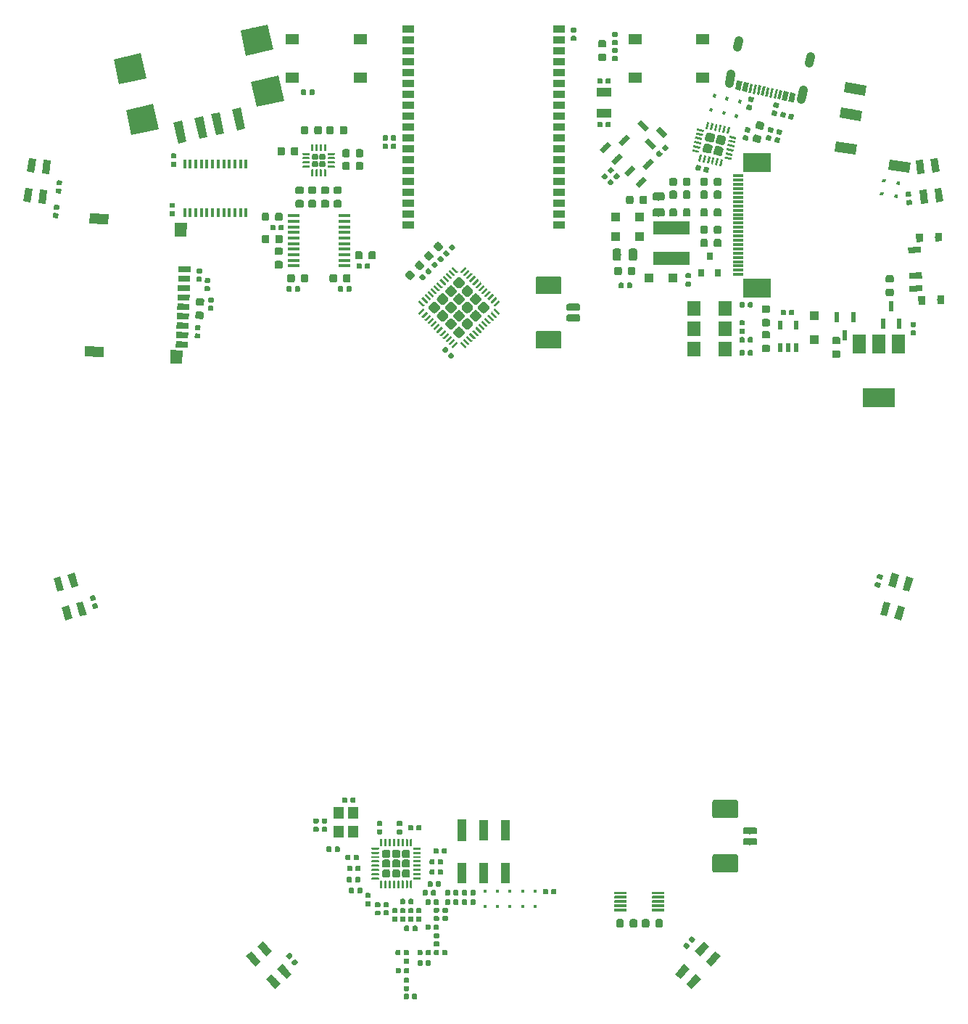
<source format=gbr>
G04 #@! TF.GenerationSoftware,KiCad,Pcbnew,6.0.0-unknown-r16647.959a4bdde.fc31*
G04 #@! TF.CreationDate,2020-02-05T23:37:17+00:00*
G04 #@! TF.ProjectId,r2,72322e6b-6963-4616-945f-706362585858,rev?*
G04 #@! TF.SameCoordinates,Original*
G04 #@! TF.FileFunction,Paste,Bot*
G04 #@! TF.FilePolarity,Positive*
%FSLAX46Y46*%
G04 Gerber Fmt 4.6, Leading zero omitted, Abs format (unit mm)*
G04 Created by KiCad (PCBNEW 6.0.0-unknown-r16647.959a4bdde.fc31) date 2020-02-05 23:37:17*
%MOMM*%
%LPD*%
G04 APERTURE LIST*
%ADD10C,1.000000*%
%ADD11C,0.100000*%
%ADD12C,3.000000*%
%ADD13R,1.000000X2.500000*%
%ADD14R,1.000000X2.450000*%
%ADD15C,1.200000*%
%ADD16C,0.850000*%
%ADD17C,0.875000*%
%ADD18R,1.450000X0.450000*%
%ADD19C,0.250000*%
%ADD20C,0.690000*%
%ADD21C,0.590000*%
%ADD22C,1.050000*%
%ADD23R,3.300000X2.200000*%
%ADD24R,1.200000X0.300000*%
%ADD25R,1.100000X1.100000*%
%ADD26R,1.550000X1.300000*%
%ADD27R,0.350000X0.400000*%
%ADD28C,0.800000*%
%ADD29C,0.700000*%
%ADD30C,2.100000*%
%ADD31C,1.100000*%
%ADD32R,1.450000X0.930000*%
%ADD33R,1.800000X1.000000*%
%ADD34R,0.600000X1.300000*%
%ADD35C,0.975000*%
%ADD36C,0.350000*%
%ADD37R,1.500000X1.800000*%
%ADD38R,4.200000X1.500000*%
%ADD39C,0.600000*%
%ADD40R,0.800000X0.900000*%
%ADD41R,0.600000X1.050000*%
%ADD42R,3.800000X2.200000*%
%ADD43R,1.500000X2.200000*%
%ADD44C,1.000000*%
%ADD45C,0.620000*%
%ADD46C,0.300000*%
%ADD47R,0.400000X1.100000*%
%ADD48C,0.930000*%
%ADD49R,1.200000X1.400000*%
%ADD50C,1.400000*%
G04 APERTURE END LIST*
D10*
X-28573075Y123465412D03*
D11*
G36*
X-28786035Y122136071D02*
G01*
X-29335650Y124574907D01*
X-28360115Y124794753D01*
X-27810500Y122355917D01*
X-28786035Y122136071D01*
X-28786035Y122136071D01*
G37*
D10*
X-31011911Y122915796D03*
D11*
G36*
X-31224871Y121586455D02*
G01*
X-31774486Y124025291D01*
X-30798951Y124245137D01*
X-30249336Y121806301D01*
X-31224871Y121586455D01*
X-31224871Y121586455D01*
G37*
D10*
X-32962981Y122476104D03*
D11*
G36*
X-33175941Y121146763D02*
G01*
X-33725556Y123585599D01*
X-32750021Y123805445D01*
X-32200406Y121366609D01*
X-33175941Y121146763D01*
X-33175941Y121146763D01*
G37*
D10*
X-35401817Y121926488D03*
D11*
G36*
X-35614777Y120597147D02*
G01*
X-36164392Y123035983D01*
X-35188857Y123255829D01*
X-34639242Y120816993D01*
X-35614777Y120597147D01*
X-35614777Y120597147D01*
G37*
D12*
X-41270201Y129317162D03*
D11*
G36*
X-42525675Y127496610D02*
G01*
X-43185214Y130423214D01*
X-40014727Y131137714D01*
X-39355188Y128211110D01*
X-42525675Y127496610D01*
X-42525675Y127496610D01*
G37*
D12*
X-39831586Y123388386D03*
D11*
G36*
X-41087060Y121567834D02*
G01*
X-41746599Y124494438D01*
X-38576112Y125208938D01*
X-37916573Y122282334D01*
X-41087060Y121567834D01*
X-41087060Y121567834D01*
G37*
D12*
X-26442076Y132658825D03*
D11*
G36*
X-27697550Y130838273D02*
G01*
X-28357089Y133764877D01*
X-25186602Y134479377D01*
X-24527063Y131552773D01*
X-27697550Y130838273D01*
X-27697550Y130838273D01*
G37*
D12*
X-25198568Y126686079D03*
D11*
G36*
X-26454042Y124865527D02*
G01*
X-27113581Y127792131D01*
X-23943094Y128506631D01*
X-23283555Y125580027D01*
X-26454042Y124865527D01*
X-26454042Y124865527D01*
G37*
D13*
X-2540000Y40500000D03*
D14*
X-2540000Y35500000D03*
X0Y40500000D03*
X0Y35500000D03*
X2540000Y40500000D03*
X2540000Y35500000D03*
D15*
X48565947Y117969623D03*
D11*
G36*
X47425197Y118757779D02*
G01*
X49894418Y118366693D01*
X49706697Y117181467D01*
X47237476Y117572553D01*
X47425197Y118757779D01*
X47425197Y118757779D01*
G37*
D15*
X42318051Y120072904D03*
D11*
G36*
X41177301Y120861060D02*
G01*
X43646522Y120469974D01*
X43458801Y119284748D01*
X40989580Y119675834D01*
X41177301Y120861060D01*
X41177301Y120861060D01*
G37*
D15*
X42943789Y124023657D03*
D11*
G36*
X41803039Y124811813D02*
G01*
X44272260Y124420727D01*
X44084539Y123235501D01*
X41615318Y123626587D01*
X41803039Y124811813D01*
X41803039Y124811813D01*
G37*
D15*
X43413092Y126986722D03*
D11*
G36*
X42272342Y127774878D02*
G01*
X44741563Y127383792D01*
X44553842Y126198566D01*
X42084621Y126589652D01*
X42272342Y127774878D01*
X42272342Y127774878D01*
G37*
D16*
X53177149Y114600080D03*
D11*
G36*
X53696477Y113857838D02*
G01*
X52852812Y113754249D01*
X52657821Y115342322D01*
X53501486Y115445911D01*
X53696477Y113857838D01*
X53696477Y113857838D01*
G37*
D16*
X51440193Y114386809D03*
D11*
G36*
X51959521Y113644567D02*
G01*
X51115856Y113540978D01*
X50920865Y115129051D01*
X51764530Y115232640D01*
X51959521Y113644567D01*
X51959521Y113644567D01*
G37*
D16*
X52750607Y118073991D03*
D11*
G36*
X53269935Y117331749D02*
G01*
X52426270Y117228160D01*
X52231279Y118816233D01*
X53074944Y118919822D01*
X53269935Y117331749D01*
X53269935Y117331749D01*
G37*
D16*
X51013651Y117860720D03*
D11*
G36*
X51532979Y117118478D02*
G01*
X50689314Y117014889D01*
X50494323Y118602962D01*
X51337988Y118706551D01*
X51532979Y117118478D01*
X51532979Y117118478D01*
G37*
G36*
X-25148438Y112523149D02*
G01*
X-25077470Y112475730D01*
X-25030051Y112404762D01*
X-25013400Y112321050D01*
X-25013400Y111808550D01*
X-25030051Y111724838D01*
X-25077470Y111653870D01*
X-25148438Y111606451D01*
X-25232150Y111589800D01*
X-25669650Y111589800D01*
X-25753362Y111606451D01*
X-25824330Y111653870D01*
X-25871749Y111724838D01*
X-25888400Y111808550D01*
X-25888400Y112321050D01*
X-25871749Y112404762D01*
X-25824330Y112475730D01*
X-25753362Y112523149D01*
X-25669650Y112539800D01*
X-25232150Y112539800D01*
X-25148438Y112523149D01*
X-25148438Y112523149D01*
G37*
D17*
X-25450900Y112064800D03*
D11*
G36*
X-23573438Y112523149D02*
G01*
X-23502470Y112475730D01*
X-23455051Y112404762D01*
X-23438400Y112321050D01*
X-23438400Y111808550D01*
X-23455051Y111724838D01*
X-23502470Y111653870D01*
X-23573438Y111606451D01*
X-23657150Y111589800D01*
X-24094650Y111589800D01*
X-24178362Y111606451D01*
X-24249330Y111653870D01*
X-24296749Y111724838D01*
X-24313400Y111808550D01*
X-24313400Y112321050D01*
X-24296749Y112404762D01*
X-24249330Y112475730D01*
X-24178362Y112523149D01*
X-24094650Y112539800D01*
X-23657150Y112539800D01*
X-23573438Y112523149D01*
X-23573438Y112523149D01*
G37*
D17*
X-23875900Y112064800D03*
D18*
X-16252400Y106320400D03*
X-16252400Y106970400D03*
X-16252400Y107620400D03*
X-16252400Y108270400D03*
X-16252400Y108920400D03*
X-16252400Y109570400D03*
X-16252400Y110220400D03*
X-16252400Y110870400D03*
X-16252400Y111520400D03*
X-16252400Y112170400D03*
X-22152400Y112170400D03*
X-22152400Y111520400D03*
X-22152400Y110870400D03*
X-22152400Y110220400D03*
X-22152400Y109570400D03*
X-22152400Y108920400D03*
X-22152400Y108270400D03*
X-22152400Y107620400D03*
X-22152400Y106970400D03*
X-22152400Y106320400D03*
D11*
G36*
X-17391382Y118013642D02*
G01*
X-17371106Y118000094D01*
X-17357558Y117979818D01*
X-17352800Y117955900D01*
X-17352800Y117830900D01*
X-17357558Y117806982D01*
X-17371106Y117786706D01*
X-17391382Y117773158D01*
X-17415300Y117768400D01*
X-18115300Y117768400D01*
X-18139218Y117773158D01*
X-18159494Y117786706D01*
X-18173042Y117806982D01*
X-18177800Y117830900D01*
X-18177800Y117955900D01*
X-18173042Y117979818D01*
X-18159494Y118000094D01*
X-18139218Y118013642D01*
X-18115300Y118018400D01*
X-17415300Y118018400D01*
X-17391382Y118013642D01*
X-17391382Y118013642D01*
G37*
D19*
X-17765300Y117893400D03*
D11*
G36*
X-17391382Y118513642D02*
G01*
X-17371106Y118500094D01*
X-17357558Y118479818D01*
X-17352800Y118455900D01*
X-17352800Y118330900D01*
X-17357558Y118306982D01*
X-17371106Y118286706D01*
X-17391382Y118273158D01*
X-17415300Y118268400D01*
X-18115300Y118268400D01*
X-18139218Y118273158D01*
X-18159494Y118286706D01*
X-18173042Y118306982D01*
X-18177800Y118330900D01*
X-18177800Y118455900D01*
X-18173042Y118479818D01*
X-18159494Y118500094D01*
X-18139218Y118513642D01*
X-18115300Y118518400D01*
X-17415300Y118518400D01*
X-17391382Y118513642D01*
X-17391382Y118513642D01*
G37*
D19*
X-17765300Y118393400D03*
D11*
G36*
X-17391382Y119013642D02*
G01*
X-17371106Y119000094D01*
X-17357558Y118979818D01*
X-17352800Y118955900D01*
X-17352800Y118830900D01*
X-17357558Y118806982D01*
X-17371106Y118786706D01*
X-17391382Y118773158D01*
X-17415300Y118768400D01*
X-18115300Y118768400D01*
X-18139218Y118773158D01*
X-18159494Y118786706D01*
X-18173042Y118806982D01*
X-18177800Y118830900D01*
X-18177800Y118955900D01*
X-18173042Y118979818D01*
X-18159494Y119000094D01*
X-18139218Y119013642D01*
X-18115300Y119018400D01*
X-17415300Y119018400D01*
X-17391382Y119013642D01*
X-17391382Y119013642D01*
G37*
D19*
X-17765300Y118893400D03*
D11*
G36*
X-17391382Y119513642D02*
G01*
X-17371106Y119500094D01*
X-17357558Y119479818D01*
X-17352800Y119455900D01*
X-17352800Y119330900D01*
X-17357558Y119306982D01*
X-17371106Y119286706D01*
X-17391382Y119273158D01*
X-17415300Y119268400D01*
X-18115300Y119268400D01*
X-18139218Y119273158D01*
X-18159494Y119286706D01*
X-18173042Y119306982D01*
X-18177800Y119330900D01*
X-18177800Y119455900D01*
X-18173042Y119479818D01*
X-18159494Y119500094D01*
X-18139218Y119513642D01*
X-18115300Y119518400D01*
X-17415300Y119518400D01*
X-17391382Y119513642D01*
X-17391382Y119513642D01*
G37*
D19*
X-17765300Y119393400D03*
D11*
G36*
X-18391382Y120513642D02*
G01*
X-18371106Y120500094D01*
X-18357558Y120479818D01*
X-18352800Y120455900D01*
X-18352800Y119755900D01*
X-18357558Y119731982D01*
X-18371106Y119711706D01*
X-18391382Y119698158D01*
X-18415300Y119693400D01*
X-18540300Y119693400D01*
X-18564218Y119698158D01*
X-18584494Y119711706D01*
X-18598042Y119731982D01*
X-18602800Y119755900D01*
X-18602800Y120455900D01*
X-18598042Y120479818D01*
X-18584494Y120500094D01*
X-18564218Y120513642D01*
X-18540300Y120518400D01*
X-18415300Y120518400D01*
X-18391382Y120513642D01*
X-18391382Y120513642D01*
G37*
D19*
X-18477800Y120105900D03*
D11*
G36*
X-18891382Y120513642D02*
G01*
X-18871106Y120500094D01*
X-18857558Y120479818D01*
X-18852800Y120455900D01*
X-18852800Y119755900D01*
X-18857558Y119731982D01*
X-18871106Y119711706D01*
X-18891382Y119698158D01*
X-18915300Y119693400D01*
X-19040300Y119693400D01*
X-19064218Y119698158D01*
X-19084494Y119711706D01*
X-19098042Y119731982D01*
X-19102800Y119755900D01*
X-19102800Y120455900D01*
X-19098042Y120479818D01*
X-19084494Y120500094D01*
X-19064218Y120513642D01*
X-19040300Y120518400D01*
X-18915300Y120518400D01*
X-18891382Y120513642D01*
X-18891382Y120513642D01*
G37*
D19*
X-18977800Y120105900D03*
D11*
G36*
X-19391382Y120513642D02*
G01*
X-19371106Y120500094D01*
X-19357558Y120479818D01*
X-19352800Y120455900D01*
X-19352800Y119755900D01*
X-19357558Y119731982D01*
X-19371106Y119711706D01*
X-19391382Y119698158D01*
X-19415300Y119693400D01*
X-19540300Y119693400D01*
X-19564218Y119698158D01*
X-19584494Y119711706D01*
X-19598042Y119731982D01*
X-19602800Y119755900D01*
X-19602800Y120455900D01*
X-19598042Y120479818D01*
X-19584494Y120500094D01*
X-19564218Y120513642D01*
X-19540300Y120518400D01*
X-19415300Y120518400D01*
X-19391382Y120513642D01*
X-19391382Y120513642D01*
G37*
D19*
X-19477800Y120105900D03*
D11*
G36*
X-19891382Y120513642D02*
G01*
X-19871106Y120500094D01*
X-19857558Y120479818D01*
X-19852800Y120455900D01*
X-19852800Y119755900D01*
X-19857558Y119731982D01*
X-19871106Y119711706D01*
X-19891382Y119698158D01*
X-19915300Y119693400D01*
X-20040300Y119693400D01*
X-20064218Y119698158D01*
X-20084494Y119711706D01*
X-20098042Y119731982D01*
X-20102800Y119755900D01*
X-20102800Y120455900D01*
X-20098042Y120479818D01*
X-20084494Y120500094D01*
X-20064218Y120513642D01*
X-20040300Y120518400D01*
X-19915300Y120518400D01*
X-19891382Y120513642D01*
X-19891382Y120513642D01*
G37*
D19*
X-19977800Y120105900D03*
D11*
G36*
X-20316382Y119513642D02*
G01*
X-20296106Y119500094D01*
X-20282558Y119479818D01*
X-20277800Y119455900D01*
X-20277800Y119330900D01*
X-20282558Y119306982D01*
X-20296106Y119286706D01*
X-20316382Y119273158D01*
X-20340300Y119268400D01*
X-21040300Y119268400D01*
X-21064218Y119273158D01*
X-21084494Y119286706D01*
X-21098042Y119306982D01*
X-21102800Y119330900D01*
X-21102800Y119455900D01*
X-21098042Y119479818D01*
X-21084494Y119500094D01*
X-21064218Y119513642D01*
X-21040300Y119518400D01*
X-20340300Y119518400D01*
X-20316382Y119513642D01*
X-20316382Y119513642D01*
G37*
D19*
X-20690300Y119393400D03*
D11*
G36*
X-20316382Y119013642D02*
G01*
X-20296106Y119000094D01*
X-20282558Y118979818D01*
X-20277800Y118955900D01*
X-20277800Y118830900D01*
X-20282558Y118806982D01*
X-20296106Y118786706D01*
X-20316382Y118773158D01*
X-20340300Y118768400D01*
X-21040300Y118768400D01*
X-21064218Y118773158D01*
X-21084494Y118786706D01*
X-21098042Y118806982D01*
X-21102800Y118830900D01*
X-21102800Y118955900D01*
X-21098042Y118979818D01*
X-21084494Y119000094D01*
X-21064218Y119013642D01*
X-21040300Y119018400D01*
X-20340300Y119018400D01*
X-20316382Y119013642D01*
X-20316382Y119013642D01*
G37*
D19*
X-20690300Y118893400D03*
D11*
G36*
X-20316382Y118513642D02*
G01*
X-20296106Y118500094D01*
X-20282558Y118479818D01*
X-20277800Y118455900D01*
X-20277800Y118330900D01*
X-20282558Y118306982D01*
X-20296106Y118286706D01*
X-20316382Y118273158D01*
X-20340300Y118268400D01*
X-21040300Y118268400D01*
X-21064218Y118273158D01*
X-21084494Y118286706D01*
X-21098042Y118306982D01*
X-21102800Y118330900D01*
X-21102800Y118455900D01*
X-21098042Y118479818D01*
X-21084494Y118500094D01*
X-21064218Y118513642D01*
X-21040300Y118518400D01*
X-20340300Y118518400D01*
X-20316382Y118513642D01*
X-20316382Y118513642D01*
G37*
D19*
X-20690300Y118393400D03*
D11*
G36*
X-20316382Y118013642D02*
G01*
X-20296106Y118000094D01*
X-20282558Y117979818D01*
X-20277800Y117955900D01*
X-20277800Y117830900D01*
X-20282558Y117806982D01*
X-20296106Y117786706D01*
X-20316382Y117773158D01*
X-20340300Y117768400D01*
X-21040300Y117768400D01*
X-21064218Y117773158D01*
X-21084494Y117786706D01*
X-21098042Y117806982D01*
X-21102800Y117830900D01*
X-21102800Y117955900D01*
X-21098042Y117979818D01*
X-21084494Y118000094D01*
X-21064218Y118013642D01*
X-21040300Y118018400D01*
X-20340300Y118018400D01*
X-20316382Y118013642D01*
X-20316382Y118013642D01*
G37*
D19*
X-20690300Y117893400D03*
D11*
G36*
X-19891382Y117588642D02*
G01*
X-19871106Y117575094D01*
X-19857558Y117554818D01*
X-19852800Y117530900D01*
X-19852800Y116830900D01*
X-19857558Y116806982D01*
X-19871106Y116786706D01*
X-19891382Y116773158D01*
X-19915300Y116768400D01*
X-20040300Y116768400D01*
X-20064218Y116773158D01*
X-20084494Y116786706D01*
X-20098042Y116806982D01*
X-20102800Y116830900D01*
X-20102800Y117530900D01*
X-20098042Y117554818D01*
X-20084494Y117575094D01*
X-20064218Y117588642D01*
X-20040300Y117593400D01*
X-19915300Y117593400D01*
X-19891382Y117588642D01*
X-19891382Y117588642D01*
G37*
D19*
X-19977800Y117180900D03*
D11*
G36*
X-19391382Y117588642D02*
G01*
X-19371106Y117575094D01*
X-19357558Y117554818D01*
X-19352800Y117530900D01*
X-19352800Y116830900D01*
X-19357558Y116806982D01*
X-19371106Y116786706D01*
X-19391382Y116773158D01*
X-19415300Y116768400D01*
X-19540300Y116768400D01*
X-19564218Y116773158D01*
X-19584494Y116786706D01*
X-19598042Y116806982D01*
X-19602800Y116830900D01*
X-19602800Y117530900D01*
X-19598042Y117554818D01*
X-19584494Y117575094D01*
X-19564218Y117588642D01*
X-19540300Y117593400D01*
X-19415300Y117593400D01*
X-19391382Y117588642D01*
X-19391382Y117588642D01*
G37*
D19*
X-19477800Y117180900D03*
D11*
G36*
X-18891382Y117588642D02*
G01*
X-18871106Y117575094D01*
X-18857558Y117554818D01*
X-18852800Y117530900D01*
X-18852800Y116830900D01*
X-18857558Y116806982D01*
X-18871106Y116786706D01*
X-18891382Y116773158D01*
X-18915300Y116768400D01*
X-19040300Y116768400D01*
X-19064218Y116773158D01*
X-19084494Y116786706D01*
X-19098042Y116806982D01*
X-19102800Y116830900D01*
X-19102800Y117530900D01*
X-19098042Y117554818D01*
X-19084494Y117575094D01*
X-19064218Y117588642D01*
X-19040300Y117593400D01*
X-18915300Y117593400D01*
X-18891382Y117588642D01*
X-18891382Y117588642D01*
G37*
D19*
X-18977800Y117180900D03*
D11*
G36*
X-18391382Y117588642D02*
G01*
X-18371106Y117575094D01*
X-18357558Y117554818D01*
X-18352800Y117530900D01*
X-18352800Y116830900D01*
X-18357558Y116806982D01*
X-18371106Y116786706D01*
X-18391382Y116773158D01*
X-18415300Y116768400D01*
X-18540300Y116768400D01*
X-18564218Y116773158D01*
X-18584494Y116786706D01*
X-18598042Y116806982D01*
X-18602800Y116830900D01*
X-18602800Y117530900D01*
X-18598042Y117554818D01*
X-18584494Y117575094D01*
X-18564218Y117588642D01*
X-18540300Y117593400D01*
X-18415300Y117593400D01*
X-18391382Y117588642D01*
X-18391382Y117588642D01*
G37*
D19*
X-18477800Y117180900D03*
D11*
G36*
X-19414287Y119400269D02*
G01*
X-19358324Y119362876D01*
X-19320931Y119306913D01*
X-19307800Y119240900D01*
X-19307800Y118895900D01*
X-19320931Y118829887D01*
X-19358324Y118773924D01*
X-19414287Y118736531D01*
X-19480300Y118723400D01*
X-19825300Y118723400D01*
X-19891313Y118736531D01*
X-19947276Y118773924D01*
X-19984669Y118829887D01*
X-19997800Y118895900D01*
X-19997800Y119240900D01*
X-19984669Y119306913D01*
X-19947276Y119362876D01*
X-19891313Y119400269D01*
X-19825300Y119413400D01*
X-19480300Y119413400D01*
X-19414287Y119400269D01*
X-19414287Y119400269D01*
G37*
D20*
X-19652800Y119068400D03*
D11*
G36*
X-18564287Y119400269D02*
G01*
X-18508324Y119362876D01*
X-18470931Y119306913D01*
X-18457800Y119240900D01*
X-18457800Y118895900D01*
X-18470931Y118829887D01*
X-18508324Y118773924D01*
X-18564287Y118736531D01*
X-18630300Y118723400D01*
X-18975300Y118723400D01*
X-19041313Y118736531D01*
X-19097276Y118773924D01*
X-19134669Y118829887D01*
X-19147800Y118895900D01*
X-19147800Y119240900D01*
X-19134669Y119306913D01*
X-19097276Y119362876D01*
X-19041313Y119400269D01*
X-18975300Y119413400D01*
X-18630300Y119413400D01*
X-18564287Y119400269D01*
X-18564287Y119400269D01*
G37*
D20*
X-18802800Y119068400D03*
D11*
G36*
X-19414287Y118550269D02*
G01*
X-19358324Y118512876D01*
X-19320931Y118456913D01*
X-19307800Y118390900D01*
X-19307800Y118045900D01*
X-19320931Y117979887D01*
X-19358324Y117923924D01*
X-19414287Y117886531D01*
X-19480300Y117873400D01*
X-19825300Y117873400D01*
X-19891313Y117886531D01*
X-19947276Y117923924D01*
X-19984669Y117979887D01*
X-19997800Y118045900D01*
X-19997800Y118390900D01*
X-19984669Y118456913D01*
X-19947276Y118512876D01*
X-19891313Y118550269D01*
X-19825300Y118563400D01*
X-19480300Y118563400D01*
X-19414287Y118550269D01*
X-19414287Y118550269D01*
G37*
D20*
X-19652800Y118218400D03*
D11*
G36*
X-18564287Y118550269D02*
G01*
X-18508324Y118512876D01*
X-18470931Y118456913D01*
X-18457800Y118390900D01*
X-18457800Y118045900D01*
X-18470931Y117979887D01*
X-18508324Y117923924D01*
X-18564287Y117886531D01*
X-18630300Y117873400D01*
X-18975300Y117873400D01*
X-19041313Y117886531D01*
X-19097276Y117923924D01*
X-19134669Y117979887D01*
X-19147800Y118045900D01*
X-19147800Y118390900D01*
X-19134669Y118456913D01*
X-19097276Y118512876D01*
X-19041313Y118550269D01*
X-18975300Y118563400D01*
X-18630300Y118563400D01*
X-18564287Y118550269D01*
X-18564287Y118550269D01*
G37*
D20*
X-18802800Y118218400D03*
D11*
G36*
X33877266Y124464239D02*
G01*
X34214088Y124389568D01*
X34266765Y124366389D01*
X34306563Y124324816D01*
X34327422Y124271177D01*
X34326167Y124213639D01*
X34262317Y123925632D01*
X34239138Y123872954D01*
X34197565Y123833157D01*
X34143926Y123812298D01*
X34086388Y123813553D01*
X33749566Y123888224D01*
X33696889Y123911403D01*
X33657091Y123952976D01*
X33636232Y124006615D01*
X33637487Y124064153D01*
X33701337Y124352160D01*
X33724516Y124404838D01*
X33766089Y124444635D01*
X33819728Y124465494D01*
X33877266Y124464239D01*
X33877266Y124464239D01*
G37*
D21*
X33981827Y124138896D03*
D11*
G36*
X34087212Y125411247D02*
G01*
X34424034Y125336576D01*
X34476711Y125313397D01*
X34516509Y125271824D01*
X34537368Y125218185D01*
X34536113Y125160647D01*
X34472263Y124872640D01*
X34449084Y124819962D01*
X34407511Y124780165D01*
X34353872Y124759306D01*
X34296334Y124760561D01*
X33959512Y124835232D01*
X33906835Y124858411D01*
X33867037Y124899984D01*
X33846178Y124953623D01*
X33847433Y125011161D01*
X33911283Y125299168D01*
X33934462Y125351846D01*
X33976035Y125391643D01*
X34029674Y125412502D01*
X34087212Y125411247D01*
X34087212Y125411247D01*
G37*
D21*
X34191773Y125085904D03*
D11*
G36*
X30940466Y125151839D02*
G01*
X31277288Y125077168D01*
X31329965Y125053989D01*
X31369763Y125012416D01*
X31390622Y124958777D01*
X31389367Y124901239D01*
X31325517Y124613232D01*
X31302338Y124560554D01*
X31260765Y124520757D01*
X31207126Y124499898D01*
X31149588Y124501153D01*
X30812766Y124575824D01*
X30760089Y124599003D01*
X30720291Y124640576D01*
X30699432Y124694215D01*
X30700687Y124751753D01*
X30764537Y125039760D01*
X30787716Y125092438D01*
X30829289Y125132235D01*
X30882928Y125153094D01*
X30940466Y125151839D01*
X30940466Y125151839D01*
G37*
D21*
X31045027Y124826496D03*
D11*
G36*
X31150412Y126098847D02*
G01*
X31487234Y126024176D01*
X31539911Y126000997D01*
X31579709Y125959424D01*
X31600568Y125905785D01*
X31599313Y125848247D01*
X31535463Y125560240D01*
X31512284Y125507562D01*
X31470711Y125467765D01*
X31417072Y125446906D01*
X31359534Y125448161D01*
X31022712Y125522832D01*
X30970035Y125546011D01*
X30930237Y125587584D01*
X30909378Y125641223D01*
X30910633Y125698761D01*
X30974483Y125986768D01*
X30997662Y126039446D01*
X31039235Y126079243D01*
X31092874Y126100102D01*
X31150412Y126098847D01*
X31150412Y126098847D01*
G37*
D21*
X31254973Y125773504D03*
D11*
G36*
X-21735038Y120183349D02*
G01*
X-21664070Y120135930D01*
X-21616651Y120064962D01*
X-21600000Y119981250D01*
X-21600000Y119468750D01*
X-21616651Y119385038D01*
X-21664070Y119314070D01*
X-21735038Y119266651D01*
X-21818750Y119250000D01*
X-22256250Y119250000D01*
X-22339962Y119266651D01*
X-22410930Y119314070D01*
X-22458349Y119385038D01*
X-22475000Y119468750D01*
X-22475000Y119981250D01*
X-22458349Y120064962D01*
X-22410930Y120135930D01*
X-22339962Y120183349D01*
X-22256250Y120200000D01*
X-21818750Y120200000D01*
X-21735038Y120183349D01*
X-21735038Y120183349D01*
G37*
D17*
X-22037500Y119725000D03*
D11*
G36*
X-23310038Y120183349D02*
G01*
X-23239070Y120135930D01*
X-23191651Y120064962D01*
X-23175000Y119981250D01*
X-23175000Y119468750D01*
X-23191651Y119385038D01*
X-23239070Y119314070D01*
X-23310038Y119266651D01*
X-23393750Y119250000D01*
X-23831250Y119250000D01*
X-23914962Y119266651D01*
X-23985930Y119314070D01*
X-24033349Y119385038D01*
X-24050000Y119468750D01*
X-24050000Y119981250D01*
X-24033349Y120064962D01*
X-23985930Y120135930D01*
X-23914962Y120183349D01*
X-23831250Y120200000D01*
X-23393750Y120200000D01*
X-23310038Y120183349D01*
X-23310038Y120183349D01*
G37*
D17*
X-23612500Y119725000D03*
D11*
G36*
X-17604638Y122632349D02*
G01*
X-17533670Y122584930D01*
X-17486251Y122513962D01*
X-17469600Y122430250D01*
X-17469600Y121917750D01*
X-17486251Y121834038D01*
X-17533670Y121763070D01*
X-17604638Y121715651D01*
X-17688350Y121699000D01*
X-18125850Y121699000D01*
X-18209562Y121715651D01*
X-18280530Y121763070D01*
X-18327949Y121834038D01*
X-18344600Y121917750D01*
X-18344600Y122430250D01*
X-18327949Y122513962D01*
X-18280530Y122584930D01*
X-18209562Y122632349D01*
X-18125850Y122649000D01*
X-17688350Y122649000D01*
X-17604638Y122632349D01*
X-17604638Y122632349D01*
G37*
D17*
X-17907100Y122174000D03*
D11*
G36*
X-16029638Y122632349D02*
G01*
X-15958670Y122584930D01*
X-15911251Y122513962D01*
X-15894600Y122430250D01*
X-15894600Y121917750D01*
X-15911251Y121834038D01*
X-15958670Y121763070D01*
X-16029638Y121715651D01*
X-16113350Y121699000D01*
X-16550850Y121699000D01*
X-16634562Y121715651D01*
X-16705530Y121763070D01*
X-16752949Y121834038D01*
X-16769600Y121917750D01*
X-16769600Y122430250D01*
X-16752949Y122513962D01*
X-16705530Y122584930D01*
X-16634562Y122632349D01*
X-16550850Y122649000D01*
X-16113350Y122649000D01*
X-16029638Y122632349D01*
X-16029638Y122632349D01*
G37*
D17*
X-16332100Y122174000D03*
D11*
G36*
X-20576438Y122632349D02*
G01*
X-20505470Y122584930D01*
X-20458051Y122513962D01*
X-20441400Y122430250D01*
X-20441400Y121917750D01*
X-20458051Y121834038D01*
X-20505470Y121763070D01*
X-20576438Y121715651D01*
X-20660150Y121699000D01*
X-21097650Y121699000D01*
X-21181362Y121715651D01*
X-21252330Y121763070D01*
X-21299749Y121834038D01*
X-21316400Y121917750D01*
X-21316400Y122430250D01*
X-21299749Y122513962D01*
X-21252330Y122584930D01*
X-21181362Y122632349D01*
X-21097650Y122649000D01*
X-20660150Y122649000D01*
X-20576438Y122632349D01*
X-20576438Y122632349D01*
G37*
D17*
X-20878900Y122174000D03*
D11*
G36*
X-19001438Y122632349D02*
G01*
X-18930470Y122584930D01*
X-18883051Y122513962D01*
X-18866400Y122430250D01*
X-18866400Y121917750D01*
X-18883051Y121834038D01*
X-18930470Y121763070D01*
X-19001438Y121715651D01*
X-19085150Y121699000D01*
X-19522650Y121699000D01*
X-19606362Y121715651D01*
X-19677330Y121763070D01*
X-19724749Y121834038D01*
X-19741400Y121917750D01*
X-19741400Y122430250D01*
X-19724749Y122513962D01*
X-19677330Y122584930D01*
X-19606362Y122632349D01*
X-19522650Y122649000D01*
X-19085150Y122649000D01*
X-19001438Y122632349D01*
X-19001438Y122632349D01*
G37*
D17*
X-19303900Y122174000D03*
D11*
G36*
X-14150038Y118466749D02*
G01*
X-14079070Y118419330D01*
X-14031651Y118348362D01*
X-14015000Y118264650D01*
X-14015000Y117752150D01*
X-14031651Y117668438D01*
X-14079070Y117597470D01*
X-14150038Y117550051D01*
X-14233750Y117533400D01*
X-14671250Y117533400D01*
X-14754962Y117550051D01*
X-14825930Y117597470D01*
X-14873349Y117668438D01*
X-14890000Y117752150D01*
X-14890000Y118264650D01*
X-14873349Y118348362D01*
X-14825930Y118419330D01*
X-14754962Y118466749D01*
X-14671250Y118483400D01*
X-14233750Y118483400D01*
X-14150038Y118466749D01*
X-14150038Y118466749D01*
G37*
D17*
X-14452500Y118008400D03*
D11*
G36*
X-15725038Y118466749D02*
G01*
X-15654070Y118419330D01*
X-15606651Y118348362D01*
X-15590000Y118264650D01*
X-15590000Y117752150D01*
X-15606651Y117668438D01*
X-15654070Y117597470D01*
X-15725038Y117550051D01*
X-15808750Y117533400D01*
X-16246250Y117533400D01*
X-16329962Y117550051D01*
X-16400930Y117597470D01*
X-16448349Y117668438D01*
X-16465000Y117752150D01*
X-16465000Y118264650D01*
X-16448349Y118348362D01*
X-16400930Y118419330D01*
X-16329962Y118466749D01*
X-16246250Y118483400D01*
X-15808750Y118483400D01*
X-15725038Y118466749D01*
X-15725038Y118466749D01*
G37*
D17*
X-16027500Y118008400D03*
D11*
G36*
X-14150038Y119939949D02*
G01*
X-14079070Y119892530D01*
X-14031651Y119821562D01*
X-14015000Y119737850D01*
X-14015000Y119225350D01*
X-14031651Y119141638D01*
X-14079070Y119070670D01*
X-14150038Y119023251D01*
X-14233750Y119006600D01*
X-14671250Y119006600D01*
X-14754962Y119023251D01*
X-14825930Y119070670D01*
X-14873349Y119141638D01*
X-14890000Y119225350D01*
X-14890000Y119737850D01*
X-14873349Y119821562D01*
X-14825930Y119892530D01*
X-14754962Y119939949D01*
X-14671250Y119956600D01*
X-14233750Y119956600D01*
X-14150038Y119939949D01*
X-14150038Y119939949D01*
G37*
D17*
X-14452500Y119481600D03*
D11*
G36*
X-15725038Y119939949D02*
G01*
X-15654070Y119892530D01*
X-15606651Y119821562D01*
X-15590000Y119737850D01*
X-15590000Y119225350D01*
X-15606651Y119141638D01*
X-15654070Y119070670D01*
X-15725038Y119023251D01*
X-15808750Y119006600D01*
X-16246250Y119006600D01*
X-16329962Y119023251D01*
X-16400930Y119070670D01*
X-16448349Y119141638D01*
X-16465000Y119225350D01*
X-16465000Y119737850D01*
X-16448349Y119821562D01*
X-16400930Y119892530D01*
X-16329962Y119939949D01*
X-16246250Y119956600D01*
X-15808750Y119956600D01*
X-15725038Y119939949D01*
X-15725038Y119939949D01*
G37*
D17*
X-16027500Y119481600D03*
D11*
G36*
X-21123038Y114009549D02*
G01*
X-21052070Y113962130D01*
X-21004651Y113891162D01*
X-20988000Y113807450D01*
X-20988000Y113369950D01*
X-21004651Y113286238D01*
X-21052070Y113215270D01*
X-21123038Y113167851D01*
X-21206750Y113151200D01*
X-21719250Y113151200D01*
X-21802962Y113167851D01*
X-21873930Y113215270D01*
X-21921349Y113286238D01*
X-21938000Y113369950D01*
X-21938000Y113807450D01*
X-21921349Y113891162D01*
X-21873930Y113962130D01*
X-21802962Y114009549D01*
X-21719250Y114026200D01*
X-21206750Y114026200D01*
X-21123038Y114009549D01*
X-21123038Y114009549D01*
G37*
D17*
X-21463000Y113588700D03*
D11*
G36*
X-21123038Y115584549D02*
G01*
X-21052070Y115537130D01*
X-21004651Y115466162D01*
X-20988000Y115382450D01*
X-20988000Y114944950D01*
X-21004651Y114861238D01*
X-21052070Y114790270D01*
X-21123038Y114742851D01*
X-21206750Y114726200D01*
X-21719250Y114726200D01*
X-21802962Y114742851D01*
X-21873930Y114790270D01*
X-21921349Y114861238D01*
X-21938000Y114944950D01*
X-21938000Y115382450D01*
X-21921349Y115466162D01*
X-21873930Y115537130D01*
X-21802962Y115584549D01*
X-21719250Y115601200D01*
X-21206750Y115601200D01*
X-21123038Y115584549D01*
X-21123038Y115584549D01*
G37*
D17*
X-21463000Y115163700D03*
D11*
G36*
X-19649838Y114009549D02*
G01*
X-19578870Y113962130D01*
X-19531451Y113891162D01*
X-19514800Y113807450D01*
X-19514800Y113369950D01*
X-19531451Y113286238D01*
X-19578870Y113215270D01*
X-19649838Y113167851D01*
X-19733550Y113151200D01*
X-20246050Y113151200D01*
X-20329762Y113167851D01*
X-20400730Y113215270D01*
X-20448149Y113286238D01*
X-20464800Y113369950D01*
X-20464800Y113807450D01*
X-20448149Y113891162D01*
X-20400730Y113962130D01*
X-20329762Y114009549D01*
X-20246050Y114026200D01*
X-19733550Y114026200D01*
X-19649838Y114009549D01*
X-19649838Y114009549D01*
G37*
D17*
X-19989800Y113588700D03*
D11*
G36*
X-19649838Y115584549D02*
G01*
X-19578870Y115537130D01*
X-19531451Y115466162D01*
X-19514800Y115382450D01*
X-19514800Y114944950D01*
X-19531451Y114861238D01*
X-19578870Y114790270D01*
X-19649838Y114742851D01*
X-19733550Y114726200D01*
X-20246050Y114726200D01*
X-20329762Y114742851D01*
X-20400730Y114790270D01*
X-20448149Y114861238D01*
X-20464800Y114944950D01*
X-20464800Y115382450D01*
X-20448149Y115466162D01*
X-20400730Y115537130D01*
X-20329762Y115584549D01*
X-20246050Y115601200D01*
X-19733550Y115601200D01*
X-19649838Y115584549D01*
X-19649838Y115584549D01*
G37*
D17*
X-19989800Y115163700D03*
D11*
G36*
X-16678038Y114009549D02*
G01*
X-16607070Y113962130D01*
X-16559651Y113891162D01*
X-16543000Y113807450D01*
X-16543000Y113369950D01*
X-16559651Y113286238D01*
X-16607070Y113215270D01*
X-16678038Y113167851D01*
X-16761750Y113151200D01*
X-17274250Y113151200D01*
X-17357962Y113167851D01*
X-17428930Y113215270D01*
X-17476349Y113286238D01*
X-17493000Y113369950D01*
X-17493000Y113807450D01*
X-17476349Y113891162D01*
X-17428930Y113962130D01*
X-17357962Y114009549D01*
X-17274250Y114026200D01*
X-16761750Y114026200D01*
X-16678038Y114009549D01*
X-16678038Y114009549D01*
G37*
D17*
X-17018000Y113588700D03*
D11*
G36*
X-16678038Y115584549D02*
G01*
X-16607070Y115537130D01*
X-16559651Y115466162D01*
X-16543000Y115382450D01*
X-16543000Y114944950D01*
X-16559651Y114861238D01*
X-16607070Y114790270D01*
X-16678038Y114742851D01*
X-16761750Y114726200D01*
X-17274250Y114726200D01*
X-17357962Y114742851D01*
X-17428930Y114790270D01*
X-17476349Y114861238D01*
X-17493000Y114944950D01*
X-17493000Y115382450D01*
X-17476349Y115466162D01*
X-17428930Y115537130D01*
X-17357962Y115584549D01*
X-17274250Y115601200D01*
X-16761750Y115601200D01*
X-16678038Y115584549D01*
X-16678038Y115584549D01*
G37*
D17*
X-17018000Y115163700D03*
D11*
G36*
X-18151238Y114009549D02*
G01*
X-18080270Y113962130D01*
X-18032851Y113891162D01*
X-18016200Y113807450D01*
X-18016200Y113369950D01*
X-18032851Y113286238D01*
X-18080270Y113215270D01*
X-18151238Y113167851D01*
X-18234950Y113151200D01*
X-18747450Y113151200D01*
X-18831162Y113167851D01*
X-18902130Y113215270D01*
X-18949549Y113286238D01*
X-18966200Y113369950D01*
X-18966200Y113807450D01*
X-18949549Y113891162D01*
X-18902130Y113962130D01*
X-18831162Y114009549D01*
X-18747450Y114026200D01*
X-18234950Y114026200D01*
X-18151238Y114009549D01*
X-18151238Y114009549D01*
G37*
D17*
X-18491200Y113588700D03*
D11*
G36*
X-18151238Y115584549D02*
G01*
X-18080270Y115537130D01*
X-18032851Y115466162D01*
X-18016200Y115382450D01*
X-18016200Y114944950D01*
X-18032851Y114861238D01*
X-18080270Y114790270D01*
X-18151238Y114742851D01*
X-18234950Y114726200D01*
X-18747450Y114726200D01*
X-18831162Y114742851D01*
X-18902130Y114790270D01*
X-18949549Y114861238D01*
X-18966200Y114944950D01*
X-18966200Y115382450D01*
X-18949549Y115466162D01*
X-18902130Y115537130D01*
X-18831162Y115584549D01*
X-18747450Y115601200D01*
X-18234950Y115601200D01*
X-18151238Y115584549D01*
X-18151238Y115584549D01*
G37*
D17*
X-18491200Y115163700D03*
D11*
G36*
X-17223638Y105360349D02*
G01*
X-17152670Y105312930D01*
X-17105251Y105241962D01*
X-17088600Y105158250D01*
X-17088600Y104645750D01*
X-17105251Y104562038D01*
X-17152670Y104491070D01*
X-17223638Y104443651D01*
X-17307350Y104427000D01*
X-17744850Y104427000D01*
X-17828562Y104443651D01*
X-17899530Y104491070D01*
X-17946949Y104562038D01*
X-17963600Y104645750D01*
X-17963600Y105158250D01*
X-17946949Y105241962D01*
X-17899530Y105312930D01*
X-17828562Y105360349D01*
X-17744850Y105377000D01*
X-17307350Y105377000D01*
X-17223638Y105360349D01*
X-17223638Y105360349D01*
G37*
D17*
X-17526100Y104902000D03*
D11*
G36*
X-15648638Y105360349D02*
G01*
X-15577670Y105312930D01*
X-15530251Y105241962D01*
X-15513600Y105158250D01*
X-15513600Y104645750D01*
X-15530251Y104562038D01*
X-15577670Y104491070D01*
X-15648638Y104443651D01*
X-15732350Y104427000D01*
X-16169850Y104427000D01*
X-16253562Y104443651D01*
X-16324530Y104491070D01*
X-16371949Y104562038D01*
X-16388600Y104645750D01*
X-16388600Y105158250D01*
X-16371949Y105241962D01*
X-16324530Y105312930D01*
X-16253562Y105360349D01*
X-16169850Y105377000D01*
X-15732350Y105377000D01*
X-15648638Y105360349D01*
X-15648638Y105360349D01*
G37*
D17*
X-15951100Y104902000D03*
D11*
G36*
X-16460854Y103966172D02*
G01*
X-16413002Y103934198D01*
X-16381028Y103886346D01*
X-16369800Y103829900D01*
X-16369800Y103484900D01*
X-16381028Y103428454D01*
X-16413002Y103380602D01*
X-16460854Y103348628D01*
X-16517300Y103337400D01*
X-16812300Y103337400D01*
X-16868746Y103348628D01*
X-16916598Y103380602D01*
X-16948572Y103428454D01*
X-16959800Y103484900D01*
X-16959800Y103829900D01*
X-16948572Y103886346D01*
X-16916598Y103934198D01*
X-16868746Y103966172D01*
X-16812300Y103977400D01*
X-16517300Y103977400D01*
X-16460854Y103966172D01*
X-16460854Y103966172D01*
G37*
D21*
X-16664800Y103657400D03*
D11*
G36*
X-15490854Y103966172D02*
G01*
X-15443002Y103934198D01*
X-15411028Y103886346D01*
X-15399800Y103829900D01*
X-15399800Y103484900D01*
X-15411028Y103428454D01*
X-15443002Y103380602D01*
X-15490854Y103348628D01*
X-15547300Y103337400D01*
X-15842300Y103337400D01*
X-15898746Y103348628D01*
X-15946598Y103380602D01*
X-15978572Y103428454D01*
X-15989800Y103484900D01*
X-15989800Y103829900D01*
X-15978572Y103886346D01*
X-15946598Y103934198D01*
X-15898746Y103966172D01*
X-15842300Y103977400D01*
X-15547300Y103977400D01*
X-15490854Y103966172D01*
X-15490854Y103966172D01*
G37*
D21*
X-15694800Y103657400D03*
D11*
G36*
X-20576238Y105360349D02*
G01*
X-20505270Y105312930D01*
X-20457851Y105241962D01*
X-20441200Y105158250D01*
X-20441200Y104645750D01*
X-20457851Y104562038D01*
X-20505270Y104491070D01*
X-20576238Y104443651D01*
X-20659950Y104427000D01*
X-21097450Y104427000D01*
X-21181162Y104443651D01*
X-21252130Y104491070D01*
X-21299549Y104562038D01*
X-21316200Y104645750D01*
X-21316200Y105158250D01*
X-21299549Y105241962D01*
X-21252130Y105312930D01*
X-21181162Y105360349D01*
X-21097450Y105377000D01*
X-20659950Y105377000D01*
X-20576238Y105360349D01*
X-20576238Y105360349D01*
G37*
D17*
X-20878700Y104902000D03*
D11*
G36*
X-22151238Y105360349D02*
G01*
X-22080270Y105312930D01*
X-22032851Y105241962D01*
X-22016200Y105158250D01*
X-22016200Y104645750D01*
X-22032851Y104562038D01*
X-22080270Y104491070D01*
X-22151238Y104443651D01*
X-22234950Y104427000D01*
X-22672450Y104427000D01*
X-22756162Y104443651D01*
X-22827130Y104491070D01*
X-22874549Y104562038D01*
X-22891200Y104645750D01*
X-22891200Y105158250D01*
X-22874549Y105241962D01*
X-22827130Y105312930D01*
X-22756162Y105360349D01*
X-22672450Y105377000D01*
X-22234950Y105377000D01*
X-22151238Y105360349D01*
X-22151238Y105360349D01*
G37*
D17*
X-22453700Y104902000D03*
D11*
G36*
X25024744Y122365977D02*
G01*
X25708151Y122214470D01*
X25730472Y122204648D01*
X25747336Y122187032D01*
X25756174Y122164304D01*
X25755642Y122139924D01*
X25728587Y122017887D01*
X25718766Y121995565D01*
X25701150Y121978702D01*
X25678422Y121969864D01*
X25654042Y121970395D01*
X24970635Y122121902D01*
X24948314Y122131724D01*
X24931450Y122149340D01*
X24922612Y122172068D01*
X24923144Y122196448D01*
X24950199Y122318485D01*
X24960020Y122340807D01*
X24977636Y122357670D01*
X25000364Y122366508D01*
X25024744Y122365977D01*
X25024744Y122365977D01*
G37*
D19*
X25339393Y122168186D03*
D11*
G36*
X24916524Y121877829D02*
G01*
X25599931Y121726322D01*
X25622252Y121716500D01*
X25639116Y121698884D01*
X25647954Y121676156D01*
X25647422Y121651776D01*
X25620367Y121529739D01*
X25610546Y121507417D01*
X25592930Y121490554D01*
X25570202Y121481716D01*
X25545822Y121482247D01*
X24862415Y121633754D01*
X24840094Y121643576D01*
X24823230Y121661192D01*
X24814392Y121683920D01*
X24814924Y121708300D01*
X24841979Y121830337D01*
X24851800Y121852659D01*
X24869416Y121869522D01*
X24892144Y121878360D01*
X24916524Y121877829D01*
X24916524Y121877829D01*
G37*
D19*
X25231173Y121680038D03*
D11*
G36*
X24808304Y121389681D02*
G01*
X25491711Y121238174D01*
X25514032Y121228352D01*
X25530896Y121210736D01*
X25539734Y121188008D01*
X25539202Y121163628D01*
X25512147Y121041591D01*
X25502326Y121019269D01*
X25484710Y121002406D01*
X25461982Y120993568D01*
X25437602Y120994099D01*
X24754195Y121145606D01*
X24731874Y121155428D01*
X24715010Y121173044D01*
X24706172Y121195772D01*
X24706704Y121220152D01*
X24733759Y121342189D01*
X24743580Y121364511D01*
X24761196Y121381374D01*
X24783924Y121390212D01*
X24808304Y121389681D01*
X24808304Y121389681D01*
G37*
D19*
X25122953Y121191890D03*
D11*
G36*
X24700085Y120901533D02*
G01*
X25383492Y120750026D01*
X25405813Y120740204D01*
X25422677Y120722588D01*
X25431515Y120699860D01*
X25430983Y120675480D01*
X25403928Y120553443D01*
X25394107Y120531121D01*
X25376491Y120514258D01*
X25353763Y120505420D01*
X25329383Y120505951D01*
X24645976Y120657458D01*
X24623655Y120667280D01*
X24606791Y120684896D01*
X24597953Y120707624D01*
X24598485Y120732004D01*
X24625540Y120854041D01*
X24635361Y120876363D01*
X24652977Y120893226D01*
X24675705Y120902064D01*
X24700085Y120901533D01*
X24700085Y120901533D01*
G37*
D19*
X25014734Y120703742D03*
D11*
G36*
X24591865Y120413385D02*
G01*
X25275272Y120261878D01*
X25297593Y120252056D01*
X25314457Y120234440D01*
X25323295Y120211712D01*
X25322763Y120187332D01*
X25295708Y120065295D01*
X25285887Y120042973D01*
X25268271Y120026110D01*
X25245543Y120017272D01*
X25221163Y120017803D01*
X24537756Y120169310D01*
X24515435Y120179132D01*
X24498571Y120196748D01*
X24489733Y120219476D01*
X24490265Y120243856D01*
X24517320Y120365893D01*
X24527141Y120388215D01*
X24544757Y120405078D01*
X24567485Y120413916D01*
X24591865Y120413385D01*
X24591865Y120413385D01*
G37*
D19*
X24906514Y120215594D03*
D11*
G36*
X24483645Y119925237D02*
G01*
X25167052Y119773730D01*
X25189373Y119763908D01*
X25206237Y119746292D01*
X25215075Y119723564D01*
X25214543Y119699184D01*
X25187488Y119577147D01*
X25177667Y119554825D01*
X25160051Y119537962D01*
X25137323Y119529124D01*
X25112943Y119529655D01*
X24429536Y119681162D01*
X24407215Y119690984D01*
X24390351Y119708600D01*
X24381513Y119731328D01*
X24382045Y119755708D01*
X24409100Y119877745D01*
X24418921Y119900067D01*
X24436537Y119916930D01*
X24459265Y119925768D01*
X24483645Y119925237D01*
X24483645Y119925237D01*
G37*
D19*
X24798294Y119727446D03*
D11*
G36*
X25348957Y119323689D02*
G01*
X25470994Y119296634D01*
X25493316Y119286813D01*
X25510179Y119269197D01*
X25519017Y119246469D01*
X25518486Y119222089D01*
X25366979Y118538682D01*
X25357157Y118516361D01*
X25339541Y118499497D01*
X25316813Y118490659D01*
X25292433Y118491191D01*
X25170396Y118518246D01*
X25148074Y118528067D01*
X25131211Y118545683D01*
X25122373Y118568411D01*
X25122904Y118592791D01*
X25274411Y119276198D01*
X25284233Y119298519D01*
X25301849Y119315383D01*
X25324577Y119324221D01*
X25348957Y119323689D01*
X25348957Y119323689D01*
G37*
D19*
X25320695Y118907440D03*
D11*
G36*
X25837105Y119215469D02*
G01*
X25959142Y119188414D01*
X25981464Y119178593D01*
X25998327Y119160977D01*
X26007165Y119138249D01*
X26006634Y119113869D01*
X25855127Y118430462D01*
X25845305Y118408141D01*
X25827689Y118391277D01*
X25804961Y118382439D01*
X25780581Y118382971D01*
X25658544Y118410026D01*
X25636222Y118419847D01*
X25619359Y118437463D01*
X25610521Y118460191D01*
X25611052Y118484571D01*
X25762559Y119167978D01*
X25772381Y119190299D01*
X25789997Y119207163D01*
X25812725Y119216001D01*
X25837105Y119215469D01*
X25837105Y119215469D01*
G37*
D19*
X25808843Y118799220D03*
D11*
G36*
X26325253Y119107249D02*
G01*
X26447290Y119080194D01*
X26469612Y119070373D01*
X26486475Y119052757D01*
X26495313Y119030029D01*
X26494782Y119005649D01*
X26343275Y118322242D01*
X26333453Y118299921D01*
X26315837Y118283057D01*
X26293109Y118274219D01*
X26268729Y118274751D01*
X26146692Y118301806D01*
X26124370Y118311627D01*
X26107507Y118329243D01*
X26098669Y118351971D01*
X26099200Y118376351D01*
X26250707Y119059758D01*
X26260529Y119082079D01*
X26278145Y119098943D01*
X26300873Y119107781D01*
X26325253Y119107249D01*
X26325253Y119107249D01*
G37*
D19*
X26296991Y118691000D03*
D11*
G36*
X26813401Y118999030D02*
G01*
X26935438Y118971975D01*
X26957760Y118962154D01*
X26974623Y118944538D01*
X26983461Y118921810D01*
X26982930Y118897430D01*
X26831423Y118214023D01*
X26821601Y118191702D01*
X26803985Y118174838D01*
X26781257Y118166000D01*
X26756877Y118166532D01*
X26634840Y118193587D01*
X26612518Y118203408D01*
X26595655Y118221024D01*
X26586817Y118243752D01*
X26587348Y118268132D01*
X26738855Y118951539D01*
X26748677Y118973860D01*
X26766293Y118990724D01*
X26789021Y118999562D01*
X26813401Y118999030D01*
X26813401Y118999030D01*
G37*
D19*
X26785139Y118582781D03*
D11*
G36*
X27301549Y118890810D02*
G01*
X27423586Y118863755D01*
X27445908Y118853934D01*
X27462771Y118836318D01*
X27471609Y118813590D01*
X27471078Y118789210D01*
X27319571Y118105803D01*
X27309749Y118083482D01*
X27292133Y118066618D01*
X27269405Y118057780D01*
X27245025Y118058312D01*
X27122988Y118085367D01*
X27100666Y118095188D01*
X27083803Y118112804D01*
X27074965Y118135532D01*
X27075496Y118159912D01*
X27227003Y118843319D01*
X27236825Y118865640D01*
X27254441Y118882504D01*
X27277169Y118891342D01*
X27301549Y118890810D01*
X27301549Y118890810D01*
G37*
D19*
X27273287Y118474561D03*
D11*
G36*
X27789697Y118782590D02*
G01*
X27911734Y118755535D01*
X27934056Y118745714D01*
X27950919Y118728098D01*
X27959757Y118705370D01*
X27959226Y118680990D01*
X27807719Y117997583D01*
X27797897Y117975262D01*
X27780281Y117958398D01*
X27757553Y117949560D01*
X27733173Y117950092D01*
X27611136Y117977147D01*
X27588814Y117986968D01*
X27571951Y118004584D01*
X27563113Y118027312D01*
X27563644Y118051692D01*
X27715151Y118735099D01*
X27724973Y118757420D01*
X27742589Y118774284D01*
X27765317Y118783122D01*
X27789697Y118782590D01*
X27789697Y118782590D01*
G37*
D19*
X27761435Y118366341D03*
D11*
G36*
X28266792Y119086533D02*
G01*
X28950199Y118935026D01*
X28972520Y118925204D01*
X28989384Y118907588D01*
X28998222Y118884860D01*
X28997690Y118860480D01*
X28970635Y118738443D01*
X28960814Y118716121D01*
X28943198Y118699258D01*
X28920470Y118690420D01*
X28896090Y118690951D01*
X28212683Y118842458D01*
X28190362Y118852280D01*
X28173498Y118869896D01*
X28164660Y118892624D01*
X28165192Y118917004D01*
X28192247Y119039041D01*
X28202068Y119061363D01*
X28219684Y119078226D01*
X28242412Y119087064D01*
X28266792Y119086533D01*
X28266792Y119086533D01*
G37*
D19*
X28581441Y118888742D03*
D11*
G36*
X28375012Y119574681D02*
G01*
X29058419Y119423174D01*
X29080740Y119413352D01*
X29097604Y119395736D01*
X29106442Y119373008D01*
X29105910Y119348628D01*
X29078855Y119226591D01*
X29069034Y119204269D01*
X29051418Y119187406D01*
X29028690Y119178568D01*
X29004310Y119179099D01*
X28320903Y119330606D01*
X28298582Y119340428D01*
X28281718Y119358044D01*
X28272880Y119380772D01*
X28273412Y119405152D01*
X28300467Y119527189D01*
X28310288Y119549511D01*
X28327904Y119566374D01*
X28350632Y119575212D01*
X28375012Y119574681D01*
X28375012Y119574681D01*
G37*
D19*
X28689661Y119376890D03*
D11*
G36*
X28483232Y120062829D02*
G01*
X29166639Y119911322D01*
X29188960Y119901500D01*
X29205824Y119883884D01*
X29214662Y119861156D01*
X29214130Y119836776D01*
X29187075Y119714739D01*
X29177254Y119692417D01*
X29159638Y119675554D01*
X29136910Y119666716D01*
X29112530Y119667247D01*
X28429123Y119818754D01*
X28406802Y119828576D01*
X28389938Y119846192D01*
X28381100Y119868920D01*
X28381632Y119893300D01*
X28408687Y120015337D01*
X28418508Y120037659D01*
X28436124Y120054522D01*
X28458852Y120063360D01*
X28483232Y120062829D01*
X28483232Y120062829D01*
G37*
D19*
X28797881Y119865038D03*
D11*
G36*
X28591451Y120550977D02*
G01*
X29274858Y120399470D01*
X29297179Y120389648D01*
X29314043Y120372032D01*
X29322881Y120349304D01*
X29322349Y120324924D01*
X29295294Y120202887D01*
X29285473Y120180565D01*
X29267857Y120163702D01*
X29245129Y120154864D01*
X29220749Y120155395D01*
X28537342Y120306902D01*
X28515021Y120316724D01*
X28498157Y120334340D01*
X28489319Y120357068D01*
X28489851Y120381448D01*
X28516906Y120503485D01*
X28526727Y120525807D01*
X28544343Y120542670D01*
X28567071Y120551508D01*
X28591451Y120550977D01*
X28591451Y120550977D01*
G37*
D19*
X28906100Y120353186D03*
D11*
G36*
X28699671Y121039125D02*
G01*
X29383078Y120887618D01*
X29405399Y120877796D01*
X29422263Y120860180D01*
X29431101Y120837452D01*
X29430569Y120813072D01*
X29403514Y120691035D01*
X29393693Y120668713D01*
X29376077Y120651850D01*
X29353349Y120643012D01*
X29328969Y120643543D01*
X28645562Y120795050D01*
X28623241Y120804872D01*
X28606377Y120822488D01*
X28597539Y120845216D01*
X28598071Y120869596D01*
X28625126Y120991633D01*
X28634947Y121013955D01*
X28652563Y121030818D01*
X28675291Y121039656D01*
X28699671Y121039125D01*
X28699671Y121039125D01*
G37*
D19*
X29014320Y120841334D03*
D11*
G36*
X28807891Y121527273D02*
G01*
X29491298Y121375766D01*
X29513619Y121365944D01*
X29530483Y121348328D01*
X29539321Y121325600D01*
X29538789Y121301220D01*
X29511734Y121179183D01*
X29501913Y121156861D01*
X29484297Y121139998D01*
X29461569Y121131160D01*
X29437189Y121131691D01*
X28753782Y121283198D01*
X28731461Y121293020D01*
X28714597Y121310636D01*
X28705759Y121333364D01*
X28706291Y121357744D01*
X28733346Y121479781D01*
X28743167Y121502103D01*
X28760783Y121518966D01*
X28783511Y121527804D01*
X28807891Y121527273D01*
X28807891Y121527273D01*
G37*
D19*
X29122540Y121329482D03*
D11*
G36*
X28628401Y122565737D02*
G01*
X28750438Y122538682D01*
X28772760Y122528861D01*
X28789623Y122511245D01*
X28798461Y122488517D01*
X28797930Y122464137D01*
X28646423Y121780730D01*
X28636601Y121758409D01*
X28618985Y121741545D01*
X28596257Y121732707D01*
X28571877Y121733239D01*
X28449840Y121760294D01*
X28427518Y121770115D01*
X28410655Y121787731D01*
X28401817Y121810459D01*
X28402348Y121834839D01*
X28553855Y122518246D01*
X28563677Y122540567D01*
X28581293Y122557431D01*
X28604021Y122566269D01*
X28628401Y122565737D01*
X28628401Y122565737D01*
G37*
D19*
X28600139Y122149488D03*
D11*
G36*
X28140253Y122673957D02*
G01*
X28262290Y122646902D01*
X28284612Y122637081D01*
X28301475Y122619465D01*
X28310313Y122596737D01*
X28309782Y122572357D01*
X28158275Y121888950D01*
X28148453Y121866629D01*
X28130837Y121849765D01*
X28108109Y121840927D01*
X28083729Y121841459D01*
X27961692Y121868514D01*
X27939370Y121878335D01*
X27922507Y121895951D01*
X27913669Y121918679D01*
X27914200Y121943059D01*
X28065707Y122626466D01*
X28075529Y122648787D01*
X28093145Y122665651D01*
X28115873Y122674489D01*
X28140253Y122673957D01*
X28140253Y122673957D01*
G37*
D19*
X28111991Y122257708D03*
D11*
G36*
X27652105Y122782177D02*
G01*
X27774142Y122755122D01*
X27796464Y122745301D01*
X27813327Y122727685D01*
X27822165Y122704957D01*
X27821634Y122680577D01*
X27670127Y121997170D01*
X27660305Y121974849D01*
X27642689Y121957985D01*
X27619961Y121949147D01*
X27595581Y121949679D01*
X27473544Y121976734D01*
X27451222Y121986555D01*
X27434359Y122004171D01*
X27425521Y122026899D01*
X27426052Y122051279D01*
X27577559Y122734686D01*
X27587381Y122757007D01*
X27604997Y122773871D01*
X27627725Y122782709D01*
X27652105Y122782177D01*
X27652105Y122782177D01*
G37*
D19*
X27623843Y122365928D03*
D11*
G36*
X27163957Y122890396D02*
G01*
X27285994Y122863341D01*
X27308316Y122853520D01*
X27325179Y122835904D01*
X27334017Y122813176D01*
X27333486Y122788796D01*
X27181979Y122105389D01*
X27172157Y122083068D01*
X27154541Y122066204D01*
X27131813Y122057366D01*
X27107433Y122057898D01*
X26985396Y122084953D01*
X26963074Y122094774D01*
X26946211Y122112390D01*
X26937373Y122135118D01*
X26937904Y122159498D01*
X27089411Y122842905D01*
X27099233Y122865226D01*
X27116849Y122882090D01*
X27139577Y122890928D01*
X27163957Y122890396D01*
X27163957Y122890396D01*
G37*
D19*
X27135695Y122474147D03*
D11*
G36*
X26675809Y122998616D02*
G01*
X26797846Y122971561D01*
X26820168Y122961740D01*
X26837031Y122944124D01*
X26845869Y122921396D01*
X26845338Y122897016D01*
X26693831Y122213609D01*
X26684009Y122191288D01*
X26666393Y122174424D01*
X26643665Y122165586D01*
X26619285Y122166118D01*
X26497248Y122193173D01*
X26474926Y122202994D01*
X26458063Y122220610D01*
X26449225Y122243338D01*
X26449756Y122267718D01*
X26601263Y122951125D01*
X26611085Y122973446D01*
X26628701Y122990310D01*
X26651429Y122999148D01*
X26675809Y122998616D01*
X26675809Y122998616D01*
G37*
D19*
X26647547Y122582367D03*
D11*
G36*
X26187661Y123106836D02*
G01*
X26309698Y123079781D01*
X26332020Y123069960D01*
X26348883Y123052344D01*
X26357721Y123029616D01*
X26357190Y123005236D01*
X26205683Y122321829D01*
X26195861Y122299508D01*
X26178245Y122282644D01*
X26155517Y122273806D01*
X26131137Y122274338D01*
X26009100Y122301393D01*
X25986778Y122311214D01*
X25969915Y122328830D01*
X25961077Y122351558D01*
X25961608Y122375938D01*
X26113115Y123059345D01*
X26122937Y123081666D01*
X26140553Y123098530D01*
X26163281Y123107368D01*
X26187661Y123106836D01*
X26187661Y123106836D01*
G37*
D19*
X26159399Y122690587D03*
D11*
G36*
X27299473Y120325262D02*
G01*
X27836437Y120206220D01*
X27925721Y120166934D01*
X27993174Y120096471D01*
X28028528Y120005559D01*
X28026400Y119908037D01*
X27907358Y119371073D01*
X27868072Y119281789D01*
X27797609Y119214336D01*
X27706697Y119178982D01*
X27609175Y119181110D01*
X27072211Y119300152D01*
X26982927Y119339438D01*
X26915474Y119409901D01*
X26880120Y119500813D01*
X26882248Y119598335D01*
X27001290Y120135299D01*
X27040576Y120224583D01*
X27111039Y120292036D01*
X27201951Y120327390D01*
X27299473Y120325262D01*
X27299473Y120325262D01*
G37*
D22*
X27454324Y119753186D03*
D11*
G36*
X26030288Y120606633D02*
G01*
X26567252Y120487591D01*
X26656536Y120448305D01*
X26723989Y120377842D01*
X26759343Y120286930D01*
X26757215Y120189408D01*
X26638173Y119652444D01*
X26598887Y119563160D01*
X26528424Y119495707D01*
X26437512Y119460353D01*
X26339990Y119462481D01*
X25803026Y119581523D01*
X25713742Y119620809D01*
X25646289Y119691272D01*
X25610935Y119782184D01*
X25613063Y119879706D01*
X25732105Y120416670D01*
X25771391Y120505954D01*
X25841854Y120573407D01*
X25932766Y120608761D01*
X26030288Y120606633D01*
X26030288Y120606633D01*
G37*
D22*
X26185139Y120034557D03*
D11*
G36*
X27580844Y121594447D02*
G01*
X28117808Y121475405D01*
X28207092Y121436119D01*
X28274545Y121365656D01*
X28309899Y121274744D01*
X28307771Y121177222D01*
X28188729Y120640258D01*
X28149443Y120550974D01*
X28078980Y120483521D01*
X27988068Y120448167D01*
X27890546Y120450295D01*
X27353582Y120569337D01*
X27264298Y120608623D01*
X27196845Y120679086D01*
X27161491Y120769998D01*
X27163619Y120867520D01*
X27282661Y121404484D01*
X27321947Y121493768D01*
X27392410Y121561221D01*
X27483322Y121596575D01*
X27580844Y121594447D01*
X27580844Y121594447D01*
G37*
D22*
X27735695Y121022371D03*
D11*
G36*
X26311659Y121875818D02*
G01*
X26848623Y121756776D01*
X26937907Y121717490D01*
X27005360Y121647027D01*
X27040714Y121556115D01*
X27038586Y121458593D01*
X26919544Y120921629D01*
X26880258Y120832345D01*
X26809795Y120764892D01*
X26718883Y120729538D01*
X26621361Y120731666D01*
X26084397Y120850708D01*
X25995113Y120889994D01*
X25927660Y120960457D01*
X25892306Y121051369D01*
X25894434Y121148891D01*
X26013476Y121685855D01*
X26052762Y121775139D01*
X26123225Y121842592D01*
X26214137Y121877946D01*
X26311659Y121875818D01*
X26311659Y121875818D01*
G37*
D22*
X26466510Y121303742D03*
D23*
X31951649Y103721400D03*
X31951649Y118421400D03*
D24*
X29781649Y105321400D03*
X29781649Y105821400D03*
X29781649Y106321400D03*
X29781649Y106821400D03*
X29781649Y107321400D03*
X29781649Y107821400D03*
X29781649Y108321400D03*
X29781649Y108821400D03*
X29781649Y109321400D03*
X29781649Y109821400D03*
X29781649Y110321400D03*
X29781649Y110821400D03*
X29781649Y111321400D03*
X29781649Y111821400D03*
X29781649Y112321400D03*
X29781649Y112821400D03*
X29781649Y113321400D03*
X29781649Y113821400D03*
X29781649Y114321400D03*
X29781649Y114821400D03*
X29781649Y115321400D03*
X29781649Y115821400D03*
X29781649Y116321400D03*
X29781649Y116821400D03*
D25*
X15406649Y109721400D03*
X18206649Y109721400D03*
D26*
X25641200Y132750000D03*
X17691200Y132750000D03*
X25641200Y128250000D03*
X17691200Y128250000D03*
X-14325800Y132750000D03*
X-22275800Y132750000D03*
X-14325800Y128250000D03*
X-22275800Y128250000D03*
D16*
X-52750607Y118073991D03*
D11*
G36*
X-53074944Y118919822D02*
G01*
X-52231279Y118816233D01*
X-52426270Y117228160D01*
X-53269935Y117331749D01*
X-53074944Y118919822D01*
X-53074944Y118919822D01*
G37*
D16*
X-51013651Y117860720D03*
D11*
G36*
X-51337988Y118706551D02*
G01*
X-50494323Y118602962D01*
X-50689314Y117014889D01*
X-51532979Y117118478D01*
X-51337988Y118706551D01*
X-51337988Y118706551D01*
G37*
D16*
X-53177149Y114600080D03*
D11*
G36*
X-53501486Y115445911D02*
G01*
X-52657821Y115342322D01*
X-52852812Y113754249D01*
X-53696477Y113857838D01*
X-53501486Y115445911D01*
X-53501486Y115445911D01*
G37*
D16*
X-51440193Y114386809D03*
D11*
G36*
X-51764530Y115232640D02*
G01*
X-50920865Y115129051D01*
X-51115856Y113540978D01*
X-51959521Y113644567D01*
X-51764530Y115232640D01*
X-51764530Y115232640D01*
G37*
D16*
X48618739Y65831109D03*
D11*
G36*
X48806765Y64944954D02*
G01*
X47989693Y65179246D01*
X48430713Y66717264D01*
X49247785Y66482972D01*
X48806765Y64944954D01*
X48806765Y64944954D01*
G37*
D16*
X46936531Y66313475D03*
D11*
G36*
X47124557Y65427320D02*
G01*
X46307485Y65661612D01*
X46748505Y67199630D01*
X47565577Y66965338D01*
X47124557Y65427320D01*
X47124557Y65427320D01*
G37*
D16*
X49583469Y69195525D03*
D11*
G36*
X49771495Y68309370D02*
G01*
X48954423Y68543662D01*
X49395443Y70081680D01*
X50212515Y69847388D01*
X49771495Y68309370D01*
X49771495Y68309370D01*
G37*
D16*
X47901261Y69677891D03*
D11*
G36*
X48089287Y68791736D02*
G01*
X47272215Y69026028D01*
X47713235Y70564046D01*
X48530307Y70329754D01*
X48089287Y68791736D01*
X48089287Y68791736D01*
G37*
D16*
X-49583469Y69195525D03*
D11*
G36*
X-50212515Y69847388D02*
G01*
X-49395443Y70081680D01*
X-48954423Y68543662D01*
X-49771495Y68309370D01*
X-50212515Y69847388D01*
X-50212515Y69847388D01*
G37*
D16*
X-47901261Y69677891D03*
D11*
G36*
X-48530307Y70329754D02*
G01*
X-47713235Y70564046D01*
X-47272215Y69026028D01*
X-48089287Y68791736D01*
X-48530307Y70329754D01*
X-48530307Y70329754D01*
G37*
D16*
X-48618739Y65831109D03*
D11*
G36*
X-49247785Y66482972D02*
G01*
X-48430713Y66717264D01*
X-47989693Y65179246D01*
X-48806765Y64944954D01*
X-49247785Y66482972D01*
X-49247785Y66482972D01*
G37*
D16*
X-46936531Y66313475D03*
D11*
G36*
X-47565577Y66965338D02*
G01*
X-46748505Y67199630D01*
X-46307485Y65661612D01*
X-47124557Y65427320D01*
X-47565577Y66965338D01*
X-47565577Y66965338D01*
G37*
D16*
X-26852874Y25486290D03*
D11*
G36*
X-27698473Y25811233D02*
G01*
X-27056970Y26368883D01*
X-26007275Y25161347D01*
X-26648778Y24603697D01*
X-27698473Y25811233D01*
X-27698473Y25811233D01*
G37*
D16*
X-25532132Y26634393D03*
D11*
G36*
X-26377731Y26959336D02*
G01*
X-25736228Y27516986D01*
X-24686533Y26309450D01*
X-25328036Y25751800D01*
X-26377731Y26959336D01*
X-26377731Y26959336D01*
G37*
D16*
X-24556668Y22844807D03*
D11*
G36*
X-25402267Y23169750D02*
G01*
X-24760764Y23727400D01*
X-23711069Y22519864D01*
X-24352572Y21962214D01*
X-25402267Y23169750D01*
X-25402267Y23169750D01*
G37*
D16*
X-23235926Y23992910D03*
D11*
G36*
X-24081525Y24317853D02*
G01*
X-23440022Y24875503D01*
X-22390327Y23667967D01*
X-23031830Y23110317D01*
X-24081525Y24317853D01*
X-24081525Y24317853D01*
G37*
D16*
X24556668Y22844807D03*
D11*
G36*
X24352572Y21962214D02*
G01*
X23711069Y22519864D01*
X24760764Y23727400D01*
X25402267Y23169750D01*
X24352572Y21962214D01*
X24352572Y21962214D01*
G37*
D16*
X23235926Y23992910D03*
D11*
G36*
X23031830Y23110317D02*
G01*
X22390327Y23667967D01*
X23440022Y24875503D01*
X24081525Y24317853D01*
X23031830Y23110317D01*
X23031830Y23110317D01*
G37*
D16*
X26852874Y25486290D03*
D11*
G36*
X26648778Y24603697D02*
G01*
X26007275Y25161347D01*
X27056970Y26368883D01*
X27698473Y25811233D01*
X26648778Y24603697D01*
X26648778Y24603697D01*
G37*
D16*
X25532132Y26634393D03*
D11*
G36*
X25328036Y25751800D02*
G01*
X24686533Y26309450D01*
X25736228Y27516986D01*
X26377731Y26959336D01*
X25328036Y25751800D01*
X25328036Y25751800D01*
G37*
D25*
X38608000Y100510800D03*
X38608000Y97710800D03*
D11*
G36*
X-36093054Y113669372D02*
G01*
X-36045202Y113637398D01*
X-36013228Y113589546D01*
X-36002000Y113533100D01*
X-36002000Y113238100D01*
X-36013228Y113181654D01*
X-36045202Y113133802D01*
X-36093054Y113101828D01*
X-36149500Y113090600D01*
X-36494500Y113090600D01*
X-36550946Y113101828D01*
X-36598798Y113133802D01*
X-36630772Y113181654D01*
X-36642000Y113238100D01*
X-36642000Y113533100D01*
X-36630772Y113589546D01*
X-36598798Y113637398D01*
X-36550946Y113669372D01*
X-36494500Y113680600D01*
X-36149500Y113680600D01*
X-36093054Y113669372D01*
X-36093054Y113669372D01*
G37*
D21*
X-36322000Y113385600D03*
D11*
G36*
X-36093054Y112699372D02*
G01*
X-36045202Y112667398D01*
X-36013228Y112619546D01*
X-36002000Y112563100D01*
X-36002000Y112268100D01*
X-36013228Y112211654D01*
X-36045202Y112163802D01*
X-36093054Y112131828D01*
X-36149500Y112120600D01*
X-36494500Y112120600D01*
X-36550946Y112131828D01*
X-36598798Y112163802D01*
X-36630772Y112211654D01*
X-36642000Y112268100D01*
X-36642000Y112563100D01*
X-36630772Y112619546D01*
X-36598798Y112667398D01*
X-36550946Y112699372D01*
X-36494500Y112710600D01*
X-36149500Y112710600D01*
X-36093054Y112699372D01*
X-36093054Y112699372D01*
G37*
D21*
X-36322000Y112415600D03*
D27*
X1676400Y31636600D03*
X1676400Y33336600D03*
X6019800Y31636600D03*
X6019800Y33336600D03*
D28*
X50953492Y109603724D03*
D11*
G36*
X50536286Y110089460D02*
G01*
X51335799Y110117379D01*
X51370698Y109117988D01*
X50571185Y109090069D01*
X50536286Y110089460D01*
X50536286Y110089460D01*
G37*
D28*
X51208258Y102308171D03*
D11*
G36*
X50791052Y102793907D02*
G01*
X51590565Y102821826D01*
X51625464Y101822435D01*
X50825951Y101794516D01*
X50791052Y102793907D01*
X50791052Y102793907D01*
G37*
D28*
X53416912Y102385299D03*
D11*
G36*
X52999706Y102871035D02*
G01*
X53799219Y102898954D01*
X53834118Y101899563D01*
X53034605Y101871644D01*
X52999706Y102871035D01*
X52999706Y102871035D01*
G37*
D28*
X53162146Y109680852D03*
D11*
G36*
X52744940Y110166588D02*
G01*
X53544453Y110194507D01*
X53579352Y109195116D01*
X52779839Y109167197D01*
X52744940Y110166588D01*
X52744940Y110166588D01*
G37*
D29*
X50509795Y103684633D03*
D11*
G36*
X49748037Y104008245D02*
G01*
X51247123Y104060594D01*
X51271553Y103361021D01*
X49772467Y103308672D01*
X49748037Y104008245D01*
X49748037Y104008245D01*
G37*
D29*
X50457446Y105183720D03*
D11*
G36*
X49695688Y105507332D02*
G01*
X51194774Y105559681D01*
X51219204Y104860108D01*
X49720118Y104807759D01*
X49695688Y105507332D01*
X49695688Y105507332D01*
G37*
D29*
X50352747Y108181892D03*
D11*
G36*
X49590989Y108505504D02*
G01*
X51090075Y108557853D01*
X51114505Y107858280D01*
X49615419Y107805931D01*
X49590989Y108505504D01*
X49590989Y108505504D01*
G37*
G36*
X-21510654Y103966172D02*
G01*
X-21462802Y103934198D01*
X-21430828Y103886346D01*
X-21419600Y103829900D01*
X-21419600Y103484900D01*
X-21430828Y103428454D01*
X-21462802Y103380602D01*
X-21510654Y103348628D01*
X-21567100Y103337400D01*
X-21862100Y103337400D01*
X-21918546Y103348628D01*
X-21966398Y103380602D01*
X-21998372Y103428454D01*
X-22009600Y103484900D01*
X-22009600Y103829900D01*
X-21998372Y103886346D01*
X-21966398Y103934198D01*
X-21918546Y103966172D01*
X-21862100Y103977400D01*
X-21567100Y103977400D01*
X-21510654Y103966172D01*
X-21510654Y103966172D01*
G37*
D21*
X-21714600Y103657400D03*
D11*
G36*
X-22480654Y103966172D02*
G01*
X-22432802Y103934198D01*
X-22400828Y103886346D01*
X-22389600Y103829900D01*
X-22389600Y103484900D01*
X-22400828Y103428454D01*
X-22432802Y103380602D01*
X-22480654Y103348628D01*
X-22537100Y103337400D01*
X-22832100Y103337400D01*
X-22888546Y103348628D01*
X-22936398Y103380602D01*
X-22968372Y103428454D01*
X-22979600Y103484900D01*
X-22979600Y103829900D01*
X-22968372Y103886346D01*
X-22936398Y103934198D01*
X-22888546Y103966172D01*
X-22832100Y103977400D01*
X-22537100Y103977400D01*
X-22480654Y103966172D01*
X-22480654Y103966172D01*
G37*
D21*
X-22684600Y103657400D03*
D11*
G36*
X29583371Y44004470D02*
G01*
X29664477Y43950277D01*
X29718670Y43869171D01*
X29737700Y43773500D01*
X29737700Y42173500D01*
X29718670Y42077829D01*
X29664477Y41996723D01*
X29583371Y41942530D01*
X29487700Y41923500D01*
X26987700Y41923500D01*
X26892029Y41942530D01*
X26810923Y41996723D01*
X26756730Y42077829D01*
X26737700Y42173500D01*
X26737700Y43773500D01*
X26756730Y43869171D01*
X26810923Y43950277D01*
X26892029Y44004470D01*
X26987700Y44023500D01*
X29487700Y44023500D01*
X29583371Y44004470D01*
X29583371Y44004470D01*
G37*
D30*
X28237700Y42973500D03*
D11*
G36*
X29583371Y37654470D02*
G01*
X29664477Y37600277D01*
X29718670Y37519171D01*
X29737700Y37423500D01*
X29737700Y35823500D01*
X29718670Y35727829D01*
X29664477Y35646723D01*
X29583371Y35592530D01*
X29487700Y35573500D01*
X26987700Y35573500D01*
X26892029Y35592530D01*
X26810923Y35646723D01*
X26756730Y35727829D01*
X26737700Y35823500D01*
X26737700Y37423500D01*
X26756730Y37519171D01*
X26810923Y37600277D01*
X26892029Y37654470D01*
X26987700Y37673500D01*
X29487700Y37673500D01*
X29583371Y37654470D01*
X29583371Y37654470D01*
G37*
D30*
X28237700Y36623500D03*
D11*
G36*
X31814237Y40808276D02*
G01*
X31879121Y40764921D01*
X31922476Y40700037D01*
X31937700Y40623500D01*
X31937700Y40223500D01*
X31922476Y40146963D01*
X31879121Y40082079D01*
X31814237Y40038724D01*
X31737700Y40023500D01*
X30537700Y40023500D01*
X30461163Y40038724D01*
X30396279Y40082079D01*
X30352924Y40146963D01*
X30337700Y40223500D01*
X30337700Y40623500D01*
X30352924Y40700037D01*
X30396279Y40764921D01*
X30461163Y40808276D01*
X30537700Y40823500D01*
X31737700Y40823500D01*
X31814237Y40808276D01*
X31814237Y40808276D01*
G37*
D28*
X31137700Y40423500D03*
D11*
G36*
X31814237Y39558276D02*
G01*
X31879121Y39514921D01*
X31922476Y39450037D01*
X31937700Y39373500D01*
X31937700Y38973500D01*
X31922476Y38896963D01*
X31879121Y38832079D01*
X31814237Y38788724D01*
X31737700Y38773500D01*
X30537700Y38773500D01*
X30461163Y38788724D01*
X30396279Y38832079D01*
X30352924Y38896963D01*
X30337700Y38973500D01*
X30337700Y39373500D01*
X30352924Y39450037D01*
X30396279Y39514921D01*
X30461163Y39558276D01*
X30537700Y39573500D01*
X31737700Y39573500D01*
X31814237Y39558276D01*
X31814237Y39558276D01*
G37*
D28*
X31137700Y39173500D03*
D11*
G36*
X8945671Y105105970D02*
G01*
X9026777Y105051777D01*
X9080970Y104970671D01*
X9100000Y104875000D01*
X9100000Y103275000D01*
X9080970Y103179329D01*
X9026777Y103098223D01*
X8945671Y103044030D01*
X8850000Y103025000D01*
X6350000Y103025000D01*
X6254329Y103044030D01*
X6173223Y103098223D01*
X6119030Y103179329D01*
X6100000Y103275000D01*
X6100000Y104875000D01*
X6119030Y104970671D01*
X6173223Y105051777D01*
X6254329Y105105970D01*
X6350000Y105125000D01*
X8850000Y105125000D01*
X8945671Y105105970D01*
X8945671Y105105970D01*
G37*
D30*
X7600000Y104075000D03*
D11*
G36*
X8945671Y98755970D02*
G01*
X9026777Y98701777D01*
X9080970Y98620671D01*
X9100000Y98525000D01*
X9100000Y96925000D01*
X9080970Y96829329D01*
X9026777Y96748223D01*
X8945671Y96694030D01*
X8850000Y96675000D01*
X6350000Y96675000D01*
X6254329Y96694030D01*
X6173223Y96748223D01*
X6119030Y96829329D01*
X6100000Y96925000D01*
X6100000Y98525000D01*
X6119030Y98620671D01*
X6173223Y98701777D01*
X6254329Y98755970D01*
X6350000Y98775000D01*
X8850000Y98775000D01*
X8945671Y98755970D01*
X8945671Y98755970D01*
G37*
D30*
X7600000Y97725000D03*
D11*
G36*
X11176537Y101909776D02*
G01*
X11241421Y101866421D01*
X11284776Y101801537D01*
X11300000Y101725000D01*
X11300000Y101325000D01*
X11284776Y101248463D01*
X11241421Y101183579D01*
X11176537Y101140224D01*
X11100000Y101125000D01*
X9900000Y101125000D01*
X9823463Y101140224D01*
X9758579Y101183579D01*
X9715224Y101248463D01*
X9700000Y101325000D01*
X9700000Y101725000D01*
X9715224Y101801537D01*
X9758579Y101866421D01*
X9823463Y101909776D01*
X9900000Y101925000D01*
X11100000Y101925000D01*
X11176537Y101909776D01*
X11176537Y101909776D01*
G37*
D28*
X10500000Y101525000D03*
D11*
G36*
X11176537Y100659776D02*
G01*
X11241421Y100616421D01*
X11284776Y100551537D01*
X11300000Y100475000D01*
X11300000Y100075000D01*
X11284776Y99998463D01*
X11241421Y99933579D01*
X11176537Y99890224D01*
X11100000Y99875000D01*
X9900000Y99875000D01*
X9823463Y99890224D01*
X9758579Y99933579D01*
X9715224Y99998463D01*
X9700000Y100075000D01*
X9700000Y100475000D01*
X9715224Y100551537D01*
X9758579Y100616421D01*
X9823463Y100659776D01*
X9900000Y100675000D01*
X11100000Y100675000D01*
X11176537Y100659776D01*
X11176537Y100659776D01*
G37*
D28*
X10500000Y100275000D03*
D11*
G36*
X-19316354Y40895972D02*
G01*
X-19268502Y40863998D01*
X-19236528Y40816146D01*
X-19225300Y40759700D01*
X-19225300Y40464700D01*
X-19236528Y40408254D01*
X-19268502Y40360402D01*
X-19316354Y40328428D01*
X-19372800Y40317200D01*
X-19717800Y40317200D01*
X-19774246Y40328428D01*
X-19822098Y40360402D01*
X-19854072Y40408254D01*
X-19865300Y40464700D01*
X-19865300Y40759700D01*
X-19854072Y40816146D01*
X-19822098Y40863998D01*
X-19774246Y40895972D01*
X-19717800Y40907200D01*
X-19372800Y40907200D01*
X-19316354Y40895972D01*
X-19316354Y40895972D01*
G37*
D21*
X-19545300Y40612200D03*
D11*
G36*
X-19316354Y41865972D02*
G01*
X-19268502Y41833998D01*
X-19236528Y41786146D01*
X-19225300Y41729700D01*
X-19225300Y41434700D01*
X-19236528Y41378254D01*
X-19268502Y41330402D01*
X-19316354Y41298428D01*
X-19372800Y41287200D01*
X-19717800Y41287200D01*
X-19774246Y41298428D01*
X-19822098Y41330402D01*
X-19854072Y41378254D01*
X-19865300Y41434700D01*
X-19865300Y41729700D01*
X-19854072Y41786146D01*
X-19822098Y41833998D01*
X-19774246Y41865972D01*
X-19717800Y41877200D01*
X-19372800Y41877200D01*
X-19316354Y41865972D01*
X-19316354Y41865972D01*
G37*
D21*
X-19545300Y41582200D03*
D11*
G36*
X-7769254Y29343372D02*
G01*
X-7721402Y29311398D01*
X-7689428Y29263546D01*
X-7678200Y29207100D01*
X-7678200Y28862100D01*
X-7689428Y28805654D01*
X-7721402Y28757802D01*
X-7769254Y28725828D01*
X-7825700Y28714600D01*
X-8120700Y28714600D01*
X-8177146Y28725828D01*
X-8224998Y28757802D01*
X-8256972Y28805654D01*
X-8268200Y28862100D01*
X-8268200Y29207100D01*
X-8256972Y29263546D01*
X-8224998Y29311398D01*
X-8177146Y29343372D01*
X-8120700Y29354600D01*
X-7825700Y29354600D01*
X-7769254Y29343372D01*
X-7769254Y29343372D01*
G37*
D21*
X-7973200Y29034600D03*
D11*
G36*
X-8739254Y29343372D02*
G01*
X-8691402Y29311398D01*
X-8659428Y29263546D01*
X-8648200Y29207100D01*
X-8648200Y28862100D01*
X-8659428Y28805654D01*
X-8691402Y28757802D01*
X-8739254Y28725828D01*
X-8795700Y28714600D01*
X-9090700Y28714600D01*
X-9147146Y28725828D01*
X-9194998Y28757802D01*
X-9226972Y28805654D01*
X-9238200Y28862100D01*
X-9238200Y29207100D01*
X-9226972Y29263546D01*
X-9194998Y29311398D01*
X-9147146Y29343372D01*
X-9090700Y29354600D01*
X-8795700Y29354600D01*
X-8739254Y29343372D01*
X-8739254Y29343372D01*
G37*
D21*
X-8943200Y29034600D03*
D11*
G36*
X16292795Y104358772D02*
G01*
X16340647Y104326798D01*
X16372621Y104278946D01*
X16383849Y104222500D01*
X16383849Y103877500D01*
X16372621Y103821054D01*
X16340647Y103773202D01*
X16292795Y103741228D01*
X16236349Y103730000D01*
X15941349Y103730000D01*
X15884903Y103741228D01*
X15837051Y103773202D01*
X15805077Y103821054D01*
X15793849Y103877500D01*
X15793849Y104222500D01*
X15805077Y104278946D01*
X15837051Y104326798D01*
X15884903Y104358772D01*
X15941349Y104370000D01*
X16236349Y104370000D01*
X16292795Y104358772D01*
X16292795Y104358772D01*
G37*
D21*
X16088849Y104050000D03*
D11*
G36*
X17262795Y104358772D02*
G01*
X17310647Y104326798D01*
X17342621Y104278946D01*
X17353849Y104222500D01*
X17353849Y103877500D01*
X17342621Y103821054D01*
X17310647Y103773202D01*
X17262795Y103741228D01*
X17206349Y103730000D01*
X16911349Y103730000D01*
X16854903Y103741228D01*
X16807051Y103773202D01*
X16775077Y103821054D01*
X16763849Y103877500D01*
X16763849Y104222500D01*
X16775077Y104278946D01*
X16807051Y104326798D01*
X16854903Y104358772D01*
X16911349Y104370000D01*
X17206349Y104370000D01*
X17262795Y104358772D01*
X17262795Y104358772D01*
G37*
D21*
X17058849Y104050000D03*
D11*
G36*
X-13331854Y106607772D02*
G01*
X-13284002Y106575798D01*
X-13252028Y106527946D01*
X-13240800Y106471500D01*
X-13240800Y106126500D01*
X-13252028Y106070054D01*
X-13284002Y106022202D01*
X-13331854Y105990228D01*
X-13388300Y105979000D01*
X-13683300Y105979000D01*
X-13739746Y105990228D01*
X-13787598Y106022202D01*
X-13819572Y106070054D01*
X-13830800Y106126500D01*
X-13830800Y106471500D01*
X-13819572Y106527946D01*
X-13787598Y106575798D01*
X-13739746Y106607772D01*
X-13683300Y106619000D01*
X-13388300Y106619000D01*
X-13331854Y106607772D01*
X-13331854Y106607772D01*
G37*
D21*
X-13535800Y106299000D03*
D11*
G36*
X-14301854Y106607772D02*
G01*
X-14254002Y106575798D01*
X-14222028Y106527946D01*
X-14210800Y106471500D01*
X-14210800Y106126500D01*
X-14222028Y106070054D01*
X-14254002Y106022202D01*
X-14301854Y105990228D01*
X-14358300Y105979000D01*
X-14653300Y105979000D01*
X-14709746Y105990228D01*
X-14757598Y106022202D01*
X-14789572Y106070054D01*
X-14800800Y106126500D01*
X-14800800Y106471500D01*
X-14789572Y106527946D01*
X-14757598Y106575798D01*
X-14709746Y106607772D01*
X-14653300Y106619000D01*
X-14358300Y106619000D01*
X-14301854Y106607772D01*
X-14301854Y106607772D01*
G37*
D21*
X-14505800Y106299000D03*
D11*
G36*
X-24385654Y111128972D02*
G01*
X-24337802Y111096998D01*
X-24305828Y111049146D01*
X-24294600Y110992700D01*
X-24294600Y110647700D01*
X-24305828Y110591254D01*
X-24337802Y110543402D01*
X-24385654Y110511428D01*
X-24442100Y110500200D01*
X-24737100Y110500200D01*
X-24793546Y110511428D01*
X-24841398Y110543402D01*
X-24873372Y110591254D01*
X-24884600Y110647700D01*
X-24884600Y110992700D01*
X-24873372Y111049146D01*
X-24841398Y111096998D01*
X-24793546Y111128972D01*
X-24737100Y111140200D01*
X-24442100Y111140200D01*
X-24385654Y111128972D01*
X-24385654Y111128972D01*
G37*
D21*
X-24589600Y110820200D03*
D11*
G36*
X-23415654Y111128972D02*
G01*
X-23367802Y111096998D01*
X-23335828Y111049146D01*
X-23324600Y110992700D01*
X-23324600Y110647700D01*
X-23335828Y110591254D01*
X-23367802Y110543402D01*
X-23415654Y110511428D01*
X-23472100Y110500200D01*
X-23767100Y110500200D01*
X-23823546Y110511428D01*
X-23871398Y110543402D01*
X-23903372Y110591254D01*
X-23914600Y110647700D01*
X-23914600Y110992700D01*
X-23903372Y111049146D01*
X-23871398Y111096998D01*
X-23823546Y111128972D01*
X-23767100Y111140200D01*
X-23472100Y111140200D01*
X-23415654Y111128972D01*
X-23415654Y111128972D01*
G37*
D21*
X-23619600Y110820200D03*
D11*
G36*
X-3697729Y96218799D02*
G01*
X-3649877Y96186825D01*
X-3441281Y95978229D01*
X-3409307Y95930377D01*
X-3398079Y95873931D01*
X-3409307Y95817485D01*
X-3441281Y95769633D01*
X-3685233Y95525681D01*
X-3733085Y95493707D01*
X-3789531Y95482479D01*
X-3845977Y95493707D01*
X-3893829Y95525681D01*
X-4102425Y95734277D01*
X-4134399Y95782129D01*
X-4145627Y95838575D01*
X-4134399Y95895021D01*
X-4102425Y95942873D01*
X-3858473Y96186825D01*
X-3810621Y96218799D01*
X-3754175Y96230027D01*
X-3697729Y96218799D01*
X-3697729Y96218799D01*
G37*
D21*
X-3771853Y95856253D03*
D11*
G36*
X-4383623Y96904693D02*
G01*
X-4335771Y96872719D01*
X-4127175Y96664123D01*
X-4095201Y96616271D01*
X-4083973Y96559825D01*
X-4095201Y96503379D01*
X-4127175Y96455527D01*
X-4371127Y96211575D01*
X-4418979Y96179601D01*
X-4475425Y96168373D01*
X-4531871Y96179601D01*
X-4579723Y96211575D01*
X-4788319Y96420171D01*
X-4820293Y96468023D01*
X-4831521Y96524469D01*
X-4820293Y96580915D01*
X-4788319Y96628767D01*
X-4544367Y96872719D01*
X-4496515Y96904693D01*
X-4440069Y96915921D01*
X-4383623Y96904693D01*
X-4383623Y96904693D01*
G37*
D21*
X-4457747Y96542147D03*
D11*
G36*
X-3606085Y108833293D02*
G01*
X-3558233Y108801319D01*
X-3314281Y108557367D01*
X-3282307Y108509515D01*
X-3271079Y108453069D01*
X-3282307Y108396623D01*
X-3314281Y108348771D01*
X-3522877Y108140175D01*
X-3570729Y108108201D01*
X-3627175Y108096973D01*
X-3683621Y108108201D01*
X-3731473Y108140175D01*
X-3975425Y108384127D01*
X-4007399Y108431979D01*
X-4018627Y108488425D01*
X-4007399Y108544871D01*
X-3975425Y108592723D01*
X-3766829Y108801319D01*
X-3718977Y108833293D01*
X-3662531Y108844521D01*
X-3606085Y108833293D01*
X-3606085Y108833293D01*
G37*
D21*
X-3644853Y108470747D03*
D11*
G36*
X-4291979Y108147399D02*
G01*
X-4244127Y108115425D01*
X-4000175Y107871473D01*
X-3968201Y107823621D01*
X-3956973Y107767175D01*
X-3968201Y107710729D01*
X-4000175Y107662877D01*
X-4208771Y107454281D01*
X-4256623Y107422307D01*
X-4313069Y107411079D01*
X-4369515Y107422307D01*
X-4417367Y107454281D01*
X-4661319Y107698233D01*
X-4693293Y107746085D01*
X-4704521Y107802531D01*
X-4693293Y107858977D01*
X-4661319Y107906829D01*
X-4452723Y108115425D01*
X-4404871Y108147399D01*
X-4348425Y108158627D01*
X-4291979Y108147399D01*
X-4291979Y108147399D01*
G37*
D21*
X-4330747Y107784853D03*
D11*
G36*
X49931125Y114022206D02*
G01*
X49982058Y113995409D01*
X50018859Y113951161D01*
X50035925Y113896198D01*
X50066761Y113602814D01*
X50061495Y113545504D01*
X50034698Y113494571D01*
X49990450Y113457770D01*
X49935487Y113440704D01*
X49592377Y113404642D01*
X49535067Y113409908D01*
X49484134Y113436705D01*
X49447333Y113480953D01*
X49430267Y113535916D01*
X49399431Y113829300D01*
X49404697Y113886610D01*
X49431494Y113937543D01*
X49475742Y113974344D01*
X49530705Y113991410D01*
X49873815Y114027472D01*
X49931125Y114022206D01*
X49931125Y114022206D01*
G37*
D21*
X49733096Y113716057D03*
D11*
G36*
X49829733Y114986892D02*
G01*
X49880666Y114960095D01*
X49917467Y114915847D01*
X49934533Y114860884D01*
X49965369Y114567500D01*
X49960103Y114510190D01*
X49933306Y114459257D01*
X49889058Y114422456D01*
X49834095Y114405390D01*
X49490985Y114369328D01*
X49433675Y114374594D01*
X49382742Y114401391D01*
X49345941Y114445639D01*
X49328875Y114500602D01*
X49298039Y114793986D01*
X49303305Y114851296D01*
X49330102Y114902229D01*
X49374350Y114939030D01*
X49429313Y114956096D01*
X49772423Y114992158D01*
X49829733Y114986892D01*
X49829733Y114986892D01*
G37*
D21*
X49631704Y114680743D03*
D11*
G36*
X45959012Y69460908D02*
G01*
X46290647Y69365813D01*
X46341811Y69339462D01*
X46378996Y69295536D01*
X46396542Y69240724D01*
X46391776Y69183371D01*
X46310463Y68899798D01*
X46284112Y68848633D01*
X46240187Y68811448D01*
X46185375Y68793902D01*
X46128020Y68798668D01*
X45796385Y68893763D01*
X45745221Y68920114D01*
X45708036Y68964040D01*
X45690490Y69018852D01*
X45695256Y69076205D01*
X45776569Y69359778D01*
X45802920Y69410943D01*
X45846845Y69448128D01*
X45901657Y69465674D01*
X45959012Y69460908D01*
X45959012Y69460908D01*
G37*
D21*
X46043516Y69129788D03*
D11*
G36*
X46226380Y70393332D02*
G01*
X46558015Y70298237D01*
X46609179Y70271886D01*
X46646364Y70227960D01*
X46663910Y70173148D01*
X46659144Y70115795D01*
X46577831Y69832222D01*
X46551480Y69781057D01*
X46507555Y69743872D01*
X46452743Y69726326D01*
X46395388Y69731092D01*
X46063753Y69826187D01*
X46012589Y69852538D01*
X45975404Y69896464D01*
X45957858Y69951276D01*
X45962624Y70008629D01*
X46043937Y70292202D01*
X46070288Y70343367D01*
X46114213Y70380552D01*
X46169025Y70398098D01*
X46226380Y70393332D01*
X46226380Y70393332D01*
G37*
D21*
X46310884Y70062212D03*
D11*
G36*
X23723594Y27379534D02*
G01*
X23773561Y27350976D01*
X24033936Y27124635D01*
X24069170Y27079129D01*
X24084308Y27023604D01*
X24077045Y26966512D01*
X24048487Y26916546D01*
X23854950Y26693907D01*
X23809444Y26658673D01*
X23753919Y26643535D01*
X23696828Y26650798D01*
X23646861Y26679356D01*
X23386486Y26905697D01*
X23351252Y26951203D01*
X23336114Y27006728D01*
X23343377Y27063820D01*
X23371935Y27113786D01*
X23565472Y27336425D01*
X23610978Y27371659D01*
X23666503Y27386797D01*
X23723594Y27379534D01*
X23723594Y27379534D01*
G37*
D21*
X23710211Y27015166D03*
D11*
G36*
X24359972Y28111602D02*
G01*
X24409939Y28083044D01*
X24670314Y27856703D01*
X24705548Y27811197D01*
X24720686Y27755672D01*
X24713423Y27698580D01*
X24684865Y27648614D01*
X24491328Y27425975D01*
X24445822Y27390741D01*
X24390297Y27375603D01*
X24333206Y27382866D01*
X24283239Y27411424D01*
X24022864Y27637765D01*
X23987630Y27683271D01*
X23972492Y27738796D01*
X23979755Y27795888D01*
X24008313Y27845854D01*
X24201850Y28068493D01*
X24247356Y28103727D01*
X24302881Y28118865D01*
X24359972Y28111602D01*
X24359972Y28111602D01*
G37*
D21*
X24346589Y27747234D03*
D11*
G36*
X-21934578Y25441259D02*
G01*
X-21889072Y25406025D01*
X-21695535Y25183386D01*
X-21666977Y25133419D01*
X-21659714Y25076328D01*
X-21674852Y25020803D01*
X-21710086Y24975297D01*
X-21970461Y24748956D01*
X-22020427Y24720398D01*
X-22077519Y24713135D01*
X-22133044Y24728273D01*
X-22178550Y24763507D01*
X-22372087Y24986146D01*
X-22400645Y25036113D01*
X-22407908Y25093204D01*
X-22392770Y25148729D01*
X-22357536Y25194235D01*
X-22097161Y25420576D01*
X-22047195Y25449134D01*
X-21990103Y25456397D01*
X-21934578Y25441259D01*
X-21934578Y25441259D01*
G37*
D21*
X-22033811Y25084766D03*
D11*
G36*
X-22570956Y26173327D02*
G01*
X-22525450Y26138093D01*
X-22331913Y25915454D01*
X-22303355Y25865487D01*
X-22296092Y25808396D01*
X-22311230Y25752871D01*
X-22346464Y25707365D01*
X-22606839Y25481024D01*
X-22656805Y25452466D01*
X-22713897Y25445203D01*
X-22769422Y25460341D01*
X-22814928Y25495575D01*
X-23008465Y25718214D01*
X-23037023Y25768181D01*
X-23044286Y25825272D01*
X-23029148Y25880797D01*
X-22993914Y25926303D01*
X-22733539Y26152644D01*
X-22683573Y26181202D01*
X-22626481Y26188465D01*
X-22570956Y26173327D01*
X-22570956Y26173327D01*
G37*
D21*
X-22670189Y25816834D03*
D11*
G36*
X-45403014Y67891352D02*
G01*
X-45359088Y67854167D01*
X-45332737Y67803002D01*
X-45251424Y67519429D01*
X-45246658Y67462075D01*
X-45264204Y67407263D01*
X-45301389Y67363338D01*
X-45352553Y67336987D01*
X-45684188Y67241892D01*
X-45741542Y67237126D01*
X-45796354Y67254672D01*
X-45840280Y67291857D01*
X-45866631Y67343022D01*
X-45947944Y67626595D01*
X-45952710Y67683949D01*
X-45935164Y67738761D01*
X-45897979Y67782686D01*
X-45846815Y67809037D01*
X-45515180Y67904132D01*
X-45457826Y67908898D01*
X-45403014Y67891352D01*
X-45403014Y67891352D01*
G37*
D21*
X-45599684Y67573012D03*
D11*
G36*
X-45135646Y66958928D02*
G01*
X-45091720Y66921743D01*
X-45065369Y66870578D01*
X-44984056Y66587005D01*
X-44979290Y66529651D01*
X-44996836Y66474839D01*
X-45034021Y66430914D01*
X-45085185Y66404563D01*
X-45416820Y66309468D01*
X-45474174Y66304702D01*
X-45528986Y66322248D01*
X-45572912Y66359433D01*
X-45599263Y66410598D01*
X-45680576Y66694171D01*
X-45685342Y66751525D01*
X-45667796Y66806337D01*
X-45630611Y66850262D01*
X-45579447Y66876613D01*
X-45247812Y66971708D01*
X-45190458Y66976474D01*
X-45135646Y66958928D01*
X-45135646Y66958928D01*
G37*
D21*
X-45332316Y66640588D03*
D11*
G36*
X-49733905Y112467410D02*
G01*
X-49678942Y112450344D01*
X-49634694Y112413543D01*
X-49607897Y112362610D01*
X-49602631Y112305300D01*
X-49633467Y112011916D01*
X-49650533Y111956953D01*
X-49687334Y111912705D01*
X-49738267Y111885908D01*
X-49795577Y111880642D01*
X-50138687Y111916704D01*
X-50193650Y111933770D01*
X-50237898Y111970571D01*
X-50264695Y112021504D01*
X-50269961Y112078814D01*
X-50239125Y112372198D01*
X-50222059Y112427161D01*
X-50185258Y112471409D01*
X-50134325Y112498206D01*
X-50077015Y112503472D01*
X-49733905Y112467410D01*
X-49733905Y112467410D01*
G37*
D21*
X-49936296Y112192057D03*
D11*
G36*
X-49632513Y113432096D02*
G01*
X-49577550Y113415030D01*
X-49533302Y113378229D01*
X-49506505Y113327296D01*
X-49501239Y113269986D01*
X-49532075Y112976602D01*
X-49549141Y112921639D01*
X-49585942Y112877391D01*
X-49636875Y112850594D01*
X-49694185Y112845328D01*
X-50037295Y112881390D01*
X-50092258Y112898456D01*
X-50136506Y112935257D01*
X-50163303Y112986190D01*
X-50168569Y113043500D01*
X-50137733Y113336884D01*
X-50120667Y113391847D01*
X-50083866Y113436095D01*
X-50032933Y113462892D01*
X-49975623Y113468158D01*
X-49632513Y113432096D01*
X-49632513Y113432096D01*
G37*
D21*
X-49834904Y113156743D03*
D11*
G36*
X30734412Y122515647D02*
G01*
X31071234Y122440976D01*
X31123911Y122417797D01*
X31163709Y122376224D01*
X31184568Y122322585D01*
X31183313Y122265047D01*
X31119463Y121977040D01*
X31096284Y121924362D01*
X31054711Y121884565D01*
X31001072Y121863706D01*
X30943534Y121864961D01*
X30606712Y121939632D01*
X30554035Y121962811D01*
X30514237Y122004384D01*
X30493378Y122058023D01*
X30494633Y122115561D01*
X30558483Y122403568D01*
X30581662Y122456246D01*
X30623235Y122496043D01*
X30676874Y122516902D01*
X30734412Y122515647D01*
X30734412Y122515647D01*
G37*
D21*
X30838973Y122190304D03*
D11*
G36*
X30524466Y121568639D02*
G01*
X30861288Y121493968D01*
X30913965Y121470789D01*
X30953763Y121429216D01*
X30974622Y121375577D01*
X30973367Y121318039D01*
X30909517Y121030032D01*
X30886338Y120977354D01*
X30844765Y120937557D01*
X30791126Y120916698D01*
X30733588Y120917953D01*
X30396766Y120992624D01*
X30344089Y121015803D01*
X30304291Y121057376D01*
X30283432Y121111015D01*
X30284687Y121168553D01*
X30348537Y121456560D01*
X30371716Y121509238D01*
X30413289Y121549035D01*
X30466928Y121569894D01*
X30524466Y121568639D01*
X30524466Y121568639D01*
G37*
D21*
X30629027Y121243296D03*
D11*
G36*
X15595946Y133636172D02*
G01*
X15643798Y133604198D01*
X15675772Y133556346D01*
X15687000Y133499900D01*
X15687000Y133204900D01*
X15675772Y133148454D01*
X15643798Y133100602D01*
X15595946Y133068628D01*
X15539500Y133057400D01*
X15194500Y133057400D01*
X15138054Y133068628D01*
X15090202Y133100602D01*
X15058228Y133148454D01*
X15047000Y133204900D01*
X15047000Y133499900D01*
X15058228Y133556346D01*
X15090202Y133604198D01*
X15138054Y133636172D01*
X15194500Y133647400D01*
X15539500Y133647400D01*
X15595946Y133636172D01*
X15595946Y133636172D01*
G37*
D21*
X15367000Y133352400D03*
D11*
G36*
X15595946Y132666172D02*
G01*
X15643798Y132634198D01*
X15675772Y132586346D01*
X15687000Y132529900D01*
X15687000Y132234900D01*
X15675772Y132178454D01*
X15643798Y132130602D01*
X15595946Y132098628D01*
X15539500Y132087400D01*
X15194500Y132087400D01*
X15138054Y132098628D01*
X15090202Y132130602D01*
X15058228Y132178454D01*
X15047000Y132234900D01*
X15047000Y132529900D01*
X15058228Y132586346D01*
X15090202Y132634198D01*
X15138054Y132666172D01*
X15194500Y132677400D01*
X15539500Y132677400D01*
X15595946Y132666172D01*
X15595946Y132666172D01*
G37*
D21*
X15367000Y132382400D03*
D11*
G36*
X10769946Y134118772D02*
G01*
X10817798Y134086798D01*
X10849772Y134038946D01*
X10861000Y133982500D01*
X10861000Y133687500D01*
X10849772Y133631054D01*
X10817798Y133583202D01*
X10769946Y133551228D01*
X10713500Y133540000D01*
X10368500Y133540000D01*
X10312054Y133551228D01*
X10264202Y133583202D01*
X10232228Y133631054D01*
X10221000Y133687500D01*
X10221000Y133982500D01*
X10232228Y134038946D01*
X10264202Y134086798D01*
X10312054Y134118772D01*
X10368500Y134130000D01*
X10713500Y134130000D01*
X10769946Y134118772D01*
X10769946Y134118772D01*
G37*
D21*
X10541000Y133835000D03*
D11*
G36*
X10769946Y133148772D02*
G01*
X10817798Y133116798D01*
X10849772Y133068946D01*
X10861000Y133012500D01*
X10861000Y132717500D01*
X10849772Y132661054D01*
X10817798Y132613202D01*
X10769946Y132581228D01*
X10713500Y132570000D01*
X10368500Y132570000D01*
X10312054Y132581228D01*
X10264202Y132613202D01*
X10232228Y132661054D01*
X10221000Y132717500D01*
X10221000Y133012500D01*
X10232228Y133068946D01*
X10264202Y133116798D01*
X10312054Y133148772D01*
X10368500Y133160000D01*
X10713500Y133160000D01*
X10769946Y133148772D01*
X10769946Y133148772D01*
G37*
D21*
X10541000Y132865000D03*
D11*
G36*
X8435946Y33633572D02*
G01*
X8483798Y33601598D01*
X8515772Y33553746D01*
X8527000Y33497300D01*
X8527000Y33152300D01*
X8515772Y33095854D01*
X8483798Y33048002D01*
X8435946Y33016028D01*
X8379500Y33004800D01*
X8084500Y33004800D01*
X8028054Y33016028D01*
X7980202Y33048002D01*
X7948228Y33095854D01*
X7937000Y33152300D01*
X7937000Y33497300D01*
X7948228Y33553746D01*
X7980202Y33601598D01*
X8028054Y33633572D01*
X8084500Y33644800D01*
X8379500Y33644800D01*
X8435946Y33633572D01*
X8435946Y33633572D01*
G37*
D21*
X8232000Y33324800D03*
D11*
G36*
X7465946Y33633572D02*
G01*
X7513798Y33601598D01*
X7545772Y33553746D01*
X7557000Y33497300D01*
X7557000Y33152300D01*
X7545772Y33095854D01*
X7513798Y33048002D01*
X7465946Y33016028D01*
X7409500Y33004800D01*
X7114500Y33004800D01*
X7058054Y33016028D01*
X7010202Y33048002D01*
X6978228Y33095854D01*
X6967000Y33152300D01*
X6967000Y33497300D01*
X6978228Y33553746D01*
X7010202Y33601598D01*
X7058054Y33633572D01*
X7114500Y33644800D01*
X7409500Y33644800D01*
X7465946Y33633572D01*
X7465946Y33633572D01*
G37*
D21*
X7262000Y33324800D03*
D11*
G36*
X-49302313Y116302296D02*
G01*
X-49247350Y116285230D01*
X-49203102Y116248429D01*
X-49176305Y116197496D01*
X-49171039Y116140186D01*
X-49201875Y115846802D01*
X-49218941Y115791839D01*
X-49255742Y115747591D01*
X-49306675Y115720794D01*
X-49363985Y115715528D01*
X-49707095Y115751590D01*
X-49762058Y115768656D01*
X-49806306Y115805457D01*
X-49833103Y115856390D01*
X-49838369Y115913700D01*
X-49807533Y116207084D01*
X-49790467Y116262047D01*
X-49753666Y116306295D01*
X-49702733Y116333092D01*
X-49645423Y116338358D01*
X-49302313Y116302296D01*
X-49302313Y116302296D01*
G37*
D21*
X-49504704Y116026943D03*
D11*
G36*
X-49403705Y115337610D02*
G01*
X-49348742Y115320544D01*
X-49304494Y115283743D01*
X-49277697Y115232810D01*
X-49272431Y115175500D01*
X-49303267Y114882116D01*
X-49320333Y114827153D01*
X-49357134Y114782905D01*
X-49408067Y114756108D01*
X-49465377Y114750842D01*
X-49808487Y114786904D01*
X-49863450Y114803970D01*
X-49907698Y114840771D01*
X-49934495Y114891704D01*
X-49939761Y114949014D01*
X-49908925Y115242398D01*
X-49891859Y115297361D01*
X-49855058Y115341609D01*
X-49804125Y115368406D01*
X-49746815Y115373672D01*
X-49403705Y115337610D01*
X-49403705Y115337610D01*
G37*
D21*
X-49606096Y115062257D03*
D11*
G36*
X24152795Y104498772D02*
G01*
X24200647Y104466798D01*
X24232621Y104418946D01*
X24243849Y104362500D01*
X24243849Y104067500D01*
X24232621Y104011054D01*
X24200647Y103963202D01*
X24152795Y103931228D01*
X24096349Y103920000D01*
X23751349Y103920000D01*
X23694903Y103931228D01*
X23647051Y103963202D01*
X23615077Y104011054D01*
X23603849Y104067500D01*
X23603849Y104362500D01*
X23615077Y104418946D01*
X23647051Y104466798D01*
X23694903Y104498772D01*
X23751349Y104510000D01*
X24096349Y104510000D01*
X24152795Y104498772D01*
X24152795Y104498772D01*
G37*
D21*
X23923849Y104215000D03*
D11*
G36*
X24152795Y105468772D02*
G01*
X24200647Y105436798D01*
X24232621Y105388946D01*
X24243849Y105332500D01*
X24243849Y105037500D01*
X24232621Y104981054D01*
X24200647Y104933202D01*
X24152795Y104901228D01*
X24096349Y104890000D01*
X23751349Y104890000D01*
X23694903Y104901228D01*
X23647051Y104933202D01*
X23615077Y104981054D01*
X23603849Y105037500D01*
X23603849Y105332500D01*
X23615077Y105388946D01*
X23647051Y105436798D01*
X23694903Y105468772D01*
X23751349Y105480000D01*
X24096349Y105480000D01*
X24152795Y105468772D01*
X24152795Y105468772D01*
G37*
D21*
X23923849Y105185000D03*
D11*
G36*
X-33020954Y105065191D02*
G01*
X-32964935Y105052000D01*
X-32918227Y105018376D01*
X-32887943Y104969437D01*
X-32878692Y104912633D01*
X-32888988Y104617813D01*
X-32902179Y104561793D01*
X-32935803Y104515086D01*
X-32984743Y104484802D01*
X-33041546Y104475551D01*
X-33386336Y104487591D01*
X-33442355Y104500782D01*
X-33489063Y104534406D01*
X-33519347Y104583345D01*
X-33528598Y104640149D01*
X-33518302Y104934969D01*
X-33505111Y104990989D01*
X-33471487Y105037696D01*
X-33422547Y105067980D01*
X-33365744Y105077231D01*
X-33020954Y105065191D01*
X-33020954Y105065191D01*
G37*
D21*
X-33203645Y104776391D03*
D11*
G36*
X-32987102Y106034601D02*
G01*
X-32931083Y106021410D01*
X-32884375Y105987786D01*
X-32854091Y105938847D01*
X-32844840Y105882043D01*
X-32855136Y105587223D01*
X-32868327Y105531203D01*
X-32901951Y105484496D01*
X-32950891Y105454212D01*
X-33007694Y105444961D01*
X-33352484Y105457001D01*
X-33408503Y105470192D01*
X-33455211Y105503816D01*
X-33485495Y105552755D01*
X-33494746Y105609559D01*
X-33484450Y105904379D01*
X-33471259Y105960399D01*
X-33437635Y106007106D01*
X-33388695Y106037390D01*
X-33331892Y106046641D01*
X-32987102Y106034601D01*
X-32987102Y106034601D01*
G37*
D21*
X-33169793Y105745801D03*
D11*
G36*
X-33164902Y99410001D02*
G01*
X-33108883Y99396810D01*
X-33062175Y99363186D01*
X-33031891Y99314247D01*
X-33022640Y99257443D01*
X-33032936Y98962623D01*
X-33046127Y98906603D01*
X-33079751Y98859896D01*
X-33128691Y98829612D01*
X-33185494Y98820361D01*
X-33530284Y98832401D01*
X-33586303Y98845592D01*
X-33633011Y98879216D01*
X-33663295Y98928155D01*
X-33672546Y98984959D01*
X-33662250Y99279779D01*
X-33649059Y99335799D01*
X-33615435Y99382506D01*
X-33566495Y99412790D01*
X-33509692Y99422041D01*
X-33164902Y99410001D01*
X-33164902Y99410001D01*
G37*
D21*
X-33347593Y99121201D03*
D11*
G36*
X-33198754Y98440591D02*
G01*
X-33142735Y98427400D01*
X-33096027Y98393776D01*
X-33065743Y98344837D01*
X-33056492Y98288033D01*
X-33066788Y97993213D01*
X-33079979Y97937193D01*
X-33113603Y97890486D01*
X-33162543Y97860202D01*
X-33219346Y97850951D01*
X-33564136Y97862991D01*
X-33620155Y97876182D01*
X-33666863Y97909806D01*
X-33697147Y97958745D01*
X-33706398Y98015549D01*
X-33696102Y98310369D01*
X-33682911Y98366389D01*
X-33649287Y98413096D01*
X-33600347Y98443380D01*
X-33543544Y98452631D01*
X-33198754Y98440591D01*
X-33198754Y98440591D01*
G37*
D21*
X-33381445Y98151791D03*
D11*
G36*
X-31649354Y101663990D02*
G01*
X-31593335Y101650799D01*
X-31546627Y101617175D01*
X-31516343Y101568236D01*
X-31507092Y101511432D01*
X-31517388Y101216612D01*
X-31530579Y101160592D01*
X-31564203Y101113885D01*
X-31613143Y101083601D01*
X-31669946Y101074350D01*
X-32014736Y101086390D01*
X-32070755Y101099581D01*
X-32117463Y101133205D01*
X-32147747Y101182144D01*
X-32156998Y101238948D01*
X-32146702Y101533768D01*
X-32133511Y101589788D01*
X-32099887Y101636495D01*
X-32050947Y101666779D01*
X-31994144Y101676030D01*
X-31649354Y101663990D01*
X-31649354Y101663990D01*
G37*
D21*
X-31832045Y101375190D03*
D11*
G36*
X-31615502Y102633400D02*
G01*
X-31559483Y102620209D01*
X-31512775Y102586585D01*
X-31482491Y102537646D01*
X-31473240Y102480842D01*
X-31483536Y102186022D01*
X-31496727Y102130002D01*
X-31530351Y102083295D01*
X-31579291Y102053011D01*
X-31636094Y102043760D01*
X-31980884Y102055800D01*
X-32036903Y102068991D01*
X-32083611Y102102615D01*
X-32113895Y102151554D01*
X-32123146Y102208358D01*
X-32112850Y102503178D01*
X-32099659Y102559198D01*
X-32066035Y102605905D01*
X-32017095Y102636189D01*
X-31960292Y102645440D01*
X-31615502Y102633400D01*
X-31615502Y102633400D01*
G37*
D21*
X-31798193Y102344600D03*
D11*
G36*
X-32055754Y103949991D02*
G01*
X-31999735Y103936800D01*
X-31953027Y103903176D01*
X-31922743Y103854237D01*
X-31913492Y103797433D01*
X-31923788Y103502613D01*
X-31936979Y103446593D01*
X-31970603Y103399886D01*
X-32019543Y103369602D01*
X-32076346Y103360351D01*
X-32421136Y103372391D01*
X-32477155Y103385582D01*
X-32523863Y103419206D01*
X-32554147Y103468145D01*
X-32563398Y103524949D01*
X-32553102Y103819769D01*
X-32539911Y103875789D01*
X-32506287Y103922496D01*
X-32457347Y103952780D01*
X-32400544Y103962031D01*
X-32055754Y103949991D01*
X-32055754Y103949991D01*
G37*
D21*
X-32238445Y103661191D03*
D11*
G36*
X-32021902Y104919401D02*
G01*
X-31965883Y104906210D01*
X-31919175Y104872586D01*
X-31888891Y104823647D01*
X-31879640Y104766843D01*
X-31889936Y104472023D01*
X-31903127Y104416003D01*
X-31936751Y104369296D01*
X-31985691Y104339012D01*
X-32042494Y104329761D01*
X-32387284Y104341801D01*
X-32443303Y104354992D01*
X-32490011Y104388616D01*
X-32520295Y104437555D01*
X-32529546Y104494359D01*
X-32519250Y104789179D01*
X-32506059Y104845199D01*
X-32472435Y104891906D01*
X-32423495Y104922190D01*
X-32366692Y104931441D01*
X-32021902Y104919401D01*
X-32021902Y104919401D01*
G37*
D21*
X-32204593Y104630601D03*
D11*
G36*
X-35940654Y119437572D02*
G01*
X-35892802Y119405598D01*
X-35860828Y119357746D01*
X-35849600Y119301300D01*
X-35849600Y119006300D01*
X-35860828Y118949854D01*
X-35892802Y118902002D01*
X-35940654Y118870028D01*
X-35997100Y118858800D01*
X-36342100Y118858800D01*
X-36398546Y118870028D01*
X-36446398Y118902002D01*
X-36478372Y118949854D01*
X-36489600Y119006300D01*
X-36489600Y119301300D01*
X-36478372Y119357746D01*
X-36446398Y119405598D01*
X-36398546Y119437572D01*
X-36342100Y119448800D01*
X-35997100Y119448800D01*
X-35940654Y119437572D01*
X-35940654Y119437572D01*
G37*
D21*
X-36169600Y119153800D03*
D11*
G36*
X-35940654Y118467572D02*
G01*
X-35892802Y118435598D01*
X-35860828Y118387746D01*
X-35849600Y118331300D01*
X-35849600Y118036300D01*
X-35860828Y117979854D01*
X-35892802Y117932002D01*
X-35940654Y117900028D01*
X-35997100Y117888800D01*
X-36342100Y117888800D01*
X-36398546Y117900028D01*
X-36446398Y117932002D01*
X-36478372Y117979854D01*
X-36489600Y118036300D01*
X-36489600Y118331300D01*
X-36478372Y118387746D01*
X-36446398Y118435598D01*
X-36398546Y118467572D01*
X-36342100Y118478800D01*
X-35997100Y118478800D01*
X-35940654Y118467572D01*
X-35940654Y118467572D01*
G37*
D21*
X-36169600Y118183800D03*
D11*
G36*
X25948661Y117901067D02*
G01*
X26236668Y117837217D01*
X26289346Y117814038D01*
X26329143Y117772465D01*
X26350002Y117718826D01*
X26348747Y117661288D01*
X26274076Y117324466D01*
X26250897Y117271789D01*
X26209324Y117231991D01*
X26155685Y117211132D01*
X26098147Y117212387D01*
X25810140Y117276237D01*
X25757462Y117299416D01*
X25717665Y117340989D01*
X25696806Y117394628D01*
X25698061Y117452166D01*
X25772732Y117788988D01*
X25795911Y117841665D01*
X25837484Y117881463D01*
X25891123Y117902322D01*
X25948661Y117901067D01*
X25948661Y117901067D01*
G37*
D21*
X26023404Y117556727D03*
D11*
G36*
X25001653Y118111013D02*
G01*
X25289660Y118047163D01*
X25342338Y118023984D01*
X25382135Y117982411D01*
X25402994Y117928772D01*
X25401739Y117871234D01*
X25327068Y117534412D01*
X25303889Y117481735D01*
X25262316Y117441937D01*
X25208677Y117421078D01*
X25151139Y117422333D01*
X24863132Y117486183D01*
X24810454Y117509362D01*
X24770657Y117550935D01*
X24749798Y117604574D01*
X24751053Y117662112D01*
X24825724Y117998934D01*
X24848903Y118051611D01*
X24890476Y118091409D01*
X24944115Y118112268D01*
X25001653Y118111013D01*
X25001653Y118111013D01*
G37*
D21*
X25076396Y117766673D03*
D11*
G36*
X34910153Y124299713D02*
G01*
X35198160Y124235863D01*
X35250838Y124212684D01*
X35290635Y124171111D01*
X35311494Y124117472D01*
X35310239Y124059934D01*
X35235568Y123723112D01*
X35212389Y123670435D01*
X35170816Y123630637D01*
X35117177Y123609778D01*
X35059639Y123611033D01*
X34771632Y123674883D01*
X34718954Y123698062D01*
X34679157Y123739635D01*
X34658298Y123793274D01*
X34659553Y123850812D01*
X34734224Y124187634D01*
X34757403Y124240311D01*
X34798976Y124280109D01*
X34852615Y124300968D01*
X34910153Y124299713D01*
X34910153Y124299713D01*
G37*
D21*
X34984896Y123955373D03*
D11*
G36*
X35857161Y124089767D02*
G01*
X36145168Y124025917D01*
X36197846Y124002738D01*
X36237643Y123961165D01*
X36258502Y123907526D01*
X36257247Y123849988D01*
X36182576Y123513166D01*
X36159397Y123460489D01*
X36117824Y123420691D01*
X36064185Y123399832D01*
X36006647Y123401087D01*
X35718640Y123464937D01*
X35665962Y123488116D01*
X35626165Y123529689D01*
X35605306Y123583328D01*
X35606561Y123640866D01*
X35681232Y123977688D01*
X35704411Y124030365D01*
X35745984Y124070163D01*
X35799623Y124091022D01*
X35857161Y124089767D01*
X35857161Y124089767D01*
G37*
D21*
X35931904Y123745427D03*
D11*
G36*
X33426812Y122515647D02*
G01*
X33763634Y122440976D01*
X33816311Y122417797D01*
X33856109Y122376224D01*
X33876968Y122322585D01*
X33875713Y122265047D01*
X33811863Y121977040D01*
X33788684Y121924362D01*
X33747111Y121884565D01*
X33693472Y121863706D01*
X33635934Y121864961D01*
X33299112Y121939632D01*
X33246435Y121962811D01*
X33206637Y122004384D01*
X33185778Y122058023D01*
X33187033Y122115561D01*
X33250883Y122403568D01*
X33274062Y122456246D01*
X33315635Y122496043D01*
X33369274Y122516902D01*
X33426812Y122515647D01*
X33426812Y122515647D01*
G37*
D21*
X33531373Y122190304D03*
D11*
G36*
X33216866Y121568639D02*
G01*
X33553688Y121493968D01*
X33606365Y121470789D01*
X33646163Y121429216D01*
X33667022Y121375577D01*
X33665767Y121318039D01*
X33601917Y121030032D01*
X33578738Y120977354D01*
X33537165Y120937557D01*
X33483526Y120916698D01*
X33425988Y120917953D01*
X33089166Y120992624D01*
X33036489Y121015803D01*
X32996691Y121057376D01*
X32975832Y121111015D01*
X32977087Y121168553D01*
X33040937Y121456560D01*
X33064116Y121509238D01*
X33105689Y121549035D01*
X33159328Y121569894D01*
X33216866Y121568639D01*
X33216866Y121568639D01*
G37*
D21*
X33321427Y121243296D03*
D11*
G36*
X34232866Y121340039D02*
G01*
X34569688Y121265368D01*
X34622365Y121242189D01*
X34662163Y121200616D01*
X34683022Y121146977D01*
X34681767Y121089439D01*
X34617917Y120801432D01*
X34594738Y120748754D01*
X34553165Y120708957D01*
X34499526Y120688098D01*
X34441988Y120689353D01*
X34105166Y120764024D01*
X34052489Y120787203D01*
X34012691Y120828776D01*
X33991832Y120882415D01*
X33993087Y120939953D01*
X34056937Y121227960D01*
X34080116Y121280638D01*
X34121689Y121320435D01*
X34175328Y121341294D01*
X34232866Y121340039D01*
X34232866Y121340039D01*
G37*
D21*
X34337427Y121014696D03*
D11*
G36*
X34442812Y122287047D02*
G01*
X34779634Y122212376D01*
X34832311Y122189197D01*
X34872109Y122147624D01*
X34892968Y122093985D01*
X34891713Y122036447D01*
X34827863Y121748440D01*
X34804684Y121695762D01*
X34763111Y121655965D01*
X34709472Y121635106D01*
X34651934Y121636361D01*
X34315112Y121711032D01*
X34262435Y121734211D01*
X34222637Y121775784D01*
X34201778Y121829423D01*
X34203033Y121886961D01*
X34266883Y122174968D01*
X34290062Y122227646D01*
X34331635Y122267443D01*
X34385274Y122288302D01*
X34442812Y122287047D01*
X34442812Y122287047D01*
G37*
D21*
X34547373Y121961704D03*
D11*
G36*
X30418946Y102108772D02*
G01*
X30466798Y102076798D01*
X30498772Y102028946D01*
X30510000Y101972500D01*
X30510000Y101627500D01*
X30498772Y101571054D01*
X30466798Y101523202D01*
X30418946Y101491228D01*
X30362500Y101480000D01*
X30067500Y101480000D01*
X30011054Y101491228D01*
X29963202Y101523202D01*
X29931228Y101571054D01*
X29920000Y101627500D01*
X29920000Y101972500D01*
X29931228Y102028946D01*
X29963202Y102076798D01*
X30011054Y102108772D01*
X30067500Y102120000D01*
X30362500Y102120000D01*
X30418946Y102108772D01*
X30418946Y102108772D01*
G37*
D21*
X30215000Y101800000D03*
D11*
G36*
X31388946Y102108772D02*
G01*
X31436798Y102076798D01*
X31468772Y102028946D01*
X31480000Y101972500D01*
X31480000Y101627500D01*
X31468772Y101571054D01*
X31436798Y101523202D01*
X31388946Y101491228D01*
X31332500Y101480000D01*
X31037500Y101480000D01*
X30981054Y101491228D01*
X30933202Y101523202D01*
X30901228Y101571054D01*
X30890000Y101627500D01*
X30890000Y101972500D01*
X30901228Y102028946D01*
X30933202Y102076798D01*
X30981054Y102108772D01*
X31037500Y102120000D01*
X31332500Y102120000D01*
X31388946Y102108772D01*
X31388946Y102108772D01*
G37*
D21*
X31185000Y101800000D03*
D11*
G36*
X30429546Y98985772D02*
G01*
X30477398Y98953798D01*
X30509372Y98905946D01*
X30520600Y98849500D01*
X30520600Y98554500D01*
X30509372Y98498054D01*
X30477398Y98450202D01*
X30429546Y98418228D01*
X30373100Y98407000D01*
X30028100Y98407000D01*
X29971654Y98418228D01*
X29923802Y98450202D01*
X29891828Y98498054D01*
X29880600Y98554500D01*
X29880600Y98849500D01*
X29891828Y98905946D01*
X29923802Y98953798D01*
X29971654Y98985772D01*
X30028100Y98997000D01*
X30373100Y98997000D01*
X30429546Y98985772D01*
X30429546Y98985772D01*
G37*
D21*
X30200600Y98702000D03*
D11*
G36*
X30429546Y99955772D02*
G01*
X30477398Y99923798D01*
X30509372Y99875946D01*
X30520600Y99819500D01*
X30520600Y99524500D01*
X30509372Y99468054D01*
X30477398Y99420202D01*
X30429546Y99388228D01*
X30373100Y99377000D01*
X30028100Y99377000D01*
X29971654Y99388228D01*
X29923802Y99420202D01*
X29891828Y99468054D01*
X29880600Y99524500D01*
X29880600Y99819500D01*
X29891828Y99875946D01*
X29923802Y99923798D01*
X29971654Y99955772D01*
X30028100Y99967000D01*
X30373100Y99967000D01*
X30429546Y99955772D01*
X30429546Y99955772D01*
G37*
D21*
X30200600Y99672000D03*
D11*
G36*
X50419346Y99777972D02*
G01*
X50467198Y99745998D01*
X50499172Y99698146D01*
X50510400Y99641700D01*
X50510400Y99346700D01*
X50499172Y99290254D01*
X50467198Y99242402D01*
X50419346Y99210428D01*
X50362900Y99199200D01*
X50017900Y99199200D01*
X49961454Y99210428D01*
X49913602Y99242402D01*
X49881628Y99290254D01*
X49870400Y99346700D01*
X49870400Y99641700D01*
X49881628Y99698146D01*
X49913602Y99745998D01*
X49961454Y99777972D01*
X50017900Y99789200D01*
X50362900Y99789200D01*
X50419346Y99777972D01*
X50419346Y99777972D01*
G37*
D21*
X50190400Y99494200D03*
D11*
G36*
X50419346Y98807972D02*
G01*
X50467198Y98775998D01*
X50499172Y98728146D01*
X50510400Y98671700D01*
X50510400Y98376700D01*
X50499172Y98320254D01*
X50467198Y98272402D01*
X50419346Y98240428D01*
X50362900Y98229200D01*
X50017900Y98229200D01*
X49961454Y98240428D01*
X49913602Y98272402D01*
X49881628Y98320254D01*
X49870400Y98376700D01*
X49870400Y98671700D01*
X49881628Y98728146D01*
X49913602Y98775998D01*
X49961454Y98807972D01*
X50017900Y98819200D01*
X50362900Y98819200D01*
X50419346Y98807972D01*
X50419346Y98807972D01*
G37*
D21*
X50190400Y98524200D03*
D11*
G36*
X30418946Y98008772D02*
G01*
X30466798Y97976798D01*
X30498772Y97928946D01*
X30510000Y97872500D01*
X30510000Y97527500D01*
X30498772Y97471054D01*
X30466798Y97423202D01*
X30418946Y97391228D01*
X30362500Y97380000D01*
X30067500Y97380000D01*
X30011054Y97391228D01*
X29963202Y97423202D01*
X29931228Y97471054D01*
X29920000Y97527500D01*
X29920000Y97872500D01*
X29931228Y97928946D01*
X29963202Y97976798D01*
X30011054Y98008772D01*
X30067500Y98020000D01*
X30362500Y98020000D01*
X30418946Y98008772D01*
X30418946Y98008772D01*
G37*
D21*
X30215000Y97700000D03*
D11*
G36*
X31388946Y98008772D02*
G01*
X31436798Y97976798D01*
X31468772Y97928946D01*
X31480000Y97872500D01*
X31480000Y97527500D01*
X31468772Y97471054D01*
X31436798Y97423202D01*
X31388946Y97391228D01*
X31332500Y97380000D01*
X31037500Y97380000D01*
X30981054Y97391228D01*
X30933202Y97423202D01*
X30901228Y97471054D01*
X30890000Y97527500D01*
X30890000Y97872500D01*
X30901228Y97928946D01*
X30933202Y97976798D01*
X30981054Y98008772D01*
X31037500Y98020000D01*
X31332500Y98020000D01*
X31388946Y98008772D01*
X31388946Y98008772D01*
G37*
D21*
X31185000Y97700000D03*
D11*
G36*
X30418946Y96508772D02*
G01*
X30466798Y96476798D01*
X30498772Y96428946D01*
X30510000Y96372500D01*
X30510000Y96027500D01*
X30498772Y95971054D01*
X30466798Y95923202D01*
X30418946Y95891228D01*
X30362500Y95880000D01*
X30067500Y95880000D01*
X30011054Y95891228D01*
X29963202Y95923202D01*
X29931228Y95971054D01*
X29920000Y96027500D01*
X29920000Y96372500D01*
X29931228Y96428946D01*
X29963202Y96476798D01*
X30011054Y96508772D01*
X30067500Y96520000D01*
X30362500Y96520000D01*
X30418946Y96508772D01*
X30418946Y96508772D01*
G37*
D21*
X30215000Y96200000D03*
D11*
G36*
X31388946Y96508772D02*
G01*
X31436798Y96476798D01*
X31468772Y96428946D01*
X31480000Y96372500D01*
X31480000Y96027500D01*
X31468772Y95971054D01*
X31436798Y95923202D01*
X31388946Y95891228D01*
X31332500Y95880000D01*
X31037500Y95880000D01*
X30981054Y95891228D01*
X30933202Y95923202D01*
X30901228Y95971054D01*
X30890000Y96027500D01*
X30890000Y96372500D01*
X30901228Y96428946D01*
X30933202Y96476798D01*
X30981054Y96508772D01*
X31037500Y96520000D01*
X31332500Y96520000D01*
X31388946Y96508772D01*
X31388946Y96508772D01*
G37*
D21*
X31185000Y96200000D03*
D11*
G36*
X35231446Y101208772D02*
G01*
X35279298Y101176798D01*
X35311272Y101128946D01*
X35322500Y101072500D01*
X35322500Y100727500D01*
X35311272Y100671054D01*
X35279298Y100623202D01*
X35231446Y100591228D01*
X35175000Y100580000D01*
X34880000Y100580000D01*
X34823554Y100591228D01*
X34775702Y100623202D01*
X34743728Y100671054D01*
X34732500Y100727500D01*
X34732500Y101072500D01*
X34743728Y101128946D01*
X34775702Y101176798D01*
X34823554Y101208772D01*
X34880000Y101220000D01*
X35175000Y101220000D01*
X35231446Y101208772D01*
X35231446Y101208772D01*
G37*
D21*
X35027500Y100900000D03*
D11*
G36*
X36201446Y101208772D02*
G01*
X36249298Y101176798D01*
X36281272Y101128946D01*
X36292500Y101072500D01*
X36292500Y100727500D01*
X36281272Y100671054D01*
X36249298Y100623202D01*
X36201446Y100591228D01*
X36145000Y100580000D01*
X35850000Y100580000D01*
X35793554Y100591228D01*
X35745702Y100623202D01*
X35713728Y100671054D01*
X35702500Y100727500D01*
X35702500Y101072500D01*
X35713728Y101128946D01*
X35745702Y101176798D01*
X35793554Y101208772D01*
X35850000Y101220000D01*
X36145000Y101220000D01*
X36201446Y101208772D01*
X36201446Y101208772D01*
G37*
D21*
X35997500Y100900000D03*
D11*
G36*
X15595946Y131781972D02*
G01*
X15643798Y131749998D01*
X15675772Y131702146D01*
X15687000Y131645700D01*
X15687000Y131350700D01*
X15675772Y131294254D01*
X15643798Y131246402D01*
X15595946Y131214428D01*
X15539500Y131203200D01*
X15194500Y131203200D01*
X15138054Y131214428D01*
X15090202Y131246402D01*
X15058228Y131294254D01*
X15047000Y131350700D01*
X15047000Y131645700D01*
X15058228Y131702146D01*
X15090202Y131749998D01*
X15138054Y131781972D01*
X15194500Y131793200D01*
X15539500Y131793200D01*
X15595946Y131781972D01*
X15595946Y131781972D01*
G37*
D21*
X15367000Y131498200D03*
D11*
G36*
X15595946Y130811972D02*
G01*
X15643798Y130779998D01*
X15675772Y130732146D01*
X15687000Y130675700D01*
X15687000Y130380700D01*
X15675772Y130324254D01*
X15643798Y130276402D01*
X15595946Y130244428D01*
X15539500Y130233200D01*
X15194500Y130233200D01*
X15138054Y130244428D01*
X15090202Y130276402D01*
X15058228Y130324254D01*
X15047000Y130380700D01*
X15047000Y130675700D01*
X15058228Y130732146D01*
X15090202Y130779998D01*
X15138054Y130811972D01*
X15194500Y130823200D01*
X15539500Y130823200D01*
X15595946Y130811972D01*
X15595946Y130811972D01*
G37*
D21*
X15367000Y130528200D03*
D11*
G36*
X-20781054Y126908772D02*
G01*
X-20733202Y126876798D01*
X-20701228Y126828946D01*
X-20690000Y126772500D01*
X-20690000Y126427500D01*
X-20701228Y126371054D01*
X-20733202Y126323202D01*
X-20781054Y126291228D01*
X-20837500Y126280000D01*
X-21132500Y126280000D01*
X-21188946Y126291228D01*
X-21236798Y126323202D01*
X-21268772Y126371054D01*
X-21280000Y126427500D01*
X-21280000Y126772500D01*
X-21268772Y126828946D01*
X-21236798Y126876798D01*
X-21188946Y126908772D01*
X-21132500Y126920000D01*
X-20837500Y126920000D01*
X-20781054Y126908772D01*
X-20781054Y126908772D01*
G37*
D21*
X-20985000Y126600000D03*
D11*
G36*
X-19811054Y126908772D02*
G01*
X-19763202Y126876798D01*
X-19731228Y126828946D01*
X-19720000Y126772500D01*
X-19720000Y126427500D01*
X-19731228Y126371054D01*
X-19763202Y126323202D01*
X-19811054Y126291228D01*
X-19867500Y126280000D01*
X-20162500Y126280000D01*
X-20218946Y126291228D01*
X-20266798Y126323202D01*
X-20298772Y126371054D01*
X-20310000Y126427500D01*
X-20310000Y126772500D01*
X-20298772Y126828946D01*
X-20266798Y126876798D01*
X-20218946Y126908772D01*
X-20162500Y126920000D01*
X-19867500Y126920000D01*
X-19811054Y126908772D01*
X-19811054Y126908772D01*
G37*
D21*
X-20015000Y126600000D03*
D11*
G36*
X-10283854Y121568372D02*
G01*
X-10236002Y121536398D01*
X-10204028Y121488546D01*
X-10192800Y121432100D01*
X-10192800Y121087100D01*
X-10204028Y121030654D01*
X-10236002Y120982802D01*
X-10283854Y120950828D01*
X-10340300Y120939600D01*
X-10635300Y120939600D01*
X-10691746Y120950828D01*
X-10739598Y120982802D01*
X-10771572Y121030654D01*
X-10782800Y121087100D01*
X-10782800Y121432100D01*
X-10771572Y121488546D01*
X-10739598Y121536398D01*
X-10691746Y121568372D01*
X-10635300Y121579600D01*
X-10340300Y121579600D01*
X-10283854Y121568372D01*
X-10283854Y121568372D01*
G37*
D21*
X-10487800Y121259600D03*
D11*
G36*
X-11253854Y121568372D02*
G01*
X-11206002Y121536398D01*
X-11174028Y121488546D01*
X-11162800Y121432100D01*
X-11162800Y121087100D01*
X-11174028Y121030654D01*
X-11206002Y120982802D01*
X-11253854Y120950828D01*
X-11310300Y120939600D01*
X-11605300Y120939600D01*
X-11661746Y120950828D01*
X-11709598Y120982802D01*
X-11741572Y121030654D01*
X-11752800Y121087100D01*
X-11752800Y121432100D01*
X-11741572Y121488546D01*
X-11709598Y121536398D01*
X-11661746Y121568372D01*
X-11605300Y121579600D01*
X-11310300Y121579600D01*
X-11253854Y121568372D01*
X-11253854Y121568372D01*
G37*
D21*
X-11457800Y121259600D03*
D11*
G36*
X-10283854Y120603172D02*
G01*
X-10236002Y120571198D01*
X-10204028Y120523346D01*
X-10192800Y120466900D01*
X-10192800Y120121900D01*
X-10204028Y120065454D01*
X-10236002Y120017602D01*
X-10283854Y119985628D01*
X-10340300Y119974400D01*
X-10635300Y119974400D01*
X-10691746Y119985628D01*
X-10739598Y120017602D01*
X-10771572Y120065454D01*
X-10782800Y120121900D01*
X-10782800Y120466900D01*
X-10771572Y120523346D01*
X-10739598Y120571198D01*
X-10691746Y120603172D01*
X-10635300Y120614400D01*
X-10340300Y120614400D01*
X-10283854Y120603172D01*
X-10283854Y120603172D01*
G37*
D21*
X-10487800Y120294400D03*
D11*
G36*
X-11253854Y120603172D02*
G01*
X-11206002Y120571198D01*
X-11174028Y120523346D01*
X-11162800Y120466900D01*
X-11162800Y120121900D01*
X-11174028Y120065454D01*
X-11206002Y120017602D01*
X-11253854Y119985628D01*
X-11310300Y119974400D01*
X-11605300Y119974400D01*
X-11661746Y119985628D01*
X-11709598Y120017602D01*
X-11741572Y120065454D01*
X-11752800Y120121900D01*
X-11752800Y120466900D01*
X-11741572Y120523346D01*
X-11709598Y120571198D01*
X-11661746Y120603172D01*
X-11605300Y120614400D01*
X-11310300Y120614400D01*
X-11253854Y120603172D01*
X-11253854Y120603172D01*
G37*
D21*
X-11457800Y120294400D03*
D11*
G36*
X20595821Y119779599D02*
G01*
X20643673Y119747625D01*
X20887625Y119503673D01*
X20919599Y119455821D01*
X20930827Y119399375D01*
X20919599Y119342929D01*
X20887625Y119295077D01*
X20679029Y119086481D01*
X20631177Y119054507D01*
X20574731Y119043279D01*
X20518285Y119054507D01*
X20470433Y119086481D01*
X20226481Y119330433D01*
X20194507Y119378285D01*
X20183279Y119434731D01*
X20194507Y119491177D01*
X20226481Y119539029D01*
X20435077Y119747625D01*
X20482929Y119779599D01*
X20539375Y119790827D01*
X20595821Y119779599D01*
X20595821Y119779599D01*
G37*
D21*
X20557053Y119417053D03*
D11*
G36*
X21281715Y120465493D02*
G01*
X21329567Y120433519D01*
X21573519Y120189567D01*
X21605493Y120141715D01*
X21616721Y120085269D01*
X21605493Y120028823D01*
X21573519Y119980971D01*
X21364923Y119772375D01*
X21317071Y119740401D01*
X21260625Y119729173D01*
X21204179Y119740401D01*
X21156327Y119772375D01*
X20912375Y120016327D01*
X20880401Y120064179D01*
X20869173Y120120625D01*
X20880401Y120177071D01*
X20912375Y120224923D01*
X21120971Y120433519D01*
X21168823Y120465493D01*
X21225269Y120476721D01*
X21281715Y120465493D01*
X21281715Y120465493D01*
G37*
D21*
X21242947Y120102947D03*
D11*
G36*
X14234577Y117139093D02*
G01*
X14282429Y117107119D01*
X14491025Y116898523D01*
X14522999Y116850671D01*
X14534227Y116794225D01*
X14522999Y116737779D01*
X14491025Y116689927D01*
X14247073Y116445975D01*
X14199221Y116414001D01*
X14142775Y116402773D01*
X14086329Y116414001D01*
X14038477Y116445975D01*
X13829881Y116654571D01*
X13797907Y116702423D01*
X13786679Y116758869D01*
X13797907Y116815315D01*
X13829881Y116863167D01*
X14073833Y117107119D01*
X14121685Y117139093D01*
X14178131Y117150321D01*
X14234577Y117139093D01*
X14234577Y117139093D01*
G37*
D21*
X14160453Y116776547D03*
D11*
G36*
X14920471Y116453199D02*
G01*
X14968323Y116421225D01*
X15176919Y116212629D01*
X15208893Y116164777D01*
X15220121Y116108331D01*
X15208893Y116051885D01*
X15176919Y116004033D01*
X14932967Y115760081D01*
X14885115Y115728107D01*
X14828669Y115716879D01*
X14772223Y115728107D01*
X14724371Y115760081D01*
X14515775Y115968677D01*
X14483801Y116016529D01*
X14472573Y116072975D01*
X14483801Y116129421D01*
X14515775Y116177273D01*
X14759727Y116421225D01*
X14807579Y116453199D01*
X14864025Y116464427D01*
X14920471Y116453199D01*
X14920471Y116453199D01*
G37*
D21*
X14846347Y116090653D03*
D11*
G36*
X15631671Y117164399D02*
G01*
X15679523Y117132425D01*
X15888119Y116923829D01*
X15920093Y116875977D01*
X15931321Y116819531D01*
X15920093Y116763085D01*
X15888119Y116715233D01*
X15644167Y116471281D01*
X15596315Y116439307D01*
X15539869Y116428079D01*
X15483423Y116439307D01*
X15435571Y116471281D01*
X15226975Y116679877D01*
X15195001Y116727729D01*
X15183773Y116784175D01*
X15195001Y116840621D01*
X15226975Y116888473D01*
X15470927Y117132425D01*
X15518779Y117164399D01*
X15575225Y117175627D01*
X15631671Y117164399D01*
X15631671Y117164399D01*
G37*
D21*
X15557547Y116801853D03*
D11*
G36*
X14945777Y117850293D02*
G01*
X14993629Y117818319D01*
X15202225Y117609723D01*
X15234199Y117561871D01*
X15245427Y117505425D01*
X15234199Y117448979D01*
X15202225Y117401127D01*
X14958273Y117157175D01*
X14910421Y117125201D01*
X14853975Y117113973D01*
X14797529Y117125201D01*
X14749677Y117157175D01*
X14541081Y117365771D01*
X14509107Y117413623D01*
X14497879Y117470069D01*
X14509107Y117526515D01*
X14541081Y117574367D01*
X14785033Y117818319D01*
X14832885Y117850293D01*
X14889331Y117861521D01*
X14945777Y117850293D01*
X14945777Y117850293D01*
G37*
D21*
X14871653Y117487747D03*
D11*
G36*
X-6980112Y101345687D02*
G01*
X-6959836Y101332139D01*
X-6871448Y101243751D01*
X-6857900Y101223475D01*
X-6853142Y101199557D01*
X-6857900Y101175639D01*
X-6871448Y101155363D01*
X-7384100Y100642711D01*
X-7404376Y100629163D01*
X-7428294Y100624405D01*
X-7452212Y100629163D01*
X-7472488Y100642711D01*
X-7560876Y100731099D01*
X-7574424Y100751375D01*
X-7579182Y100775293D01*
X-7574424Y100799211D01*
X-7560876Y100819487D01*
X-7048224Y101332139D01*
X-7027948Y101345687D01*
X-7004030Y101350445D01*
X-6980112Y101345687D01*
X-6980112Y101345687D01*
G37*
D19*
X-7216162Y100987425D03*
D11*
G36*
X-6626559Y100992134D02*
G01*
X-6606283Y100978586D01*
X-6517895Y100890198D01*
X-6504347Y100869922D01*
X-6499589Y100846004D01*
X-6504347Y100822086D01*
X-6517895Y100801810D01*
X-7030547Y100289158D01*
X-7050823Y100275610D01*
X-7074741Y100270852D01*
X-7098659Y100275610D01*
X-7118935Y100289158D01*
X-7207323Y100377546D01*
X-7220871Y100397822D01*
X-7225629Y100421740D01*
X-7220871Y100445658D01*
X-7207323Y100465934D01*
X-6694671Y100978586D01*
X-6674395Y100992134D01*
X-6650477Y100996892D01*
X-6626559Y100992134D01*
X-6626559Y100992134D01*
G37*
D19*
X-6862609Y100633872D03*
D11*
G36*
X-6273005Y100638580D02*
G01*
X-6252729Y100625032D01*
X-6164341Y100536644D01*
X-6150793Y100516368D01*
X-6146035Y100492450D01*
X-6150793Y100468532D01*
X-6164341Y100448256D01*
X-6676993Y99935604D01*
X-6697269Y99922056D01*
X-6721187Y99917298D01*
X-6745105Y99922056D01*
X-6765381Y99935604D01*
X-6853769Y100023992D01*
X-6867317Y100044268D01*
X-6872075Y100068186D01*
X-6867317Y100092104D01*
X-6853769Y100112380D01*
X-6341117Y100625032D01*
X-6320841Y100638580D01*
X-6296923Y100643338D01*
X-6273005Y100638580D01*
X-6273005Y100638580D01*
G37*
D19*
X-6509055Y100280318D03*
D11*
G36*
X-5919452Y100285027D02*
G01*
X-5899176Y100271479D01*
X-5810788Y100183091D01*
X-5797240Y100162815D01*
X-5792482Y100138897D01*
X-5797240Y100114979D01*
X-5810788Y100094703D01*
X-6323440Y99582051D01*
X-6343716Y99568503D01*
X-6367634Y99563745D01*
X-6391552Y99568503D01*
X-6411828Y99582051D01*
X-6500216Y99670439D01*
X-6513764Y99690715D01*
X-6518522Y99714633D01*
X-6513764Y99738551D01*
X-6500216Y99758827D01*
X-5987564Y100271479D01*
X-5967288Y100285027D01*
X-5943370Y100289785D01*
X-5919452Y100285027D01*
X-5919452Y100285027D01*
G37*
D19*
X-6155502Y99926765D03*
D11*
G36*
X-5565898Y99931474D02*
G01*
X-5545622Y99917926D01*
X-5457234Y99829538D01*
X-5443686Y99809262D01*
X-5438928Y99785344D01*
X-5443686Y99761426D01*
X-5457234Y99741150D01*
X-5969886Y99228498D01*
X-5990162Y99214950D01*
X-6014080Y99210192D01*
X-6037998Y99214950D01*
X-6058274Y99228498D01*
X-6146662Y99316886D01*
X-6160210Y99337162D01*
X-6164968Y99361080D01*
X-6160210Y99384998D01*
X-6146662Y99405274D01*
X-5634010Y99917926D01*
X-5613734Y99931474D01*
X-5589816Y99936232D01*
X-5565898Y99931474D01*
X-5565898Y99931474D01*
G37*
D19*
X-5801948Y99573212D03*
D11*
G36*
X-5212345Y99577920D02*
G01*
X-5192069Y99564372D01*
X-5103681Y99475984D01*
X-5090133Y99455708D01*
X-5085375Y99431790D01*
X-5090133Y99407872D01*
X-5103681Y99387596D01*
X-5616333Y98874944D01*
X-5636609Y98861396D01*
X-5660527Y98856638D01*
X-5684445Y98861396D01*
X-5704721Y98874944D01*
X-5793109Y98963332D01*
X-5806657Y98983608D01*
X-5811415Y99007526D01*
X-5806657Y99031444D01*
X-5793109Y99051720D01*
X-5280457Y99564372D01*
X-5260181Y99577920D01*
X-5236263Y99582678D01*
X-5212345Y99577920D01*
X-5212345Y99577920D01*
G37*
D19*
X-5448395Y99219658D03*
D11*
G36*
X-4858792Y99224367D02*
G01*
X-4838516Y99210819D01*
X-4750128Y99122431D01*
X-4736580Y99102155D01*
X-4731822Y99078237D01*
X-4736580Y99054319D01*
X-4750128Y99034043D01*
X-5262780Y98521391D01*
X-5283056Y98507843D01*
X-5306974Y98503085D01*
X-5330892Y98507843D01*
X-5351168Y98521391D01*
X-5439556Y98609779D01*
X-5453104Y98630055D01*
X-5457862Y98653973D01*
X-5453104Y98677891D01*
X-5439556Y98698167D01*
X-4926904Y99210819D01*
X-4906628Y99224367D01*
X-4882710Y99229125D01*
X-4858792Y99224367D01*
X-4858792Y99224367D01*
G37*
D19*
X-5094842Y98866105D03*
D11*
G36*
X-4505238Y98870814D02*
G01*
X-4484962Y98857266D01*
X-4396574Y98768878D01*
X-4383026Y98748602D01*
X-4378268Y98724684D01*
X-4383026Y98700766D01*
X-4396574Y98680490D01*
X-4909226Y98167838D01*
X-4929502Y98154290D01*
X-4953420Y98149532D01*
X-4977338Y98154290D01*
X-4997614Y98167838D01*
X-5086002Y98256226D01*
X-5099550Y98276502D01*
X-5104308Y98300420D01*
X-5099550Y98324338D01*
X-5086002Y98344614D01*
X-4573350Y98857266D01*
X-4553074Y98870814D01*
X-4529156Y98875572D01*
X-4505238Y98870814D01*
X-4505238Y98870814D01*
G37*
D19*
X-4741288Y98512552D03*
D11*
G36*
X-4151685Y98517260D02*
G01*
X-4131409Y98503712D01*
X-4043021Y98415324D01*
X-4029473Y98395048D01*
X-4024715Y98371130D01*
X-4029473Y98347212D01*
X-4043021Y98326936D01*
X-4555673Y97814284D01*
X-4575949Y97800736D01*
X-4599867Y97795978D01*
X-4623785Y97800736D01*
X-4644061Y97814284D01*
X-4732449Y97902672D01*
X-4745997Y97922948D01*
X-4750755Y97946866D01*
X-4745997Y97970784D01*
X-4732449Y97991060D01*
X-4219797Y98503712D01*
X-4199521Y98517260D01*
X-4175603Y98522018D01*
X-4151685Y98517260D01*
X-4151685Y98517260D01*
G37*
D19*
X-4387735Y98158998D03*
D11*
G36*
X-3798132Y98163707D02*
G01*
X-3777856Y98150159D01*
X-3689468Y98061771D01*
X-3675920Y98041495D01*
X-3671162Y98017577D01*
X-3675920Y97993659D01*
X-3689468Y97973383D01*
X-4202120Y97460731D01*
X-4222396Y97447183D01*
X-4246314Y97442425D01*
X-4270232Y97447183D01*
X-4290508Y97460731D01*
X-4378896Y97549119D01*
X-4392444Y97569395D01*
X-4397202Y97593313D01*
X-4392444Y97617231D01*
X-4378896Y97637507D01*
X-3866244Y98150159D01*
X-3845968Y98163707D01*
X-3822050Y98168465D01*
X-3798132Y98163707D01*
X-3798132Y98163707D01*
G37*
D19*
X-4034182Y97805445D03*
D11*
G36*
X-3444578Y97810153D02*
G01*
X-3424302Y97796605D01*
X-3335914Y97708217D01*
X-3322366Y97687941D01*
X-3317608Y97664023D01*
X-3322366Y97640105D01*
X-3335914Y97619829D01*
X-3848566Y97107177D01*
X-3868842Y97093629D01*
X-3892760Y97088871D01*
X-3916678Y97093629D01*
X-3936954Y97107177D01*
X-4025342Y97195565D01*
X-4038890Y97215841D01*
X-4043648Y97239759D01*
X-4038890Y97263677D01*
X-4025342Y97283953D01*
X-3512690Y97796605D01*
X-3492414Y97810153D01*
X-3468496Y97814911D01*
X-3444578Y97810153D01*
X-3444578Y97810153D01*
G37*
D19*
X-3680628Y97451891D03*
D11*
G36*
X-3091025Y97456600D02*
G01*
X-3070749Y97443052D01*
X-2982361Y97354664D01*
X-2968813Y97334388D01*
X-2964055Y97310470D01*
X-2968813Y97286552D01*
X-2982361Y97266276D01*
X-3495013Y96753624D01*
X-3515289Y96740076D01*
X-3539207Y96735318D01*
X-3563125Y96740076D01*
X-3583401Y96753624D01*
X-3671789Y96842012D01*
X-3685337Y96862288D01*
X-3690095Y96886206D01*
X-3685337Y96910124D01*
X-3671789Y96930400D01*
X-3159137Y97443052D01*
X-3138861Y97456600D01*
X-3114943Y97461358D01*
X-3091025Y97456600D01*
X-3091025Y97456600D01*
G37*
D19*
X-3327075Y97098338D03*
D11*
G36*
X-2525339Y97456600D02*
G01*
X-2505063Y97443052D01*
X-1992411Y96930400D01*
X-1978863Y96910124D01*
X-1974105Y96886206D01*
X-1978863Y96862288D01*
X-1992411Y96842012D01*
X-2080799Y96753624D01*
X-2101075Y96740076D01*
X-2124993Y96735318D01*
X-2148911Y96740076D01*
X-2169187Y96753624D01*
X-2681839Y97266276D01*
X-2695387Y97286552D01*
X-2700145Y97310470D01*
X-2695387Y97334388D01*
X-2681839Y97354664D01*
X-2593451Y97443052D01*
X-2573175Y97456600D01*
X-2549257Y97461358D01*
X-2525339Y97456600D01*
X-2525339Y97456600D01*
G37*
D19*
X-2337125Y97098338D03*
D11*
G36*
X-2171786Y97810153D02*
G01*
X-2151510Y97796605D01*
X-1638858Y97283953D01*
X-1625310Y97263677D01*
X-1620552Y97239759D01*
X-1625310Y97215841D01*
X-1638858Y97195565D01*
X-1727246Y97107177D01*
X-1747522Y97093629D01*
X-1771440Y97088871D01*
X-1795358Y97093629D01*
X-1815634Y97107177D01*
X-2328286Y97619829D01*
X-2341834Y97640105D01*
X-2346592Y97664023D01*
X-2341834Y97687941D01*
X-2328286Y97708217D01*
X-2239898Y97796605D01*
X-2219622Y97810153D01*
X-2195704Y97814911D01*
X-2171786Y97810153D01*
X-2171786Y97810153D01*
G37*
D19*
X-1983572Y97451891D03*
D11*
G36*
X-1818232Y98163707D02*
G01*
X-1797956Y98150159D01*
X-1285304Y97637507D01*
X-1271756Y97617231D01*
X-1266998Y97593313D01*
X-1271756Y97569395D01*
X-1285304Y97549119D01*
X-1373692Y97460731D01*
X-1393968Y97447183D01*
X-1417886Y97442425D01*
X-1441804Y97447183D01*
X-1462080Y97460731D01*
X-1974732Y97973383D01*
X-1988280Y97993659D01*
X-1993038Y98017577D01*
X-1988280Y98041495D01*
X-1974732Y98061771D01*
X-1886344Y98150159D01*
X-1866068Y98163707D01*
X-1842150Y98168465D01*
X-1818232Y98163707D01*
X-1818232Y98163707D01*
G37*
D19*
X-1630018Y97805445D03*
D11*
G36*
X-1464679Y98517260D02*
G01*
X-1444403Y98503712D01*
X-931751Y97991060D01*
X-918203Y97970784D01*
X-913445Y97946866D01*
X-918203Y97922948D01*
X-931751Y97902672D01*
X-1020139Y97814284D01*
X-1040415Y97800736D01*
X-1064333Y97795978D01*
X-1088251Y97800736D01*
X-1108527Y97814284D01*
X-1621179Y98326936D01*
X-1634727Y98347212D01*
X-1639485Y98371130D01*
X-1634727Y98395048D01*
X-1621179Y98415324D01*
X-1532791Y98503712D01*
X-1512515Y98517260D01*
X-1488597Y98522018D01*
X-1464679Y98517260D01*
X-1464679Y98517260D01*
G37*
D19*
X-1276465Y98158998D03*
D11*
G36*
X-1111126Y98870814D02*
G01*
X-1090850Y98857266D01*
X-578198Y98344614D01*
X-564650Y98324338D01*
X-559892Y98300420D01*
X-564650Y98276502D01*
X-578198Y98256226D01*
X-666586Y98167838D01*
X-686862Y98154290D01*
X-710780Y98149532D01*
X-734698Y98154290D01*
X-754974Y98167838D01*
X-1267626Y98680490D01*
X-1281174Y98700766D01*
X-1285932Y98724684D01*
X-1281174Y98748602D01*
X-1267626Y98768878D01*
X-1179238Y98857266D01*
X-1158962Y98870814D01*
X-1135044Y98875572D01*
X-1111126Y98870814D01*
X-1111126Y98870814D01*
G37*
D19*
X-922912Y98512552D03*
D11*
G36*
X-757572Y99224367D02*
G01*
X-737296Y99210819D01*
X-224644Y98698167D01*
X-211096Y98677891D01*
X-206338Y98653973D01*
X-211096Y98630055D01*
X-224644Y98609779D01*
X-313032Y98521391D01*
X-333308Y98507843D01*
X-357226Y98503085D01*
X-381144Y98507843D01*
X-401420Y98521391D01*
X-914072Y99034043D01*
X-927620Y99054319D01*
X-932378Y99078237D01*
X-927620Y99102155D01*
X-914072Y99122431D01*
X-825684Y99210819D01*
X-805408Y99224367D01*
X-781490Y99229125D01*
X-757572Y99224367D01*
X-757572Y99224367D01*
G37*
D19*
X-569358Y98866105D03*
D11*
G36*
X-404019Y99577920D02*
G01*
X-383743Y99564372D01*
X128909Y99051720D01*
X142457Y99031444D01*
X147215Y99007526D01*
X142457Y98983608D01*
X128909Y98963332D01*
X40521Y98874944D01*
X20245Y98861396D01*
X-3673Y98856638D01*
X-27591Y98861396D01*
X-47867Y98874944D01*
X-560519Y99387596D01*
X-574067Y99407872D01*
X-578825Y99431790D01*
X-574067Y99455708D01*
X-560519Y99475984D01*
X-472131Y99564372D01*
X-451855Y99577920D01*
X-427937Y99582678D01*
X-404019Y99577920D01*
X-404019Y99577920D01*
G37*
D19*
X-215805Y99219658D03*
D11*
G36*
X-50466Y99931474D02*
G01*
X-30190Y99917926D01*
X482462Y99405274D01*
X496010Y99384998D01*
X500768Y99361080D01*
X496010Y99337162D01*
X482462Y99316886D01*
X394074Y99228498D01*
X373798Y99214950D01*
X349880Y99210192D01*
X325962Y99214950D01*
X305686Y99228498D01*
X-206966Y99741150D01*
X-220514Y99761426D01*
X-225272Y99785344D01*
X-220514Y99809262D01*
X-206966Y99829538D01*
X-118578Y99917926D01*
X-98302Y99931474D01*
X-74384Y99936232D01*
X-50466Y99931474D01*
X-50466Y99931474D01*
G37*
D19*
X137748Y99573212D03*
D11*
G36*
X303088Y100285027D02*
G01*
X323364Y100271479D01*
X836016Y99758827D01*
X849564Y99738551D01*
X854322Y99714633D01*
X849564Y99690715D01*
X836016Y99670439D01*
X747628Y99582051D01*
X727352Y99568503D01*
X703434Y99563745D01*
X679516Y99568503D01*
X659240Y99582051D01*
X146588Y100094703D01*
X133040Y100114979D01*
X128282Y100138897D01*
X133040Y100162815D01*
X146588Y100183091D01*
X234976Y100271479D01*
X255252Y100285027D01*
X279170Y100289785D01*
X303088Y100285027D01*
X303088Y100285027D01*
G37*
D19*
X491302Y99926765D03*
D11*
G36*
X656641Y100638580D02*
G01*
X676917Y100625032D01*
X1189569Y100112380D01*
X1203117Y100092104D01*
X1207875Y100068186D01*
X1203117Y100044268D01*
X1189569Y100023992D01*
X1101181Y99935604D01*
X1080905Y99922056D01*
X1056987Y99917298D01*
X1033069Y99922056D01*
X1012793Y99935604D01*
X500141Y100448256D01*
X486593Y100468532D01*
X481835Y100492450D01*
X486593Y100516368D01*
X500141Y100536644D01*
X588529Y100625032D01*
X608805Y100638580D01*
X632723Y100643338D01*
X656641Y100638580D01*
X656641Y100638580D01*
G37*
D19*
X844855Y100280318D03*
D11*
G36*
X1010195Y100992134D02*
G01*
X1030471Y100978586D01*
X1543123Y100465934D01*
X1556671Y100445658D01*
X1561429Y100421740D01*
X1556671Y100397822D01*
X1543123Y100377546D01*
X1454735Y100289158D01*
X1434459Y100275610D01*
X1410541Y100270852D01*
X1386623Y100275610D01*
X1366347Y100289158D01*
X853695Y100801810D01*
X840147Y100822086D01*
X835389Y100846004D01*
X840147Y100869922D01*
X853695Y100890198D01*
X942083Y100978586D01*
X962359Y100992134D01*
X986277Y100996892D01*
X1010195Y100992134D01*
X1010195Y100992134D01*
G37*
D19*
X1198409Y100633872D03*
D11*
G36*
X1363748Y101345687D02*
G01*
X1384024Y101332139D01*
X1896676Y100819487D01*
X1910224Y100799211D01*
X1914982Y100775293D01*
X1910224Y100751375D01*
X1896676Y100731099D01*
X1808288Y100642711D01*
X1788012Y100629163D01*
X1764094Y100624405D01*
X1740176Y100629163D01*
X1719900Y100642711D01*
X1207248Y101155363D01*
X1193700Y101175639D01*
X1188942Y101199557D01*
X1193700Y101223475D01*
X1207248Y101243751D01*
X1295636Y101332139D01*
X1315912Y101345687D01*
X1339830Y101350445D01*
X1363748Y101345687D01*
X1363748Y101345687D01*
G37*
D19*
X1551962Y100987425D03*
D11*
G36*
X1788012Y102335637D02*
G01*
X1808288Y102322089D01*
X1896676Y102233701D01*
X1910224Y102213425D01*
X1914982Y102189507D01*
X1910224Y102165589D01*
X1896676Y102145313D01*
X1384024Y101632661D01*
X1363748Y101619113D01*
X1339830Y101614355D01*
X1315912Y101619113D01*
X1295636Y101632661D01*
X1207248Y101721049D01*
X1193700Y101741325D01*
X1188942Y101765243D01*
X1193700Y101789161D01*
X1207248Y101809437D01*
X1719900Y102322089D01*
X1740176Y102335637D01*
X1764094Y102340395D01*
X1788012Y102335637D01*
X1788012Y102335637D01*
G37*
D19*
X1551962Y101977375D03*
D11*
G36*
X1434459Y102689190D02*
G01*
X1454735Y102675642D01*
X1543123Y102587254D01*
X1556671Y102566978D01*
X1561429Y102543060D01*
X1556671Y102519142D01*
X1543123Y102498866D01*
X1030471Y101986214D01*
X1010195Y101972666D01*
X986277Y101967908D01*
X962359Y101972666D01*
X942083Y101986214D01*
X853695Y102074602D01*
X840147Y102094878D01*
X835389Y102118796D01*
X840147Y102142714D01*
X853695Y102162990D01*
X1366347Y102675642D01*
X1386623Y102689190D01*
X1410541Y102693948D01*
X1434459Y102689190D01*
X1434459Y102689190D01*
G37*
D19*
X1198409Y102330928D03*
D11*
G36*
X1080905Y103042744D02*
G01*
X1101181Y103029196D01*
X1189569Y102940808D01*
X1203117Y102920532D01*
X1207875Y102896614D01*
X1203117Y102872696D01*
X1189569Y102852420D01*
X676917Y102339768D01*
X656641Y102326220D01*
X632723Y102321462D01*
X608805Y102326220D01*
X588529Y102339768D01*
X500141Y102428156D01*
X486593Y102448432D01*
X481835Y102472350D01*
X486593Y102496268D01*
X500141Y102516544D01*
X1012793Y103029196D01*
X1033069Y103042744D01*
X1056987Y103047502D01*
X1080905Y103042744D01*
X1080905Y103042744D01*
G37*
D19*
X844855Y102684482D03*
D11*
G36*
X727352Y103396297D02*
G01*
X747628Y103382749D01*
X836016Y103294361D01*
X849564Y103274085D01*
X854322Y103250167D01*
X849564Y103226249D01*
X836016Y103205973D01*
X323364Y102693321D01*
X303088Y102679773D01*
X279170Y102675015D01*
X255252Y102679773D01*
X234976Y102693321D01*
X146588Y102781709D01*
X133040Y102801985D01*
X128282Y102825903D01*
X133040Y102849821D01*
X146588Y102870097D01*
X659240Y103382749D01*
X679516Y103396297D01*
X703434Y103401055D01*
X727352Y103396297D01*
X727352Y103396297D01*
G37*
D19*
X491302Y103038035D03*
D11*
G36*
X373798Y103749850D02*
G01*
X394074Y103736302D01*
X482462Y103647914D01*
X496010Y103627638D01*
X500768Y103603720D01*
X496010Y103579802D01*
X482462Y103559526D01*
X-30190Y103046874D01*
X-50466Y103033326D01*
X-74384Y103028568D01*
X-98302Y103033326D01*
X-118578Y103046874D01*
X-206966Y103135262D01*
X-220514Y103155538D01*
X-225272Y103179456D01*
X-220514Y103203374D01*
X-206966Y103223650D01*
X305686Y103736302D01*
X325962Y103749850D01*
X349880Y103754608D01*
X373798Y103749850D01*
X373798Y103749850D01*
G37*
D19*
X137748Y103391588D03*
D11*
G36*
X20245Y104103404D02*
G01*
X40521Y104089856D01*
X128909Y104001468D01*
X142457Y103981192D01*
X147215Y103957274D01*
X142457Y103933356D01*
X128909Y103913080D01*
X-383743Y103400428D01*
X-404019Y103386880D01*
X-427937Y103382122D01*
X-451855Y103386880D01*
X-472131Y103400428D01*
X-560519Y103488816D01*
X-574067Y103509092D01*
X-578825Y103533010D01*
X-574067Y103556928D01*
X-560519Y103577204D01*
X-47867Y104089856D01*
X-27591Y104103404D01*
X-3673Y104108162D01*
X20245Y104103404D01*
X20245Y104103404D01*
G37*
D19*
X-215805Y103745142D03*
D11*
G36*
X-333308Y104456957D02*
G01*
X-313032Y104443409D01*
X-224644Y104355021D01*
X-211096Y104334745D01*
X-206338Y104310827D01*
X-211096Y104286909D01*
X-224644Y104266633D01*
X-737296Y103753981D01*
X-757572Y103740433D01*
X-781490Y103735675D01*
X-805408Y103740433D01*
X-825684Y103753981D01*
X-914072Y103842369D01*
X-927620Y103862645D01*
X-932378Y103886563D01*
X-927620Y103910481D01*
X-914072Y103930757D01*
X-401420Y104443409D01*
X-381144Y104456957D01*
X-357226Y104461715D01*
X-333308Y104456957D01*
X-333308Y104456957D01*
G37*
D19*
X-569358Y104098695D03*
D11*
G36*
X-686862Y104810510D02*
G01*
X-666586Y104796962D01*
X-578198Y104708574D01*
X-564650Y104688298D01*
X-559892Y104664380D01*
X-564650Y104640462D01*
X-578198Y104620186D01*
X-1090850Y104107534D01*
X-1111126Y104093986D01*
X-1135044Y104089228D01*
X-1158962Y104093986D01*
X-1179238Y104107534D01*
X-1267626Y104195922D01*
X-1281174Y104216198D01*
X-1285932Y104240116D01*
X-1281174Y104264034D01*
X-1267626Y104284310D01*
X-754974Y104796962D01*
X-734698Y104810510D01*
X-710780Y104815268D01*
X-686862Y104810510D01*
X-686862Y104810510D01*
G37*
D19*
X-922912Y104452248D03*
D11*
G36*
X-1040415Y105164064D02*
G01*
X-1020139Y105150516D01*
X-931751Y105062128D01*
X-918203Y105041852D01*
X-913445Y105017934D01*
X-918203Y104994016D01*
X-931751Y104973740D01*
X-1444403Y104461088D01*
X-1464679Y104447540D01*
X-1488597Y104442782D01*
X-1512515Y104447540D01*
X-1532791Y104461088D01*
X-1621179Y104549476D01*
X-1634727Y104569752D01*
X-1639485Y104593670D01*
X-1634727Y104617588D01*
X-1621179Y104637864D01*
X-1108527Y105150516D01*
X-1088251Y105164064D01*
X-1064333Y105168822D01*
X-1040415Y105164064D01*
X-1040415Y105164064D01*
G37*
D19*
X-1276465Y104805802D03*
D11*
G36*
X-1393968Y105517617D02*
G01*
X-1373692Y105504069D01*
X-1285304Y105415681D01*
X-1271756Y105395405D01*
X-1266998Y105371487D01*
X-1271756Y105347569D01*
X-1285304Y105327293D01*
X-1797956Y104814641D01*
X-1818232Y104801093D01*
X-1842150Y104796335D01*
X-1866068Y104801093D01*
X-1886344Y104814641D01*
X-1974732Y104903029D01*
X-1988280Y104923305D01*
X-1993038Y104947223D01*
X-1988280Y104971141D01*
X-1974732Y104991417D01*
X-1462080Y105504069D01*
X-1441804Y105517617D01*
X-1417886Y105522375D01*
X-1393968Y105517617D01*
X-1393968Y105517617D01*
G37*
D19*
X-1630018Y105159355D03*
D11*
G36*
X-1747522Y105871171D02*
G01*
X-1727246Y105857623D01*
X-1638858Y105769235D01*
X-1625310Y105748959D01*
X-1620552Y105725041D01*
X-1625310Y105701123D01*
X-1638858Y105680847D01*
X-2151510Y105168195D01*
X-2171786Y105154647D01*
X-2195704Y105149889D01*
X-2219622Y105154647D01*
X-2239898Y105168195D01*
X-2328286Y105256583D01*
X-2341834Y105276859D01*
X-2346592Y105300777D01*
X-2341834Y105324695D01*
X-2328286Y105344971D01*
X-1815634Y105857623D01*
X-1795358Y105871171D01*
X-1771440Y105875929D01*
X-1747522Y105871171D01*
X-1747522Y105871171D01*
G37*
D19*
X-1983572Y105512909D03*
D11*
G36*
X-2101075Y106224724D02*
G01*
X-2080799Y106211176D01*
X-1992411Y106122788D01*
X-1978863Y106102512D01*
X-1974105Y106078594D01*
X-1978863Y106054676D01*
X-1992411Y106034400D01*
X-2505063Y105521748D01*
X-2525339Y105508200D01*
X-2549257Y105503442D01*
X-2573175Y105508200D01*
X-2593451Y105521748D01*
X-2681839Y105610136D01*
X-2695387Y105630412D01*
X-2700145Y105654330D01*
X-2695387Y105678248D01*
X-2681839Y105698524D01*
X-2169187Y106211176D01*
X-2148911Y106224724D01*
X-2124993Y106229482D01*
X-2101075Y106224724D01*
X-2101075Y106224724D01*
G37*
D19*
X-2337125Y105866462D03*
D11*
G36*
X-3515289Y106224724D02*
G01*
X-3495013Y106211176D01*
X-2982361Y105698524D01*
X-2968813Y105678248D01*
X-2964055Y105654330D01*
X-2968813Y105630412D01*
X-2982361Y105610136D01*
X-3070749Y105521748D01*
X-3091025Y105508200D01*
X-3114943Y105503442D01*
X-3138861Y105508200D01*
X-3159137Y105521748D01*
X-3671789Y106034400D01*
X-3685337Y106054676D01*
X-3690095Y106078594D01*
X-3685337Y106102512D01*
X-3671789Y106122788D01*
X-3583401Y106211176D01*
X-3563125Y106224724D01*
X-3539207Y106229482D01*
X-3515289Y106224724D01*
X-3515289Y106224724D01*
G37*
D19*
X-3327075Y105866462D03*
D11*
G36*
X-3868842Y105871171D02*
G01*
X-3848566Y105857623D01*
X-3335914Y105344971D01*
X-3322366Y105324695D01*
X-3317608Y105300777D01*
X-3322366Y105276859D01*
X-3335914Y105256583D01*
X-3424302Y105168195D01*
X-3444578Y105154647D01*
X-3468496Y105149889D01*
X-3492414Y105154647D01*
X-3512690Y105168195D01*
X-4025342Y105680847D01*
X-4038890Y105701123D01*
X-4043648Y105725041D01*
X-4038890Y105748959D01*
X-4025342Y105769235D01*
X-3936954Y105857623D01*
X-3916678Y105871171D01*
X-3892760Y105875929D01*
X-3868842Y105871171D01*
X-3868842Y105871171D01*
G37*
D19*
X-3680628Y105512909D03*
D11*
G36*
X-4222396Y105517617D02*
G01*
X-4202120Y105504069D01*
X-3689468Y104991417D01*
X-3675920Y104971141D01*
X-3671162Y104947223D01*
X-3675920Y104923305D01*
X-3689468Y104903029D01*
X-3777856Y104814641D01*
X-3798132Y104801093D01*
X-3822050Y104796335D01*
X-3845968Y104801093D01*
X-3866244Y104814641D01*
X-4378896Y105327293D01*
X-4392444Y105347569D01*
X-4397202Y105371487D01*
X-4392444Y105395405D01*
X-4378896Y105415681D01*
X-4290508Y105504069D01*
X-4270232Y105517617D01*
X-4246314Y105522375D01*
X-4222396Y105517617D01*
X-4222396Y105517617D01*
G37*
D19*
X-4034182Y105159355D03*
D11*
G36*
X-4575949Y105164064D02*
G01*
X-4555673Y105150516D01*
X-4043021Y104637864D01*
X-4029473Y104617588D01*
X-4024715Y104593670D01*
X-4029473Y104569752D01*
X-4043021Y104549476D01*
X-4131409Y104461088D01*
X-4151685Y104447540D01*
X-4175603Y104442782D01*
X-4199521Y104447540D01*
X-4219797Y104461088D01*
X-4732449Y104973740D01*
X-4745997Y104994016D01*
X-4750755Y105017934D01*
X-4745997Y105041852D01*
X-4732449Y105062128D01*
X-4644061Y105150516D01*
X-4623785Y105164064D01*
X-4599867Y105168822D01*
X-4575949Y105164064D01*
X-4575949Y105164064D01*
G37*
D19*
X-4387735Y104805802D03*
D11*
G36*
X-4929502Y104810510D02*
G01*
X-4909226Y104796962D01*
X-4396574Y104284310D01*
X-4383026Y104264034D01*
X-4378268Y104240116D01*
X-4383026Y104216198D01*
X-4396574Y104195922D01*
X-4484962Y104107534D01*
X-4505238Y104093986D01*
X-4529156Y104089228D01*
X-4553074Y104093986D01*
X-4573350Y104107534D01*
X-5086002Y104620186D01*
X-5099550Y104640462D01*
X-5104308Y104664380D01*
X-5099550Y104688298D01*
X-5086002Y104708574D01*
X-4997614Y104796962D01*
X-4977338Y104810510D01*
X-4953420Y104815268D01*
X-4929502Y104810510D01*
X-4929502Y104810510D01*
G37*
D19*
X-4741288Y104452248D03*
D11*
G36*
X-5283056Y104456957D02*
G01*
X-5262780Y104443409D01*
X-4750128Y103930757D01*
X-4736580Y103910481D01*
X-4731822Y103886563D01*
X-4736580Y103862645D01*
X-4750128Y103842369D01*
X-4838516Y103753981D01*
X-4858792Y103740433D01*
X-4882710Y103735675D01*
X-4906628Y103740433D01*
X-4926904Y103753981D01*
X-5439556Y104266633D01*
X-5453104Y104286909D01*
X-5457862Y104310827D01*
X-5453104Y104334745D01*
X-5439556Y104355021D01*
X-5351168Y104443409D01*
X-5330892Y104456957D01*
X-5306974Y104461715D01*
X-5283056Y104456957D01*
X-5283056Y104456957D01*
G37*
D19*
X-5094842Y104098695D03*
D11*
G36*
X-5636609Y104103404D02*
G01*
X-5616333Y104089856D01*
X-5103681Y103577204D01*
X-5090133Y103556928D01*
X-5085375Y103533010D01*
X-5090133Y103509092D01*
X-5103681Y103488816D01*
X-5192069Y103400428D01*
X-5212345Y103386880D01*
X-5236263Y103382122D01*
X-5260181Y103386880D01*
X-5280457Y103400428D01*
X-5793109Y103913080D01*
X-5806657Y103933356D01*
X-5811415Y103957274D01*
X-5806657Y103981192D01*
X-5793109Y104001468D01*
X-5704721Y104089856D01*
X-5684445Y104103404D01*
X-5660527Y104108162D01*
X-5636609Y104103404D01*
X-5636609Y104103404D01*
G37*
D19*
X-5448395Y103745142D03*
D11*
G36*
X-5990162Y103749850D02*
G01*
X-5969886Y103736302D01*
X-5457234Y103223650D01*
X-5443686Y103203374D01*
X-5438928Y103179456D01*
X-5443686Y103155538D01*
X-5457234Y103135262D01*
X-5545622Y103046874D01*
X-5565898Y103033326D01*
X-5589816Y103028568D01*
X-5613734Y103033326D01*
X-5634010Y103046874D01*
X-6146662Y103559526D01*
X-6160210Y103579802D01*
X-6164968Y103603720D01*
X-6160210Y103627638D01*
X-6146662Y103647914D01*
X-6058274Y103736302D01*
X-6037998Y103749850D01*
X-6014080Y103754608D01*
X-5990162Y103749850D01*
X-5990162Y103749850D01*
G37*
D19*
X-5801948Y103391588D03*
D11*
G36*
X-6343716Y103396297D02*
G01*
X-6323440Y103382749D01*
X-5810788Y102870097D01*
X-5797240Y102849821D01*
X-5792482Y102825903D01*
X-5797240Y102801985D01*
X-5810788Y102781709D01*
X-5899176Y102693321D01*
X-5919452Y102679773D01*
X-5943370Y102675015D01*
X-5967288Y102679773D01*
X-5987564Y102693321D01*
X-6500216Y103205973D01*
X-6513764Y103226249D01*
X-6518522Y103250167D01*
X-6513764Y103274085D01*
X-6500216Y103294361D01*
X-6411828Y103382749D01*
X-6391552Y103396297D01*
X-6367634Y103401055D01*
X-6343716Y103396297D01*
X-6343716Y103396297D01*
G37*
D19*
X-6155502Y103038035D03*
D11*
G36*
X-6697269Y103042744D02*
G01*
X-6676993Y103029196D01*
X-6164341Y102516544D01*
X-6150793Y102496268D01*
X-6146035Y102472350D01*
X-6150793Y102448432D01*
X-6164341Y102428156D01*
X-6252729Y102339768D01*
X-6273005Y102326220D01*
X-6296923Y102321462D01*
X-6320841Y102326220D01*
X-6341117Y102339768D01*
X-6853769Y102852420D01*
X-6867317Y102872696D01*
X-6872075Y102896614D01*
X-6867317Y102920532D01*
X-6853769Y102940808D01*
X-6765381Y103029196D01*
X-6745105Y103042744D01*
X-6721187Y103047502D01*
X-6697269Y103042744D01*
X-6697269Y103042744D01*
G37*
D19*
X-6509055Y102684482D03*
D11*
G36*
X-7050823Y102689190D02*
G01*
X-7030547Y102675642D01*
X-6517895Y102162990D01*
X-6504347Y102142714D01*
X-6499589Y102118796D01*
X-6504347Y102094878D01*
X-6517895Y102074602D01*
X-6606283Y101986214D01*
X-6626559Y101972666D01*
X-6650477Y101967908D01*
X-6674395Y101972666D01*
X-6694671Y101986214D01*
X-7207323Y102498866D01*
X-7220871Y102519142D01*
X-7225629Y102543060D01*
X-7220871Y102566978D01*
X-7207323Y102587254D01*
X-7118935Y102675642D01*
X-7098659Y102689190D01*
X-7074741Y102693948D01*
X-7050823Y102689190D01*
X-7050823Y102689190D01*
G37*
D19*
X-6862609Y102330928D03*
D11*
G36*
X-7404376Y102335637D02*
G01*
X-7384100Y102322089D01*
X-6871448Y101809437D01*
X-6857900Y101789161D01*
X-6853142Y101765243D01*
X-6857900Y101741325D01*
X-6871448Y101721049D01*
X-6959836Y101632661D01*
X-6980112Y101619113D01*
X-7004030Y101614355D01*
X-7027948Y101619113D01*
X-7048224Y101632661D01*
X-7560876Y102145313D01*
X-7574424Y102165589D01*
X-7579182Y102189507D01*
X-7574424Y102213425D01*
X-7560876Y102233701D01*
X-7472488Y102322089D01*
X-7452212Y102335637D01*
X-7428294Y102340395D01*
X-7404376Y102335637D01*
X-7404376Y102335637D01*
G37*
D19*
X-7216162Y101977375D03*
D11*
G36*
X148567Y102137634D02*
G01*
X229673Y102083441D01*
X653937Y101659177D01*
X708130Y101578071D01*
X727160Y101482400D01*
X708130Y101386729D01*
X653937Y101305623D01*
X229673Y100881359D01*
X148567Y100827166D01*
X52896Y100808136D01*
X-42775Y100827166D01*
X-123881Y100881359D01*
X-548145Y101305623D01*
X-602338Y101386729D01*
X-621368Y101482400D01*
X-602338Y101578071D01*
X-548145Y101659177D01*
X-123881Y102083441D01*
X-42775Y102137634D01*
X52896Y102156664D01*
X148567Y102137634D01*
X148567Y102137634D01*
G37*
D31*
X52896Y101482400D03*
D11*
G36*
X-813099Y101175969D02*
G01*
X-731993Y101121776D01*
X-307729Y100697512D01*
X-253536Y100616406D01*
X-234506Y100520735D01*
X-253536Y100425064D01*
X-307729Y100343958D01*
X-731993Y99919694D01*
X-813099Y99865501D01*
X-908770Y99846471D01*
X-1004441Y99865501D01*
X-1085547Y99919694D01*
X-1509811Y100343958D01*
X-1564004Y100425064D01*
X-1583034Y100520735D01*
X-1564004Y100616406D01*
X-1509811Y100697512D01*
X-1085547Y101121776D01*
X-1004441Y101175969D01*
X-908770Y101194999D01*
X-813099Y101175969D01*
X-813099Y101175969D01*
G37*
D31*
X-908770Y100520735D03*
D11*
G36*
X-1774764Y100214304D02*
G01*
X-1693658Y100160111D01*
X-1269394Y99735847D01*
X-1215201Y99654741D01*
X-1196171Y99559070D01*
X-1215201Y99463399D01*
X-1269394Y99382293D01*
X-1693658Y98958029D01*
X-1774764Y98903836D01*
X-1870435Y98884806D01*
X-1966106Y98903836D01*
X-2047212Y98958029D01*
X-2471476Y99382293D01*
X-2525669Y99463399D01*
X-2544699Y99559070D01*
X-2525669Y99654741D01*
X-2471476Y99735847D01*
X-2047212Y100160111D01*
X-1966106Y100214304D01*
X-1870435Y100233334D01*
X-1774764Y100214304D01*
X-1774764Y100214304D01*
G37*
D31*
X-1870435Y99559070D03*
D11*
G36*
X-2736429Y99252638D02*
G01*
X-2655323Y99198445D01*
X-2231059Y98774181D01*
X-2176866Y98693075D01*
X-2157836Y98597404D01*
X-2176866Y98501733D01*
X-2231059Y98420627D01*
X-2655323Y97996363D01*
X-2736429Y97942170D01*
X-2832100Y97923140D01*
X-2927771Y97942170D01*
X-3008877Y97996363D01*
X-3433141Y98420627D01*
X-3487334Y98501733D01*
X-3506364Y98597404D01*
X-3487334Y98693075D01*
X-3433141Y98774181D01*
X-3008877Y99198445D01*
X-2927771Y99252638D01*
X-2832100Y99271668D01*
X-2736429Y99252638D01*
X-2736429Y99252638D01*
G37*
D31*
X-2832100Y98597404D03*
D11*
G36*
X-813099Y103099299D02*
G01*
X-731993Y103045106D01*
X-307729Y102620842D01*
X-253536Y102539736D01*
X-234506Y102444065D01*
X-253536Y102348394D01*
X-307729Y102267288D01*
X-731993Y101843024D01*
X-813099Y101788831D01*
X-908770Y101769801D01*
X-1004441Y101788831D01*
X-1085547Y101843024D01*
X-1509811Y102267288D01*
X-1564004Y102348394D01*
X-1583034Y102444065D01*
X-1564004Y102539736D01*
X-1509811Y102620842D01*
X-1085547Y103045106D01*
X-1004441Y103099299D01*
X-908770Y103118329D01*
X-813099Y103099299D01*
X-813099Y103099299D01*
G37*
D31*
X-908770Y102444065D03*
D11*
G36*
X-1774764Y102137634D02*
G01*
X-1693658Y102083441D01*
X-1269394Y101659177D01*
X-1215201Y101578071D01*
X-1196171Y101482400D01*
X-1215201Y101386729D01*
X-1269394Y101305623D01*
X-1693658Y100881359D01*
X-1774764Y100827166D01*
X-1870435Y100808136D01*
X-1966106Y100827166D01*
X-2047212Y100881359D01*
X-2471476Y101305623D01*
X-2525669Y101386729D01*
X-2544699Y101482400D01*
X-2525669Y101578071D01*
X-2471476Y101659177D01*
X-2047212Y102083441D01*
X-1966106Y102137634D01*
X-1870435Y102156664D01*
X-1774764Y102137634D01*
X-1774764Y102137634D01*
G37*
D31*
X-1870435Y101482400D03*
D11*
G36*
X-2736429Y101175969D02*
G01*
X-2655323Y101121776D01*
X-2231059Y100697512D01*
X-2176866Y100616406D01*
X-2157836Y100520735D01*
X-2176866Y100425064D01*
X-2231059Y100343958D01*
X-2655323Y99919694D01*
X-2736429Y99865501D01*
X-2832100Y99846471D01*
X-2927771Y99865501D01*
X-3008877Y99919694D01*
X-3433141Y100343958D01*
X-3487334Y100425064D01*
X-3506364Y100520735D01*
X-3487334Y100616406D01*
X-3433141Y100697512D01*
X-3008877Y101121776D01*
X-2927771Y101175969D01*
X-2832100Y101194999D01*
X-2736429Y101175969D01*
X-2736429Y101175969D01*
G37*
D31*
X-2832100Y100520735D03*
D11*
G36*
X-3698094Y100214304D02*
G01*
X-3616988Y100160111D01*
X-3192724Y99735847D01*
X-3138531Y99654741D01*
X-3119501Y99559070D01*
X-3138531Y99463399D01*
X-3192724Y99382293D01*
X-3616988Y98958029D01*
X-3698094Y98903836D01*
X-3793765Y98884806D01*
X-3889436Y98903836D01*
X-3970542Y98958029D01*
X-4394806Y99382293D01*
X-4448999Y99463399D01*
X-4468029Y99559070D01*
X-4448999Y99654741D01*
X-4394806Y99735847D01*
X-3970542Y100160111D01*
X-3889436Y100214304D01*
X-3793765Y100233334D01*
X-3698094Y100214304D01*
X-3698094Y100214304D01*
G37*
D31*
X-3793765Y99559070D03*
D11*
G36*
X-1774764Y104060964D02*
G01*
X-1693658Y104006771D01*
X-1269394Y103582507D01*
X-1215201Y103501401D01*
X-1196171Y103405730D01*
X-1215201Y103310059D01*
X-1269394Y103228953D01*
X-1693658Y102804689D01*
X-1774764Y102750496D01*
X-1870435Y102731466D01*
X-1966106Y102750496D01*
X-2047212Y102804689D01*
X-2471476Y103228953D01*
X-2525669Y103310059D01*
X-2544699Y103405730D01*
X-2525669Y103501401D01*
X-2471476Y103582507D01*
X-2047212Y104006771D01*
X-1966106Y104060964D01*
X-1870435Y104079994D01*
X-1774764Y104060964D01*
X-1774764Y104060964D01*
G37*
D31*
X-1870435Y103405730D03*
D11*
G36*
X-2736429Y103099299D02*
G01*
X-2655323Y103045106D01*
X-2231059Y102620842D01*
X-2176866Y102539736D01*
X-2157836Y102444065D01*
X-2176866Y102348394D01*
X-2231059Y102267288D01*
X-2655323Y101843024D01*
X-2736429Y101788831D01*
X-2832100Y101769801D01*
X-2927771Y101788831D01*
X-3008877Y101843024D01*
X-3433141Y102267288D01*
X-3487334Y102348394D01*
X-3506364Y102444065D01*
X-3487334Y102539736D01*
X-3433141Y102620842D01*
X-3008877Y103045106D01*
X-2927771Y103099299D01*
X-2832100Y103118329D01*
X-2736429Y103099299D01*
X-2736429Y103099299D01*
G37*
D31*
X-2832100Y102444065D03*
D11*
G36*
X-3698094Y102137634D02*
G01*
X-3616988Y102083441D01*
X-3192724Y101659177D01*
X-3138531Y101578071D01*
X-3119501Y101482400D01*
X-3138531Y101386729D01*
X-3192724Y101305623D01*
X-3616988Y100881359D01*
X-3698094Y100827166D01*
X-3793765Y100808136D01*
X-3889436Y100827166D01*
X-3970542Y100881359D01*
X-4394806Y101305623D01*
X-4448999Y101386729D01*
X-4468029Y101482400D01*
X-4448999Y101578071D01*
X-4394806Y101659177D01*
X-3970542Y102083441D01*
X-3889436Y102137634D01*
X-3793765Y102156664D01*
X-3698094Y102137634D01*
X-3698094Y102137634D01*
G37*
D31*
X-3793765Y101482400D03*
D11*
G36*
X-4659759Y101175969D02*
G01*
X-4578653Y101121776D01*
X-4154389Y100697512D01*
X-4100196Y100616406D01*
X-4081166Y100520735D01*
X-4100196Y100425064D01*
X-4154389Y100343958D01*
X-4578653Y99919694D01*
X-4659759Y99865501D01*
X-4755430Y99846471D01*
X-4851101Y99865501D01*
X-4932207Y99919694D01*
X-5356471Y100343958D01*
X-5410664Y100425064D01*
X-5429694Y100520735D01*
X-5410664Y100616406D01*
X-5356471Y100697512D01*
X-4932207Y101121776D01*
X-4851101Y101175969D01*
X-4755430Y101194999D01*
X-4659759Y101175969D01*
X-4659759Y101175969D01*
G37*
D31*
X-4755430Y100520735D03*
D11*
G36*
X-2736429Y105022630D02*
G01*
X-2655323Y104968437D01*
X-2231059Y104544173D01*
X-2176866Y104463067D01*
X-2157836Y104367396D01*
X-2176866Y104271725D01*
X-2231059Y104190619D01*
X-2655323Y103766355D01*
X-2736429Y103712162D01*
X-2832100Y103693132D01*
X-2927771Y103712162D01*
X-3008877Y103766355D01*
X-3433141Y104190619D01*
X-3487334Y104271725D01*
X-3506364Y104367396D01*
X-3487334Y104463067D01*
X-3433141Y104544173D01*
X-3008877Y104968437D01*
X-2927771Y105022630D01*
X-2832100Y105041660D01*
X-2736429Y105022630D01*
X-2736429Y105022630D01*
G37*
D31*
X-2832100Y104367396D03*
D11*
G36*
X-3698094Y104060964D02*
G01*
X-3616988Y104006771D01*
X-3192724Y103582507D01*
X-3138531Y103501401D01*
X-3119501Y103405730D01*
X-3138531Y103310059D01*
X-3192724Y103228953D01*
X-3616988Y102804689D01*
X-3698094Y102750496D01*
X-3793765Y102731466D01*
X-3889436Y102750496D01*
X-3970542Y102804689D01*
X-4394806Y103228953D01*
X-4448999Y103310059D01*
X-4468029Y103405730D01*
X-4448999Y103501401D01*
X-4394806Y103582507D01*
X-3970542Y104006771D01*
X-3889436Y104060964D01*
X-3793765Y104079994D01*
X-3698094Y104060964D01*
X-3698094Y104060964D01*
G37*
D31*
X-3793765Y103405730D03*
D11*
G36*
X-4659759Y103099299D02*
G01*
X-4578653Y103045106D01*
X-4154389Y102620842D01*
X-4100196Y102539736D01*
X-4081166Y102444065D01*
X-4100196Y102348394D01*
X-4154389Y102267288D01*
X-4578653Y101843024D01*
X-4659759Y101788831D01*
X-4755430Y101769801D01*
X-4851101Y101788831D01*
X-4932207Y101843024D01*
X-5356471Y102267288D01*
X-5410664Y102348394D01*
X-5429694Y102444065D01*
X-5410664Y102539736D01*
X-5356471Y102620842D01*
X-4932207Y103045106D01*
X-4851101Y103099299D01*
X-4755430Y103118329D01*
X-4659759Y103099299D01*
X-4659759Y103099299D01*
G37*
D31*
X-4755430Y102444065D03*
D11*
G36*
X-5621425Y102137634D02*
G01*
X-5540319Y102083441D01*
X-5116055Y101659177D01*
X-5061862Y101578071D01*
X-5042832Y101482400D01*
X-5061862Y101386729D01*
X-5116055Y101305623D01*
X-5540319Y100881359D01*
X-5621425Y100827166D01*
X-5717096Y100808136D01*
X-5812767Y100827166D01*
X-5893873Y100881359D01*
X-6318137Y101305623D01*
X-6372330Y101386729D01*
X-6391360Y101482400D01*
X-6372330Y101578071D01*
X-6318137Y101659177D01*
X-5893873Y102083441D01*
X-5812767Y102137634D01*
X-5717096Y102156664D01*
X-5621425Y102137634D01*
X-5621425Y102137634D01*
G37*
D31*
X-5717096Y101482400D03*
D32*
X-8810000Y133985000D03*
X-8810000Y132715000D03*
X-8810000Y131445000D03*
X-8810000Y130175000D03*
X-8810000Y128905000D03*
X-8810000Y127635000D03*
X-8810000Y126365000D03*
X-8810000Y125095000D03*
X-8810000Y123825000D03*
X-8810000Y122555000D03*
X-8810000Y121285000D03*
X-8810000Y120015000D03*
X-8810000Y118745000D03*
X-8810000Y117475000D03*
X-8810000Y116205000D03*
X-8810000Y114935000D03*
X-8810000Y113665000D03*
X-8810000Y112395000D03*
X-8810000Y111125000D03*
X8810000Y111125000D03*
X8810000Y112395000D03*
X8810000Y113665000D03*
X8810000Y114935000D03*
X8810000Y116205000D03*
X8810000Y117475000D03*
X8810000Y118745000D03*
X8810000Y120015000D03*
X8810000Y121285000D03*
X8810000Y122555000D03*
X8810000Y123825000D03*
X8810000Y125095000D03*
X8810000Y126365000D03*
X8810000Y127635000D03*
X8810000Y128905000D03*
X8810000Y130175000D03*
X8810000Y131445000D03*
X8810000Y132715000D03*
X8810000Y133985000D03*
D33*
X14097000Y124099000D03*
X14097000Y126599000D03*
D34*
X48550000Y99550000D03*
X46650000Y99550000D03*
X47600000Y101650000D03*
D11*
G36*
X32145962Y123196825D02*
G01*
X32646314Y123085900D01*
X32724438Y123051525D01*
X32783460Y122989869D01*
X32814395Y122910321D01*
X32812533Y122824989D01*
X32717841Y122397860D01*
X32683466Y122319736D01*
X32621810Y122260714D01*
X32542262Y122229779D01*
X32456930Y122231641D01*
X31956578Y122342566D01*
X31878454Y122376941D01*
X31819432Y122438597D01*
X31788497Y122518145D01*
X31790359Y122603477D01*
X31885051Y123030606D01*
X31919426Y123108730D01*
X31981082Y123167752D01*
X32060630Y123198687D01*
X32145962Y123196825D01*
X32145962Y123196825D01*
G37*
D17*
X32301446Y122714233D03*
D11*
G36*
X31805070Y121659159D02*
G01*
X32305422Y121548234D01*
X32383546Y121513859D01*
X32442568Y121452203D01*
X32473503Y121372655D01*
X32471641Y121287323D01*
X32376949Y120860194D01*
X32342574Y120782070D01*
X32280918Y120723048D01*
X32201370Y120692113D01*
X32116038Y120693975D01*
X31615686Y120804900D01*
X31537562Y120839275D01*
X31478540Y120900931D01*
X31447605Y120980479D01*
X31449467Y121065811D01*
X31544159Y121492940D01*
X31578534Y121571064D01*
X31640190Y121630086D01*
X31719738Y121661021D01*
X31805070Y121659159D01*
X31805070Y121659159D01*
G37*
D17*
X31960554Y121176567D03*
D11*
G36*
X33339962Y101708349D02*
G01*
X33410930Y101660930D01*
X33458349Y101589962D01*
X33475000Y101506250D01*
X33475000Y101068750D01*
X33458349Y100985038D01*
X33410930Y100914070D01*
X33339962Y100866651D01*
X33256250Y100850000D01*
X32743750Y100850000D01*
X32660038Y100866651D01*
X32589070Y100914070D01*
X32541651Y100985038D01*
X32525000Y101068750D01*
X32525000Y101506250D01*
X32541651Y101589962D01*
X32589070Y101660930D01*
X32660038Y101708349D01*
X32743750Y101725000D01*
X33256250Y101725000D01*
X33339962Y101708349D01*
X33339962Y101708349D01*
G37*
D17*
X33000000Y101287500D03*
D11*
G36*
X33339962Y100133349D02*
G01*
X33410930Y100085930D01*
X33458349Y100014962D01*
X33475000Y99931250D01*
X33475000Y99493750D01*
X33458349Y99410038D01*
X33410930Y99339070D01*
X33339962Y99291651D01*
X33256250Y99275000D01*
X32743750Y99275000D01*
X32660038Y99291651D01*
X32589070Y99339070D01*
X32541651Y99410038D01*
X32525000Y99493750D01*
X32525000Y99931250D01*
X32541651Y100014962D01*
X32589070Y100085930D01*
X32660038Y100133349D01*
X32743750Y100150000D01*
X33256250Y100150000D01*
X33339962Y100133349D01*
X33339962Y100133349D01*
G37*
D17*
X33000000Y99712500D03*
D11*
G36*
X33339962Y98708349D02*
G01*
X33410930Y98660930D01*
X33458349Y98589962D01*
X33475000Y98506250D01*
X33475000Y98068750D01*
X33458349Y97985038D01*
X33410930Y97914070D01*
X33339962Y97866651D01*
X33256250Y97850000D01*
X32743750Y97850000D01*
X32660038Y97866651D01*
X32589070Y97914070D01*
X32541651Y97985038D01*
X32525000Y98068750D01*
X32525000Y98506250D01*
X32541651Y98589962D01*
X32589070Y98660930D01*
X32660038Y98708349D01*
X32743750Y98725000D01*
X33256250Y98725000D01*
X33339962Y98708349D01*
X33339962Y98708349D01*
G37*
D17*
X33000000Y98287500D03*
D11*
G36*
X33339962Y97133349D02*
G01*
X33410930Y97085930D01*
X33458349Y97014962D01*
X33475000Y96931250D01*
X33475000Y96493750D01*
X33458349Y96410038D01*
X33410930Y96339070D01*
X33339962Y96291651D01*
X33256250Y96275000D01*
X32743750Y96275000D01*
X32660038Y96291651D01*
X32589070Y96339070D01*
X32541651Y96410038D01*
X32525000Y96493750D01*
X32525000Y96931250D01*
X32541651Y97014962D01*
X32589070Y97085930D01*
X32660038Y97133349D01*
X32743750Y97150000D01*
X33256250Y97150000D01*
X33339962Y97133349D01*
X33339962Y97133349D01*
G37*
D17*
X33000000Y96712500D03*
D11*
G36*
X47787162Y105246749D02*
G01*
X47858130Y105199330D01*
X47905549Y105128362D01*
X47922200Y105044650D01*
X47922200Y104607150D01*
X47905549Y104523438D01*
X47858130Y104452470D01*
X47787162Y104405051D01*
X47703450Y104388400D01*
X47190950Y104388400D01*
X47107238Y104405051D01*
X47036270Y104452470D01*
X46988851Y104523438D01*
X46972200Y104607150D01*
X46972200Y105044650D01*
X46988851Y105128362D01*
X47036270Y105199330D01*
X47107238Y105246749D01*
X47190950Y105263400D01*
X47703450Y105263400D01*
X47787162Y105246749D01*
X47787162Y105246749D01*
G37*
D17*
X47447200Y104825900D03*
D11*
G36*
X47787162Y103671749D02*
G01*
X47858130Y103624330D01*
X47905549Y103553362D01*
X47922200Y103469650D01*
X47922200Y103032150D01*
X47905549Y102948438D01*
X47858130Y102877470D01*
X47787162Y102830051D01*
X47703450Y102813400D01*
X47190950Y102813400D01*
X47107238Y102830051D01*
X47036270Y102877470D01*
X46988851Y102948438D01*
X46972200Y103032150D01*
X46972200Y103469650D01*
X46988851Y103553362D01*
X47036270Y103624330D01*
X47107238Y103671749D01*
X47190950Y103688400D01*
X47703450Y103688400D01*
X47787162Y103671749D01*
X47787162Y103671749D01*
G37*
D17*
X47447200Y103250900D03*
D11*
G36*
X41538762Y98033149D02*
G01*
X41609730Y97985730D01*
X41657149Y97914762D01*
X41673800Y97831050D01*
X41673800Y97393550D01*
X41657149Y97309838D01*
X41609730Y97238870D01*
X41538762Y97191451D01*
X41455050Y97174800D01*
X40942550Y97174800D01*
X40858838Y97191451D01*
X40787870Y97238870D01*
X40740451Y97309838D01*
X40723800Y97393550D01*
X40723800Y97831050D01*
X40740451Y97914762D01*
X40787870Y97985730D01*
X40858838Y98033149D01*
X40942550Y98049800D01*
X41455050Y98049800D01*
X41538762Y98033149D01*
X41538762Y98033149D01*
G37*
D17*
X41198800Y97612300D03*
D11*
G36*
X41538762Y96458149D02*
G01*
X41609730Y96410730D01*
X41657149Y96339762D01*
X41673800Y96256050D01*
X41673800Y95818550D01*
X41657149Y95734838D01*
X41609730Y95663870D01*
X41538762Y95616451D01*
X41455050Y95599800D01*
X40942550Y95599800D01*
X40858838Y95616451D01*
X40787870Y95663870D01*
X40740451Y95734838D01*
X40723800Y95818550D01*
X40723800Y96256050D01*
X40740451Y96339762D01*
X40787870Y96410730D01*
X40858838Y96458149D01*
X40942550Y96474800D01*
X41455050Y96474800D01*
X41538762Y96458149D01*
X41538762Y96458149D01*
G37*
D17*
X41198800Y96037300D03*
D11*
G36*
X21019178Y114911046D02*
G01*
X21098256Y114858207D01*
X21151095Y114779129D01*
X21169649Y114685850D01*
X21169649Y114198350D01*
X21151095Y114105071D01*
X21098256Y114025993D01*
X21019178Y113973154D01*
X20925899Y113954600D01*
X20013399Y113954600D01*
X19920120Y113973154D01*
X19841042Y114025993D01*
X19788203Y114105071D01*
X19769649Y114198350D01*
X19769649Y114685850D01*
X19788203Y114779129D01*
X19841042Y114858207D01*
X19920120Y114911046D01*
X20013399Y114929600D01*
X20925899Y114929600D01*
X21019178Y114911046D01*
X21019178Y114911046D01*
G37*
D35*
X20469649Y114442100D03*
D11*
G36*
X21019178Y113036046D02*
G01*
X21098256Y112983207D01*
X21151095Y112904129D01*
X21169649Y112810850D01*
X21169649Y112323350D01*
X21151095Y112230071D01*
X21098256Y112150993D01*
X21019178Y112098154D01*
X20925899Y112079600D01*
X20013399Y112079600D01*
X19920120Y112098154D01*
X19841042Y112150993D01*
X19788203Y112230071D01*
X19769649Y112323350D01*
X19769649Y112810850D01*
X19788203Y112904129D01*
X19841042Y112983207D01*
X19920120Y113036046D01*
X20013399Y113054600D01*
X20925899Y113054600D01*
X21019178Y113036046D01*
X21019178Y113036046D01*
G37*
D35*
X20469649Y112567100D03*
D11*
G36*
X17798378Y108331446D02*
G01*
X17877456Y108278607D01*
X17930295Y108199529D01*
X17948849Y108106250D01*
X17948849Y107193750D01*
X17930295Y107100471D01*
X17877456Y107021393D01*
X17798378Y106968554D01*
X17705099Y106950000D01*
X17217599Y106950000D01*
X17124320Y106968554D01*
X17045242Y107021393D01*
X16992403Y107100471D01*
X16973849Y107193750D01*
X16973849Y108106250D01*
X16992403Y108199529D01*
X17045242Y108278607D01*
X17124320Y108331446D01*
X17217599Y108350000D01*
X17705099Y108350000D01*
X17798378Y108331446D01*
X17798378Y108331446D01*
G37*
D35*
X17461349Y107650000D03*
D11*
G36*
X15923378Y108331446D02*
G01*
X16002456Y108278607D01*
X16055295Y108199529D01*
X16073849Y108106250D01*
X16073849Y107193750D01*
X16055295Y107100471D01*
X16002456Y107021393D01*
X15923378Y106968554D01*
X15830099Y106950000D01*
X15342599Y106950000D01*
X15249320Y106968554D01*
X15170242Y107021393D01*
X15117403Y107100471D01*
X15098849Y107193750D01*
X15098849Y108106250D01*
X15117403Y108199529D01*
X15170242Y108278607D01*
X15249320Y108331446D01*
X15342599Y108350000D01*
X15830099Y108350000D01*
X15923378Y108331446D01*
X15923378Y108331446D01*
G37*
D35*
X15586349Y107650000D03*
D36*
X29933974Y125479852D03*
D11*
G36*
X30061538Y125246716D02*
G01*
X29719834Y125322470D01*
X29806410Y125712988D01*
X30148114Y125637234D01*
X30061538Y125246716D01*
X30061538Y125246716D01*
G37*
D36*
X29566026Y123820148D03*
D11*
G36*
X29693590Y123587012D02*
G01*
X29351886Y123662766D01*
X29438462Y124053284D01*
X29780166Y123977530D01*
X29693590Y123587012D01*
X29693590Y123587012D01*
G37*
D36*
X26616026Y124520148D03*
D11*
G36*
X26488462Y124753284D02*
G01*
X26830166Y124677530D01*
X26743590Y124287012D01*
X26401886Y124362766D01*
X26488462Y124753284D01*
X26488462Y124753284D01*
G37*
D36*
X26983974Y126179852D03*
D11*
G36*
X26856410Y126412988D02*
G01*
X27198114Y126337234D01*
X27111538Y125946716D01*
X26769834Y126022470D01*
X26856410Y126412988D01*
X26856410Y126412988D01*
G37*
D37*
X24600000Y96600000D03*
X28200000Y96600000D03*
X24600000Y101400000D03*
X28200000Y101400000D03*
D25*
X18223849Y112050000D03*
X15423849Y112050000D03*
X22123849Y104900000D03*
X19323849Y104900000D03*
D38*
X21923849Y107200000D03*
X21923849Y110800000D03*
D39*
X15626827Y118833324D03*
D11*
G36*
X15379340Y118161573D02*
G01*
X14955076Y118585837D01*
X15874314Y119505075D01*
X16298578Y119080811D01*
X15379340Y118161573D01*
X15379340Y118161573D01*
G37*
D39*
X14283324Y120176827D03*
D11*
G36*
X14035837Y119505076D02*
G01*
X13611573Y119929340D01*
X14530811Y120848578D01*
X14955075Y120424314D01*
X14035837Y119505076D01*
X14035837Y119505076D01*
G37*
D39*
X16440000Y120990000D03*
D11*
G36*
X16192513Y120318249D02*
G01*
X15768249Y120742513D01*
X16687487Y121661751D01*
X17111751Y121237487D01*
X16192513Y120318249D01*
X16192513Y120318249D01*
G37*
D39*
X18445889Y116060786D03*
D11*
G36*
X18198402Y115389035D02*
G01*
X17774138Y115813299D01*
X18693376Y116732537D01*
X19117640Y116308273D01*
X18198402Y115389035D01*
X18198402Y115389035D01*
G37*
D39*
X17102386Y117404289D03*
D11*
G36*
X16854899Y116732538D02*
G01*
X16430635Y117156802D01*
X17349873Y118076040D01*
X17774137Y117651776D01*
X16854899Y116732538D01*
X16854899Y116732538D01*
G37*
D39*
X19259062Y118217462D03*
D11*
G36*
X19011575Y117545711D02*
G01*
X18587311Y117969975D01*
X19506549Y118889213D01*
X19930813Y118464949D01*
X19011575Y117545711D01*
X19011575Y117545711D01*
G37*
D34*
X41290200Y100364000D03*
X43190200Y100364000D03*
X42240200Y98264000D03*
D40*
X26423849Y107500000D03*
X25473849Y105500000D03*
X27373849Y105500000D03*
D41*
X36550000Y96750000D03*
X35600000Y96750000D03*
X34650000Y96750000D03*
X34650000Y99450000D03*
X36550000Y99450000D03*
D42*
X46200000Y90950000D03*
D43*
X43900000Y97250000D03*
X46200000Y97250000D03*
X48500000Y97250000D03*
D37*
X24600000Y99000000D03*
X28200000Y99000000D03*
D39*
X20819814Y121900089D03*
D11*
G36*
X21491565Y121652602D02*
G01*
X21067301Y121228338D01*
X20148063Y122147576D01*
X20572327Y122571840D01*
X21491565Y121652602D01*
X21491565Y121652602D01*
G37*
D39*
X19476311Y120556586D03*
D11*
G36*
X20148062Y120309099D02*
G01*
X19723798Y119884835D01*
X18804560Y120804073D01*
X19228824Y121228337D01*
X20148062Y120309099D01*
X20148062Y120309099D01*
G37*
D39*
X18663138Y122713262D03*
D11*
G36*
X19334889Y122465775D02*
G01*
X18910625Y122041511D01*
X17991387Y122960749D01*
X18415651Y123385013D01*
X19334889Y122465775D01*
X19334889Y122465775D01*
G37*
D10*
X38157603Y130328461D03*
D44*
X38244179Y130718979D02*
X38071027Y129937943D01*
D10*
X29722406Y132198500D03*
D44*
X29808982Y132589018D02*
X29635830Y131807982D01*
D10*
X37259379Y126276833D03*
D44*
X37378421Y126813796D02*
X37140337Y125739870D01*
D10*
X28824181Y128146871D03*
D44*
X28943223Y128683834D02*
X28705139Y127609908D01*
D45*
X36046886Y125982282D03*
D11*
G36*
X35625192Y125512415D02*
G01*
X35863276Y126586341D01*
X36468580Y126452149D01*
X36230496Y125378223D01*
X35625192Y125512415D01*
X35625192Y125512415D01*
G37*
D45*
X35265849Y126155434D03*
D11*
G36*
X34844155Y125685567D02*
G01*
X35082239Y126759493D01*
X35687543Y126625301D01*
X35449459Y125551375D01*
X34844155Y125685567D01*
X34844155Y125685567D01*
G37*
D45*
X30579628Y127194344D03*
D11*
G36*
X30157934Y126724477D02*
G01*
X30396018Y127798403D01*
X31001322Y127664211D01*
X30763238Y126590285D01*
X30157934Y126724477D01*
X30157934Y126724477D01*
G37*
D45*
X29798591Y127367496D03*
D11*
G36*
X29376897Y126897629D02*
G01*
X29614981Y127971555D01*
X30220285Y127837363D01*
X29982201Y126763437D01*
X29376897Y126897629D01*
X29376897Y126897629D01*
G37*
D46*
X34631256Y126296120D03*
D11*
G36*
X34365770Y125791623D02*
G01*
X34603853Y126865549D01*
X34896742Y126800617D01*
X34658659Y125726691D01*
X34365770Y125791623D01*
X34365770Y125791623D01*
G37*
D46*
X34143108Y126404340D03*
D11*
G36*
X33877622Y125899843D02*
G01*
X34115705Y126973769D01*
X34408594Y126908837D01*
X34170511Y125834911D01*
X33877622Y125899843D01*
X33877622Y125899843D01*
G37*
D46*
X33654960Y126512559D03*
D11*
G36*
X33389474Y126008062D02*
G01*
X33627557Y127081988D01*
X33920446Y127017056D01*
X33682363Y125943130D01*
X33389474Y126008062D01*
X33389474Y126008062D01*
G37*
D46*
X33166812Y126620779D03*
D11*
G36*
X32901326Y126116282D02*
G01*
X33139409Y127190208D01*
X33432298Y127125276D01*
X33194215Y126051350D01*
X32901326Y126116282D01*
X32901326Y126116282D01*
G37*
D46*
X32678664Y126728999D03*
D11*
G36*
X32413178Y126224502D02*
G01*
X32651261Y127298428D01*
X32944150Y127233496D01*
X32706067Y126159570D01*
X32413178Y126224502D01*
X32413178Y126224502D01*
G37*
D46*
X32190516Y126837219D03*
D11*
G36*
X31925030Y126332722D02*
G01*
X32163113Y127406648D01*
X32456002Y127341716D01*
X32217919Y126267790D01*
X31925030Y126332722D01*
X31925030Y126332722D01*
G37*
D46*
X31702368Y126945439D03*
D11*
G36*
X31436882Y126440942D02*
G01*
X31674965Y127514868D01*
X31967854Y127449936D01*
X31729771Y126376010D01*
X31436882Y126440942D01*
X31436882Y126440942D01*
G37*
D46*
X31214220Y127053659D03*
D11*
G36*
X30948734Y126549162D02*
G01*
X31186817Y127623088D01*
X31479706Y127558156D01*
X31241623Y126484230D01*
X30948734Y126549162D01*
X30948734Y126549162D01*
G37*
D36*
X28433974Y125829852D03*
D11*
G36*
X28561538Y125596716D02*
G01*
X28219834Y125672470D01*
X28306410Y126062988D01*
X28648114Y125987234D01*
X28561538Y125596716D01*
X28561538Y125596716D01*
G37*
D36*
X28066026Y124170148D03*
D11*
G36*
X28193590Y123937012D02*
G01*
X27851886Y124012766D01*
X27938462Y124403284D01*
X28280166Y124327530D01*
X28193590Y123937012D01*
X28193590Y123937012D01*
G37*
G36*
X14208362Y131093349D02*
G01*
X14279330Y131045930D01*
X14326749Y130974962D01*
X14343400Y130891250D01*
X14343400Y130453750D01*
X14326749Y130370038D01*
X14279330Y130299070D01*
X14208362Y130251651D01*
X14124650Y130235000D01*
X13612150Y130235000D01*
X13528438Y130251651D01*
X13457470Y130299070D01*
X13410051Y130370038D01*
X13393400Y130453750D01*
X13393400Y130891250D01*
X13410051Y130974962D01*
X13457470Y131045930D01*
X13528438Y131093349D01*
X13612150Y131110000D01*
X14124650Y131110000D01*
X14208362Y131093349D01*
X14208362Y131093349D01*
G37*
D17*
X13868400Y130672500D03*
D11*
G36*
X14208362Y132668349D02*
G01*
X14279330Y132620930D01*
X14326749Y132549962D01*
X14343400Y132466250D01*
X14343400Y132028750D01*
X14326749Y131945038D01*
X14279330Y131874070D01*
X14208362Y131826651D01*
X14124650Y131810000D01*
X13612150Y131810000D01*
X13528438Y131826651D01*
X13457470Y131874070D01*
X13410051Y131945038D01*
X13393400Y132028750D01*
X13393400Y132466250D01*
X13410051Y132549962D01*
X13457470Y132620930D01*
X13528438Y132668349D01*
X13612150Y132685000D01*
X14124650Y132685000D01*
X14208362Y132668349D01*
X14208362Y132668349D01*
G37*
D17*
X13868400Y132247500D03*
D11*
G36*
X-32866639Y100993167D02*
G01*
X-32783559Y100973604D01*
X-32714289Y100923737D01*
X-32669376Y100851158D01*
X-32655656Y100766916D01*
X-32670924Y100329682D01*
X-32690487Y100246602D01*
X-32740354Y100177333D01*
X-32812933Y100132419D01*
X-32897175Y100118699D01*
X-33409363Y100136585D01*
X-33492443Y100156148D01*
X-33561713Y100206015D01*
X-33606626Y100278594D01*
X-33620346Y100362836D01*
X-33605078Y100800070D01*
X-33585515Y100883150D01*
X-33535648Y100952419D01*
X-33463069Y100997333D01*
X-33378827Y101011053D01*
X-32866639Y100993167D01*
X-32866639Y100993167D01*
G37*
D17*
X-33138001Y100564876D03*
D11*
G36*
X-32811673Y102567207D02*
G01*
X-32728593Y102547644D01*
X-32659323Y102497777D01*
X-32614410Y102425198D01*
X-32600690Y102340956D01*
X-32615958Y101903722D01*
X-32635521Y101820642D01*
X-32685388Y101751373D01*
X-32757967Y101706459D01*
X-32842209Y101692739D01*
X-33354397Y101710625D01*
X-33437477Y101730188D01*
X-33506747Y101780055D01*
X-33551660Y101852634D01*
X-33565380Y101936876D01*
X-33550112Y102374110D01*
X-33530549Y102457190D01*
X-33480682Y102526459D01*
X-33408103Y102571373D01*
X-33323861Y102585093D01*
X-32811673Y102567207D01*
X-32811673Y102567207D01*
G37*
D17*
X-33083035Y102138916D03*
D11*
G36*
X-5202558Y109146422D02*
G01*
X-5131590Y109099003D01*
X-4769197Y108736610D01*
X-4721778Y108665642D01*
X-4705127Y108581930D01*
X-4721778Y108498218D01*
X-4769197Y108427250D01*
X-5078556Y108117891D01*
X-5149524Y108070472D01*
X-5233236Y108053821D01*
X-5316948Y108070472D01*
X-5387916Y108117891D01*
X-5750309Y108480284D01*
X-5797728Y108551252D01*
X-5814379Y108634964D01*
X-5797728Y108718676D01*
X-5750309Y108789644D01*
X-5440950Y109099003D01*
X-5369982Y109146422D01*
X-5286270Y109163073D01*
X-5202558Y109146422D01*
X-5202558Y109146422D01*
G37*
D17*
X-5259753Y108608447D03*
D11*
G36*
X-6316252Y108032728D02*
G01*
X-6245284Y107985309D01*
X-5882891Y107622916D01*
X-5835472Y107551948D01*
X-5818821Y107468236D01*
X-5835472Y107384524D01*
X-5882891Y107313556D01*
X-6192250Y107004197D01*
X-6263218Y106956778D01*
X-6346930Y106940127D01*
X-6430642Y106956778D01*
X-6501610Y107004197D01*
X-6864003Y107366590D01*
X-6911422Y107437558D01*
X-6928073Y107521270D01*
X-6911422Y107604982D01*
X-6864003Y107675950D01*
X-6554644Y107985309D01*
X-6483676Y108032728D01*
X-6399964Y108049379D01*
X-6316252Y108032728D01*
X-6316252Y108032728D01*
G37*
D17*
X-6373447Y107494753D03*
D11*
G36*
X-8526052Y105797528D02*
G01*
X-8455084Y105750109D01*
X-8092691Y105387716D01*
X-8045272Y105316748D01*
X-8028621Y105233036D01*
X-8045272Y105149324D01*
X-8092691Y105078356D01*
X-8402050Y104768997D01*
X-8473018Y104721578D01*
X-8556730Y104704927D01*
X-8640442Y104721578D01*
X-8711410Y104768997D01*
X-9073803Y105131390D01*
X-9121222Y105202358D01*
X-9137873Y105286070D01*
X-9121222Y105369782D01*
X-9073803Y105440750D01*
X-8764444Y105750109D01*
X-8693476Y105797528D01*
X-8609764Y105814179D01*
X-8526052Y105797528D01*
X-8526052Y105797528D01*
G37*
D17*
X-8583247Y105259553D03*
D11*
G36*
X-7412358Y106911222D02*
G01*
X-7341390Y106863803D01*
X-6978997Y106501410D01*
X-6931578Y106430442D01*
X-6914927Y106346730D01*
X-6931578Y106263018D01*
X-6978997Y106192050D01*
X-7288356Y105882691D01*
X-7359324Y105835272D01*
X-7443036Y105818621D01*
X-7526748Y105835272D01*
X-7597716Y105882691D01*
X-7960109Y106245084D01*
X-8007528Y106316052D01*
X-8024179Y106399764D01*
X-8007528Y106483476D01*
X-7960109Y106554444D01*
X-7650750Y106863803D01*
X-7579782Y106911222D01*
X-7496070Y106927873D01*
X-7412358Y106911222D01*
X-7412358Y106911222D01*
G37*
D17*
X-7469553Y106373247D03*
D11*
G36*
X-25123038Y109932349D02*
G01*
X-25052070Y109884930D01*
X-25004651Y109813962D01*
X-24988000Y109730250D01*
X-24988000Y109217750D01*
X-25004651Y109134038D01*
X-25052070Y109063070D01*
X-25123038Y109015651D01*
X-25206750Y108999000D01*
X-25644250Y108999000D01*
X-25727962Y109015651D01*
X-25798930Y109063070D01*
X-25846349Y109134038D01*
X-25863000Y109217750D01*
X-25863000Y109730250D01*
X-25846349Y109813962D01*
X-25798930Y109884930D01*
X-25727962Y109932349D01*
X-25644250Y109949000D01*
X-25206750Y109949000D01*
X-25123038Y109932349D01*
X-25123038Y109932349D01*
G37*
D17*
X-25425500Y109474000D03*
D11*
G36*
X-23548038Y109932349D02*
G01*
X-23477070Y109884930D01*
X-23429651Y109813962D01*
X-23413000Y109730250D01*
X-23413000Y109217750D01*
X-23429651Y109134038D01*
X-23477070Y109063070D01*
X-23548038Y109015651D01*
X-23631750Y108999000D01*
X-24069250Y108999000D01*
X-24152962Y109015651D01*
X-24223930Y109063070D01*
X-24271349Y109134038D01*
X-24288000Y109217750D01*
X-24288000Y109730250D01*
X-24271349Y109813962D01*
X-24223930Y109884930D01*
X-24152962Y109932349D01*
X-24069250Y109949000D01*
X-23631750Y109949000D01*
X-23548038Y109932349D01*
X-23548038Y109932349D01*
G37*
D17*
X-23850500Y109474000D03*
D11*
G36*
X-23561438Y108472549D02*
G01*
X-23490470Y108425130D01*
X-23443051Y108354162D01*
X-23426400Y108270450D01*
X-23426400Y107832950D01*
X-23443051Y107749238D01*
X-23490470Y107678270D01*
X-23561438Y107630851D01*
X-23645150Y107614200D01*
X-24157650Y107614200D01*
X-24241362Y107630851D01*
X-24312330Y107678270D01*
X-24359749Y107749238D01*
X-24376400Y107832950D01*
X-24376400Y108270450D01*
X-24359749Y108354162D01*
X-24312330Y108425130D01*
X-24241362Y108472549D01*
X-24157650Y108489200D01*
X-23645150Y108489200D01*
X-23561438Y108472549D01*
X-23561438Y108472549D01*
G37*
D17*
X-23901400Y108051700D03*
D11*
G36*
X-23561438Y106897549D02*
G01*
X-23490470Y106850130D01*
X-23443051Y106779162D01*
X-23426400Y106695450D01*
X-23426400Y106257950D01*
X-23443051Y106174238D01*
X-23490470Y106103270D01*
X-23561438Y106055851D01*
X-23645150Y106039200D01*
X-24157650Y106039200D01*
X-24241362Y106055851D01*
X-24312330Y106103270D01*
X-24359749Y106174238D01*
X-24376400Y106257950D01*
X-24376400Y106695450D01*
X-24359749Y106779162D01*
X-24312330Y106850130D01*
X-24241362Y106897549D01*
X-24157650Y106914200D01*
X-23645150Y106914200D01*
X-23561438Y106897549D01*
X-23561438Y106897549D01*
G37*
D17*
X-23901400Y106476700D03*
D11*
G36*
X-12676838Y108027349D02*
G01*
X-12605870Y107979930D01*
X-12558451Y107908962D01*
X-12541800Y107825250D01*
X-12541800Y107312750D01*
X-12558451Y107229038D01*
X-12605870Y107158070D01*
X-12676838Y107110651D01*
X-12760550Y107094000D01*
X-13198050Y107094000D01*
X-13281762Y107110651D01*
X-13352730Y107158070D01*
X-13400149Y107229038D01*
X-13416800Y107312750D01*
X-13416800Y107825250D01*
X-13400149Y107908962D01*
X-13352730Y107979930D01*
X-13281762Y108027349D01*
X-13198050Y108044000D01*
X-12760550Y108044000D01*
X-12676838Y108027349D01*
X-12676838Y108027349D01*
G37*
D17*
X-12979300Y107569000D03*
D11*
G36*
X-14251838Y108027349D02*
G01*
X-14180870Y107979930D01*
X-14133451Y107908962D01*
X-14116800Y107825250D01*
X-14116800Y107312750D01*
X-14133451Y107229038D01*
X-14180870Y107158070D01*
X-14251838Y107110651D01*
X-14335550Y107094000D01*
X-14773050Y107094000D01*
X-14856762Y107110651D01*
X-14927730Y107158070D01*
X-14975149Y107229038D01*
X-14991800Y107312750D01*
X-14991800Y107825250D01*
X-14975149Y107908962D01*
X-14927730Y107979930D01*
X-14856762Y108027349D01*
X-14773050Y108044000D01*
X-14335550Y108044000D01*
X-14251838Y108027349D01*
X-14251838Y108027349D01*
G37*
D17*
X-14554300Y107569000D03*
D11*
G36*
X-18338454Y40895972D02*
G01*
X-18290602Y40863998D01*
X-18258628Y40816146D01*
X-18247400Y40759700D01*
X-18247400Y40464700D01*
X-18258628Y40408254D01*
X-18290602Y40360402D01*
X-18338454Y40328428D01*
X-18394900Y40317200D01*
X-18739900Y40317200D01*
X-18796346Y40328428D01*
X-18844198Y40360402D01*
X-18876172Y40408254D01*
X-18887400Y40464700D01*
X-18887400Y40759700D01*
X-18876172Y40816146D01*
X-18844198Y40863998D01*
X-18796346Y40895972D01*
X-18739900Y40907200D01*
X-18394900Y40907200D01*
X-18338454Y40895972D01*
X-18338454Y40895972D01*
G37*
D21*
X-18567400Y40612200D03*
D11*
G36*
X-18338454Y41865972D02*
G01*
X-18290602Y41833998D01*
X-18258628Y41786146D01*
X-18247400Y41729700D01*
X-18247400Y41434700D01*
X-18258628Y41378254D01*
X-18290602Y41330402D01*
X-18338454Y41298428D01*
X-18394900Y41287200D01*
X-18739900Y41287200D01*
X-18796346Y41298428D01*
X-18844198Y41330402D01*
X-18876172Y41378254D01*
X-18887400Y41434700D01*
X-18887400Y41729700D01*
X-18876172Y41786146D01*
X-18844198Y41833998D01*
X-18796346Y41865972D01*
X-18739900Y41877200D01*
X-18394900Y41877200D01*
X-18338454Y41865972D01*
X-18338454Y41865972D01*
G37*
D21*
X-18567400Y41582200D03*
D11*
G36*
X-15008254Y44326972D02*
G01*
X-14960402Y44294998D01*
X-14928428Y44247146D01*
X-14917200Y44190700D01*
X-14917200Y43845700D01*
X-14928428Y43789254D01*
X-14960402Y43741402D01*
X-15008254Y43709428D01*
X-15064700Y43698200D01*
X-15359700Y43698200D01*
X-15416146Y43709428D01*
X-15463998Y43741402D01*
X-15495972Y43789254D01*
X-15507200Y43845700D01*
X-15507200Y44190700D01*
X-15495972Y44247146D01*
X-15463998Y44294998D01*
X-15416146Y44326972D01*
X-15359700Y44338200D01*
X-15064700Y44338200D01*
X-15008254Y44326972D01*
X-15008254Y44326972D01*
G37*
D21*
X-15212200Y44018200D03*
D11*
G36*
X-15978254Y44326972D02*
G01*
X-15930402Y44294998D01*
X-15898428Y44247146D01*
X-15887200Y44190700D01*
X-15887200Y43845700D01*
X-15898428Y43789254D01*
X-15930402Y43741402D01*
X-15978254Y43709428D01*
X-16034700Y43698200D01*
X-16329700Y43698200D01*
X-16386146Y43709428D01*
X-16433998Y43741402D01*
X-16465972Y43789254D01*
X-16477200Y43845700D01*
X-16477200Y44190700D01*
X-16465972Y44247146D01*
X-16433998Y44294998D01*
X-16386146Y44326972D01*
X-16329700Y44338200D01*
X-16034700Y44338200D01*
X-15978254Y44326972D01*
X-15978254Y44326972D01*
G37*
D21*
X-16182200Y44018200D03*
D11*
G36*
X-13258454Y32186172D02*
G01*
X-13210602Y32154198D01*
X-13178628Y32106346D01*
X-13167400Y32049900D01*
X-13167400Y31754900D01*
X-13178628Y31698454D01*
X-13210602Y31650602D01*
X-13258454Y31618628D01*
X-13314900Y31607400D01*
X-13659900Y31607400D01*
X-13716346Y31618628D01*
X-13764198Y31650602D01*
X-13796172Y31698454D01*
X-13807400Y31754900D01*
X-13807400Y32049900D01*
X-13796172Y32106346D01*
X-13764198Y32154198D01*
X-13716346Y32186172D01*
X-13659900Y32197400D01*
X-13314900Y32197400D01*
X-13258454Y32186172D01*
X-13258454Y32186172D01*
G37*
D21*
X-13487400Y31902400D03*
D11*
G36*
X-13258454Y33156172D02*
G01*
X-13210602Y33124198D01*
X-13178628Y33076346D01*
X-13167400Y33019900D01*
X-13167400Y32724900D01*
X-13178628Y32668454D01*
X-13210602Y32620602D01*
X-13258454Y32588628D01*
X-13314900Y32577400D01*
X-13659900Y32577400D01*
X-13716346Y32588628D01*
X-13764198Y32620602D01*
X-13796172Y32668454D01*
X-13807400Y32724900D01*
X-13807400Y33019900D01*
X-13796172Y33076346D01*
X-13764198Y33124198D01*
X-13716346Y33156172D01*
X-13659900Y33167400D01*
X-13314900Y33167400D01*
X-13258454Y33156172D01*
X-13258454Y33156172D01*
G37*
D21*
X-13487400Y32872400D03*
D11*
G36*
X-1012854Y32416772D02*
G01*
X-965002Y32384798D01*
X-933028Y32336946D01*
X-921800Y32280500D01*
X-921800Y31935500D01*
X-933028Y31879054D01*
X-965002Y31831202D01*
X-1012854Y31799228D01*
X-1069300Y31788000D01*
X-1364300Y31788000D01*
X-1420746Y31799228D01*
X-1468598Y31831202D01*
X-1500572Y31879054D01*
X-1511800Y31935500D01*
X-1511800Y32280500D01*
X-1500572Y32336946D01*
X-1468598Y32384798D01*
X-1420746Y32416772D01*
X-1364300Y32428000D01*
X-1069300Y32428000D01*
X-1012854Y32416772D01*
X-1012854Y32416772D01*
G37*
D21*
X-1216800Y32108000D03*
D11*
G36*
X-1982854Y32416772D02*
G01*
X-1935002Y32384798D01*
X-1903028Y32336946D01*
X-1891800Y32280500D01*
X-1891800Y31935500D01*
X-1903028Y31879054D01*
X-1935002Y31831202D01*
X-1982854Y31799228D01*
X-2039300Y31788000D01*
X-2334300Y31788000D01*
X-2390746Y31799228D01*
X-2438598Y31831202D01*
X-2470572Y31879054D01*
X-2481800Y31935500D01*
X-2481800Y32280500D01*
X-2470572Y32336946D01*
X-2438598Y32384798D01*
X-2390746Y32416772D01*
X-2334300Y32428000D01*
X-2039300Y32428000D01*
X-1982854Y32416772D01*
X-1982854Y32416772D01*
G37*
D21*
X-2186800Y32108000D03*
D11*
G36*
X-1012854Y33508972D02*
G01*
X-965002Y33476998D01*
X-933028Y33429146D01*
X-921800Y33372700D01*
X-921800Y33027700D01*
X-933028Y32971254D01*
X-965002Y32923402D01*
X-1012854Y32891428D01*
X-1069300Y32880200D01*
X-1364300Y32880200D01*
X-1420746Y32891428D01*
X-1468598Y32923402D01*
X-1500572Y32971254D01*
X-1511800Y33027700D01*
X-1511800Y33372700D01*
X-1500572Y33429146D01*
X-1468598Y33476998D01*
X-1420746Y33508972D01*
X-1364300Y33520200D01*
X-1069300Y33520200D01*
X-1012854Y33508972D01*
X-1012854Y33508972D01*
G37*
D21*
X-1216800Y33200200D03*
D11*
G36*
X-1982854Y33508972D02*
G01*
X-1935002Y33476998D01*
X-1903028Y33429146D01*
X-1891800Y33372700D01*
X-1891800Y33027700D01*
X-1903028Y32971254D01*
X-1935002Y32923402D01*
X-1982854Y32891428D01*
X-2039300Y32880200D01*
X-2334300Y32880200D01*
X-2390746Y32891428D01*
X-2438598Y32923402D01*
X-2470572Y32971254D01*
X-2481800Y33027700D01*
X-2481800Y33372700D01*
X-2470572Y33429146D01*
X-2438598Y33476998D01*
X-2390746Y33508972D01*
X-2334300Y33520200D01*
X-2039300Y33520200D01*
X-1982854Y33508972D01*
X-1982854Y33508972D01*
G37*
D21*
X-2186800Y33200200D03*
D11*
G36*
X-3964054Y32416772D02*
G01*
X-3916202Y32384798D01*
X-3884228Y32336946D01*
X-3873000Y32280500D01*
X-3873000Y31935500D01*
X-3884228Y31879054D01*
X-3916202Y31831202D01*
X-3964054Y31799228D01*
X-4020500Y31788000D01*
X-4315500Y31788000D01*
X-4371946Y31799228D01*
X-4419798Y31831202D01*
X-4451772Y31879054D01*
X-4463000Y31935500D01*
X-4463000Y32280500D01*
X-4451772Y32336946D01*
X-4419798Y32384798D01*
X-4371946Y32416772D01*
X-4315500Y32428000D01*
X-4020500Y32428000D01*
X-3964054Y32416772D01*
X-3964054Y32416772D01*
G37*
D21*
X-4168000Y32108000D03*
D11*
G36*
X-2994054Y32416772D02*
G01*
X-2946202Y32384798D01*
X-2914228Y32336946D01*
X-2903000Y32280500D01*
X-2903000Y31935500D01*
X-2914228Y31879054D01*
X-2946202Y31831202D01*
X-2994054Y31799228D01*
X-3050500Y31788000D01*
X-3345500Y31788000D01*
X-3401946Y31799228D01*
X-3449798Y31831202D01*
X-3481772Y31879054D01*
X-3493000Y31935500D01*
X-3493000Y32280500D01*
X-3481772Y32336946D01*
X-3449798Y32384798D01*
X-3401946Y32416772D01*
X-3345500Y32428000D01*
X-3050500Y32428000D01*
X-2994054Y32416772D01*
X-2994054Y32416772D01*
G37*
D21*
X-3198000Y32108000D03*
D11*
G36*
X-15394054Y36353772D02*
G01*
X-15346202Y36321798D01*
X-15314228Y36273946D01*
X-15303000Y36217500D01*
X-15303000Y35872500D01*
X-15314228Y35816054D01*
X-15346202Y35768202D01*
X-15394054Y35736228D01*
X-15450500Y35725000D01*
X-15745500Y35725000D01*
X-15801946Y35736228D01*
X-15849798Y35768202D01*
X-15881772Y35816054D01*
X-15893000Y35872500D01*
X-15893000Y36217500D01*
X-15881772Y36273946D01*
X-15849798Y36321798D01*
X-15801946Y36353772D01*
X-15745500Y36365000D01*
X-15450500Y36365000D01*
X-15394054Y36353772D01*
X-15394054Y36353772D01*
G37*
D21*
X-15598000Y36045000D03*
D11*
G36*
X-14424054Y36353772D02*
G01*
X-14376202Y36321798D01*
X-14344228Y36273946D01*
X-14333000Y36217500D01*
X-14333000Y35872500D01*
X-14344228Y35816054D01*
X-14376202Y35768202D01*
X-14424054Y35736228D01*
X-14480500Y35725000D01*
X-14775500Y35725000D01*
X-14831946Y35736228D01*
X-14879798Y35768202D01*
X-14911772Y35816054D01*
X-14923000Y35872500D01*
X-14923000Y36217500D01*
X-14911772Y36273946D01*
X-14879798Y36321798D01*
X-14831946Y36353772D01*
X-14775500Y36365000D01*
X-14480500Y36365000D01*
X-14424054Y36353772D01*
X-14424054Y36353772D01*
G37*
D21*
X-14628000Y36045000D03*
D11*
G36*
X-6250054Y32416772D02*
G01*
X-6202202Y32384798D01*
X-6170228Y32336946D01*
X-6159000Y32280500D01*
X-6159000Y31935500D01*
X-6170228Y31879054D01*
X-6202202Y31831202D01*
X-6250054Y31799228D01*
X-6306500Y31788000D01*
X-6601500Y31788000D01*
X-6657946Y31799228D01*
X-6705798Y31831202D01*
X-6737772Y31879054D01*
X-6749000Y31935500D01*
X-6749000Y32280500D01*
X-6737772Y32336946D01*
X-6705798Y32384798D01*
X-6657946Y32416772D01*
X-6601500Y32428000D01*
X-6306500Y32428000D01*
X-6250054Y32416772D01*
X-6250054Y32416772D01*
G37*
D21*
X-6454000Y32108000D03*
D11*
G36*
X-5280054Y32416772D02*
G01*
X-5232202Y32384798D01*
X-5200228Y32336946D01*
X-5189000Y32280500D01*
X-5189000Y31935500D01*
X-5200228Y31879054D01*
X-5232202Y31831202D01*
X-5280054Y31799228D01*
X-5336500Y31788000D01*
X-5631500Y31788000D01*
X-5687946Y31799228D01*
X-5735798Y31831202D01*
X-5767772Y31879054D01*
X-5779000Y31935500D01*
X-5779000Y32280500D01*
X-5767772Y32336946D01*
X-5735798Y32384798D01*
X-5687946Y32416772D01*
X-5631500Y32428000D01*
X-5336500Y32428000D01*
X-5280054Y32416772D01*
X-5280054Y32416772D01*
G37*
D21*
X-5484000Y32108000D03*
D11*
G36*
X-12115454Y31119372D02*
G01*
X-12067602Y31087398D01*
X-12035628Y31039546D01*
X-12024400Y30983100D01*
X-12024400Y30688100D01*
X-12035628Y30631654D01*
X-12067602Y30583802D01*
X-12115454Y30551828D01*
X-12171900Y30540600D01*
X-12516900Y30540600D01*
X-12573346Y30551828D01*
X-12621198Y30583802D01*
X-12653172Y30631654D01*
X-12664400Y30688100D01*
X-12664400Y30983100D01*
X-12653172Y31039546D01*
X-12621198Y31087398D01*
X-12573346Y31119372D01*
X-12516900Y31130600D01*
X-12171900Y31130600D01*
X-12115454Y31119372D01*
X-12115454Y31119372D01*
G37*
D21*
X-12344400Y30835600D03*
D11*
G36*
X-12115454Y32089372D02*
G01*
X-12067602Y32057398D01*
X-12035628Y32009546D01*
X-12024400Y31953100D01*
X-12024400Y31658100D01*
X-12035628Y31601654D01*
X-12067602Y31553802D01*
X-12115454Y31521828D01*
X-12171900Y31510600D01*
X-12516900Y31510600D01*
X-12573346Y31521828D01*
X-12621198Y31553802D01*
X-12653172Y31601654D01*
X-12664400Y31658100D01*
X-12664400Y31953100D01*
X-12653172Y32009546D01*
X-12621198Y32057398D01*
X-12573346Y32089372D01*
X-12516900Y32100600D01*
X-12171900Y32100600D01*
X-12115454Y32089372D01*
X-12115454Y32089372D01*
G37*
D21*
X-12344400Y31805600D03*
D11*
G36*
X-8229254Y30408172D02*
G01*
X-8181402Y30376198D01*
X-8149428Y30328346D01*
X-8138200Y30271900D01*
X-8138200Y29976900D01*
X-8149428Y29920454D01*
X-8181402Y29872602D01*
X-8229254Y29840628D01*
X-8285700Y29829400D01*
X-8630700Y29829400D01*
X-8687146Y29840628D01*
X-8734998Y29872602D01*
X-8766972Y29920454D01*
X-8778200Y29976900D01*
X-8778200Y30271900D01*
X-8766972Y30328346D01*
X-8734998Y30376198D01*
X-8687146Y30408172D01*
X-8630700Y30419400D01*
X-8285700Y30419400D01*
X-8229254Y30408172D01*
X-8229254Y30408172D01*
G37*
D21*
X-8458200Y30124400D03*
D11*
G36*
X-8229254Y31378172D02*
G01*
X-8181402Y31346198D01*
X-8149428Y31298346D01*
X-8138200Y31241900D01*
X-8138200Y30946900D01*
X-8149428Y30890454D01*
X-8181402Y30842602D01*
X-8229254Y30810628D01*
X-8285700Y30799400D01*
X-8630700Y30799400D01*
X-8687146Y30810628D01*
X-8734998Y30842602D01*
X-8766972Y30890454D01*
X-8778200Y30946900D01*
X-8778200Y31241900D01*
X-8766972Y31298346D01*
X-8734998Y31346198D01*
X-8687146Y31378172D01*
X-8630700Y31389400D01*
X-8285700Y31389400D01*
X-8229254Y31378172D01*
X-8229254Y31378172D01*
G37*
D21*
X-8458200Y31094400D03*
D11*
G36*
X-4216054Y31454372D02*
G01*
X-4168202Y31422398D01*
X-4136228Y31374546D01*
X-4125000Y31318100D01*
X-4125000Y31023100D01*
X-4136228Y30966654D01*
X-4168202Y30918802D01*
X-4216054Y30886828D01*
X-4272500Y30875600D01*
X-4617500Y30875600D01*
X-4673946Y30886828D01*
X-4721798Y30918802D01*
X-4753772Y30966654D01*
X-4765000Y31023100D01*
X-4765000Y31318100D01*
X-4753772Y31374546D01*
X-4721798Y31422398D01*
X-4673946Y31454372D01*
X-4617500Y31465600D01*
X-4272500Y31465600D01*
X-4216054Y31454372D01*
X-4216054Y31454372D01*
G37*
D21*
X-4445000Y31170600D03*
D11*
G36*
X-4216054Y30484372D02*
G01*
X-4168202Y30452398D01*
X-4136228Y30404546D01*
X-4125000Y30348100D01*
X-4125000Y30053100D01*
X-4136228Y29996654D01*
X-4168202Y29948802D01*
X-4216054Y29916828D01*
X-4272500Y29905600D01*
X-4617500Y29905600D01*
X-4673946Y29916828D01*
X-4721798Y29948802D01*
X-4753772Y29996654D01*
X-4765000Y30053100D01*
X-4765000Y30348100D01*
X-4753772Y30404546D01*
X-4721798Y30452398D01*
X-4673946Y30484372D01*
X-4617500Y30495600D01*
X-4272500Y30495600D01*
X-4216054Y30484372D01*
X-4216054Y30484372D01*
G37*
D21*
X-4445000Y30200600D03*
D11*
G36*
X-15597254Y37623772D02*
G01*
X-15549402Y37591798D01*
X-15517428Y37543946D01*
X-15506200Y37487500D01*
X-15506200Y37142500D01*
X-15517428Y37086054D01*
X-15549402Y37038202D01*
X-15597254Y37006228D01*
X-15653700Y36995000D01*
X-15948700Y36995000D01*
X-16005146Y37006228D01*
X-16052998Y37038202D01*
X-16084972Y37086054D01*
X-16096200Y37142500D01*
X-16096200Y37487500D01*
X-16084972Y37543946D01*
X-16052998Y37591798D01*
X-16005146Y37623772D01*
X-15948700Y37635000D01*
X-15653700Y37635000D01*
X-15597254Y37623772D01*
X-15597254Y37623772D01*
G37*
D21*
X-15801200Y37315000D03*
D11*
G36*
X-14627254Y37623772D02*
G01*
X-14579402Y37591798D01*
X-14547428Y37543946D01*
X-14536200Y37487500D01*
X-14536200Y37142500D01*
X-14547428Y37086054D01*
X-14579402Y37038202D01*
X-14627254Y37006228D01*
X-14683700Y36995000D01*
X-14978700Y36995000D01*
X-15035146Y37006228D01*
X-15082998Y37038202D01*
X-15114972Y37086054D01*
X-15126200Y37142500D01*
X-15126200Y37487500D01*
X-15114972Y37543946D01*
X-15082998Y37591798D01*
X-15035146Y37623772D01*
X-14978700Y37635000D01*
X-14683700Y37635000D01*
X-14627254Y37623772D01*
X-14627254Y37623772D01*
G37*
D21*
X-14831200Y37315000D03*
D11*
G36*
X-5305454Y29495772D02*
G01*
X-5257602Y29463798D01*
X-5225628Y29415946D01*
X-5214400Y29359500D01*
X-5214400Y29014500D01*
X-5225628Y28958054D01*
X-5257602Y28910202D01*
X-5305454Y28878228D01*
X-5361900Y28867000D01*
X-5656900Y28867000D01*
X-5713346Y28878228D01*
X-5761198Y28910202D01*
X-5793172Y28958054D01*
X-5804400Y29014500D01*
X-5804400Y29359500D01*
X-5793172Y29415946D01*
X-5761198Y29463798D01*
X-5713346Y29495772D01*
X-5656900Y29507000D01*
X-5361900Y29507000D01*
X-5305454Y29495772D01*
X-5305454Y29495772D01*
G37*
D21*
X-5509400Y29187000D03*
D11*
G36*
X-6275454Y29495772D02*
G01*
X-6227602Y29463798D01*
X-6195628Y29415946D01*
X-6184400Y29359500D01*
X-6184400Y29014500D01*
X-6195628Y28958054D01*
X-6227602Y28910202D01*
X-6275454Y28878228D01*
X-6331900Y28867000D01*
X-6626900Y28867000D01*
X-6683346Y28878228D01*
X-6731198Y28910202D01*
X-6763172Y28958054D01*
X-6774400Y29014500D01*
X-6774400Y29359500D01*
X-6763172Y29415946D01*
X-6731198Y29463798D01*
X-6683346Y29495772D01*
X-6626900Y29507000D01*
X-6331900Y29507000D01*
X-6275454Y29495772D01*
X-6275454Y29495772D01*
G37*
D21*
X-6479400Y29187000D03*
D11*
G36*
X-15190854Y33762972D02*
G01*
X-15143002Y33730998D01*
X-15111028Y33683146D01*
X-15099800Y33626700D01*
X-15099800Y33281700D01*
X-15111028Y33225254D01*
X-15143002Y33177402D01*
X-15190854Y33145428D01*
X-15247300Y33134200D01*
X-15542300Y33134200D01*
X-15598746Y33145428D01*
X-15646598Y33177402D01*
X-15678572Y33225254D01*
X-15689800Y33281700D01*
X-15689800Y33626700D01*
X-15678572Y33683146D01*
X-15646598Y33730998D01*
X-15598746Y33762972D01*
X-15542300Y33774200D01*
X-15247300Y33774200D01*
X-15190854Y33762972D01*
X-15190854Y33762972D01*
G37*
D21*
X-15394800Y33454200D03*
D11*
G36*
X-14220854Y33762972D02*
G01*
X-14173002Y33730998D01*
X-14141028Y33683146D01*
X-14129800Y33626700D01*
X-14129800Y33281700D01*
X-14141028Y33225254D01*
X-14173002Y33177402D01*
X-14220854Y33145428D01*
X-14277300Y33134200D01*
X-14572300Y33134200D01*
X-14628746Y33145428D01*
X-14676598Y33177402D01*
X-14708572Y33225254D01*
X-14719800Y33281700D01*
X-14719800Y33626700D01*
X-14708572Y33683146D01*
X-14676598Y33730998D01*
X-14628746Y33762972D01*
X-14572300Y33774200D01*
X-14277300Y33774200D01*
X-14220854Y33762972D01*
X-14220854Y33762972D01*
G37*
D21*
X-14424800Y33454200D03*
D11*
G36*
X-17832454Y38588972D02*
G01*
X-17784602Y38556998D01*
X-17752628Y38509146D01*
X-17741400Y38452700D01*
X-17741400Y38107700D01*
X-17752628Y38051254D01*
X-17784602Y38003402D01*
X-17832454Y37971428D01*
X-17888900Y37960200D01*
X-18183900Y37960200D01*
X-18240346Y37971428D01*
X-18288198Y38003402D01*
X-18320172Y38051254D01*
X-18331400Y38107700D01*
X-18331400Y38452700D01*
X-18320172Y38509146D01*
X-18288198Y38556998D01*
X-18240346Y38588972D01*
X-18183900Y38600200D01*
X-17888900Y38600200D01*
X-17832454Y38588972D01*
X-17832454Y38588972D01*
G37*
D21*
X-18036400Y38280200D03*
D11*
G36*
X-16862454Y38588972D02*
G01*
X-16814602Y38556998D01*
X-16782628Y38509146D01*
X-16771400Y38452700D01*
X-16771400Y38107700D01*
X-16782628Y38051254D01*
X-16814602Y38003402D01*
X-16862454Y37971428D01*
X-16918900Y37960200D01*
X-17213900Y37960200D01*
X-17270346Y37971428D01*
X-17318198Y38003402D01*
X-17350172Y38051254D01*
X-17361400Y38107700D01*
X-17361400Y38452700D01*
X-17350172Y38509146D01*
X-17318198Y38556998D01*
X-17270346Y38588972D01*
X-17213900Y38600200D01*
X-16918900Y38600200D01*
X-16862454Y38588972D01*
X-16862454Y38588972D01*
G37*
D21*
X-17066400Y38280200D03*
D11*
G36*
X-10108854Y30408172D02*
G01*
X-10061002Y30376198D01*
X-10029028Y30328346D01*
X-10017800Y30271900D01*
X-10017800Y29976900D01*
X-10029028Y29920454D01*
X-10061002Y29872602D01*
X-10108854Y29840628D01*
X-10165300Y29829400D01*
X-10510300Y29829400D01*
X-10566746Y29840628D01*
X-10614598Y29872602D01*
X-10646572Y29920454D01*
X-10657800Y29976900D01*
X-10657800Y30271900D01*
X-10646572Y30328346D01*
X-10614598Y30376198D01*
X-10566746Y30408172D01*
X-10510300Y30419400D01*
X-10165300Y30419400D01*
X-10108854Y30408172D01*
X-10108854Y30408172D01*
G37*
D21*
X-10337800Y30124400D03*
D11*
G36*
X-10108854Y31378172D02*
G01*
X-10061002Y31346198D01*
X-10029028Y31298346D01*
X-10017800Y31241900D01*
X-10017800Y30946900D01*
X-10029028Y30890454D01*
X-10061002Y30842602D01*
X-10108854Y30810628D01*
X-10165300Y30799400D01*
X-10510300Y30799400D01*
X-10566746Y30810628D01*
X-10614598Y30842602D01*
X-10646572Y30890454D01*
X-10657800Y30946900D01*
X-10657800Y31241900D01*
X-10646572Y31298346D01*
X-10614598Y31346198D01*
X-10566746Y31378172D01*
X-10510300Y31389400D01*
X-10165300Y31389400D01*
X-10108854Y31378172D01*
X-10108854Y31378172D01*
G37*
D21*
X-10337800Y31094400D03*
D11*
G36*
X-5272154Y26511272D02*
G01*
X-5224302Y26479298D01*
X-5192328Y26431446D01*
X-5181100Y26375000D01*
X-5181100Y26030000D01*
X-5192328Y25973554D01*
X-5224302Y25925702D01*
X-5272154Y25893728D01*
X-5328600Y25882500D01*
X-5623600Y25882500D01*
X-5680046Y25893728D01*
X-5727898Y25925702D01*
X-5759872Y25973554D01*
X-5771100Y26030000D01*
X-5771100Y26375000D01*
X-5759872Y26431446D01*
X-5727898Y26479298D01*
X-5680046Y26511272D01*
X-5623600Y26522500D01*
X-5328600Y26522500D01*
X-5272154Y26511272D01*
X-5272154Y26511272D01*
G37*
D21*
X-5476100Y26202500D03*
D11*
G36*
X-4302154Y26511272D02*
G01*
X-4254302Y26479298D01*
X-4222328Y26431446D01*
X-4211100Y26375000D01*
X-4211100Y26030000D01*
X-4222328Y25973554D01*
X-4254302Y25925702D01*
X-4302154Y25893728D01*
X-4358600Y25882500D01*
X-4653600Y25882500D01*
X-4710046Y25893728D01*
X-4757898Y25925702D01*
X-4789872Y25973554D01*
X-4801100Y26030000D01*
X-4801100Y26375000D01*
X-4789872Y26431446D01*
X-4757898Y26479298D01*
X-4710046Y26511272D01*
X-4653600Y26522500D01*
X-4358600Y26522500D01*
X-4302154Y26511272D01*
X-4302154Y26511272D01*
G37*
D21*
X-4506100Y26202500D03*
D11*
G36*
X-5051454Y34537672D02*
G01*
X-5003602Y34505698D01*
X-4971628Y34457846D01*
X-4960400Y34401400D01*
X-4960400Y34056400D01*
X-4971628Y33999954D01*
X-5003602Y33952102D01*
X-5051454Y33920128D01*
X-5107900Y33908900D01*
X-5402900Y33908900D01*
X-5459346Y33920128D01*
X-5507198Y33952102D01*
X-5539172Y33999954D01*
X-5550400Y34056400D01*
X-5550400Y34401400D01*
X-5539172Y34457846D01*
X-5507198Y34505698D01*
X-5459346Y34537672D01*
X-5402900Y34548900D01*
X-5107900Y34548900D01*
X-5051454Y34537672D01*
X-5051454Y34537672D01*
G37*
D21*
X-5255400Y34228900D03*
D11*
G36*
X-6021454Y34537672D02*
G01*
X-5973602Y34505698D01*
X-5941628Y34457846D01*
X-5930400Y34401400D01*
X-5930400Y34056400D01*
X-5941628Y33999954D01*
X-5973602Y33952102D01*
X-6021454Y33920128D01*
X-6077900Y33908900D01*
X-6372900Y33908900D01*
X-6429346Y33920128D01*
X-6477198Y33952102D01*
X-6509172Y33999954D01*
X-6520400Y34056400D01*
X-6520400Y34401400D01*
X-6509172Y34457846D01*
X-6477198Y34505698D01*
X-6429346Y34537672D01*
X-6372900Y34548900D01*
X-6077900Y34548900D01*
X-6021454Y34537672D01*
X-6021454Y34537672D01*
G37*
D21*
X-6225400Y34228900D03*
D11*
G36*
X-15444854Y35032972D02*
G01*
X-15397002Y35000998D01*
X-15365028Y34953146D01*
X-15353800Y34896700D01*
X-15353800Y34551700D01*
X-15365028Y34495254D01*
X-15397002Y34447402D01*
X-15444854Y34415428D01*
X-15501300Y34404200D01*
X-15796300Y34404200D01*
X-15852746Y34415428D01*
X-15900598Y34447402D01*
X-15932572Y34495254D01*
X-15943800Y34551700D01*
X-15943800Y34896700D01*
X-15932572Y34953146D01*
X-15900598Y35000998D01*
X-15852746Y35032972D01*
X-15796300Y35044200D01*
X-15501300Y35044200D01*
X-15444854Y35032972D01*
X-15444854Y35032972D01*
G37*
D21*
X-15648800Y34724200D03*
D11*
G36*
X-14474854Y35032972D02*
G01*
X-14427002Y35000998D01*
X-14395028Y34953146D01*
X-14383800Y34896700D01*
X-14383800Y34551700D01*
X-14395028Y34495254D01*
X-14427002Y34447402D01*
X-14474854Y34415428D01*
X-14531300Y34404200D01*
X-14826300Y34404200D01*
X-14882746Y34415428D01*
X-14930598Y34447402D01*
X-14962572Y34495254D01*
X-14973800Y34551700D01*
X-14973800Y34896700D01*
X-14962572Y34953146D01*
X-14930598Y35000998D01*
X-14882746Y35032972D01*
X-14826300Y35044200D01*
X-14531300Y35044200D01*
X-14474854Y35032972D01*
X-14474854Y35032972D01*
G37*
D21*
X-14678800Y34724200D03*
D11*
G36*
X-7189854Y25317472D02*
G01*
X-7142002Y25285498D01*
X-7110028Y25237646D01*
X-7098800Y25181200D01*
X-7098800Y24836200D01*
X-7110028Y24779754D01*
X-7142002Y24731902D01*
X-7189854Y24699928D01*
X-7246300Y24688700D01*
X-7541300Y24688700D01*
X-7597746Y24699928D01*
X-7645598Y24731902D01*
X-7677572Y24779754D01*
X-7688800Y24836200D01*
X-7688800Y25181200D01*
X-7677572Y25237646D01*
X-7645598Y25285498D01*
X-7597746Y25317472D01*
X-7541300Y25328700D01*
X-7246300Y25328700D01*
X-7189854Y25317472D01*
X-7189854Y25317472D01*
G37*
D21*
X-7393800Y25008700D03*
D11*
G36*
X-6219854Y25317472D02*
G01*
X-6172002Y25285498D01*
X-6140028Y25237646D01*
X-6128800Y25181200D01*
X-6128800Y24836200D01*
X-6140028Y24779754D01*
X-6172002Y24731902D01*
X-6219854Y24699928D01*
X-6276300Y24688700D01*
X-6571300Y24688700D01*
X-6627746Y24699928D01*
X-6675598Y24731902D01*
X-6707572Y24779754D01*
X-6718800Y24836200D01*
X-6718800Y25181200D01*
X-6707572Y25237646D01*
X-6675598Y25285498D01*
X-6627746Y25317472D01*
X-6571300Y25328700D01*
X-6276300Y25328700D01*
X-6219854Y25317472D01*
X-6219854Y25317472D01*
G37*
D21*
X-6423800Y25008700D03*
D11*
G36*
X-4807754Y37103072D02*
G01*
X-4759902Y37071098D01*
X-4727928Y37023246D01*
X-4716700Y36966800D01*
X-4716700Y36621800D01*
X-4727928Y36565354D01*
X-4759902Y36517502D01*
X-4807754Y36485528D01*
X-4864200Y36474300D01*
X-5159200Y36474300D01*
X-5215646Y36485528D01*
X-5263498Y36517502D01*
X-5295472Y36565354D01*
X-5306700Y36621800D01*
X-5306700Y36966800D01*
X-5295472Y37023246D01*
X-5263498Y37071098D01*
X-5215646Y37103072D01*
X-5159200Y37114300D01*
X-4864200Y37114300D01*
X-4807754Y37103072D01*
X-4807754Y37103072D01*
G37*
D21*
X-5011700Y36794300D03*
D11*
G36*
X-5777754Y37103072D02*
G01*
X-5729902Y37071098D01*
X-5697928Y37023246D01*
X-5686700Y36966800D01*
X-5686700Y36621800D01*
X-5697928Y36565354D01*
X-5729902Y36517502D01*
X-5777754Y36485528D01*
X-5834200Y36474300D01*
X-6129200Y36474300D01*
X-6185646Y36485528D01*
X-6233498Y36517502D01*
X-6265472Y36565354D01*
X-6276700Y36621800D01*
X-6276700Y36966800D01*
X-6265472Y37023246D01*
X-6233498Y37071098D01*
X-6185646Y37103072D01*
X-6129200Y37114300D01*
X-5834200Y37114300D01*
X-5777754Y37103072D01*
X-5777754Y37103072D01*
G37*
D21*
X-5981700Y36794300D03*
D11*
G36*
X-11124854Y31121772D02*
G01*
X-11077002Y31089798D01*
X-11045028Y31041946D01*
X-11033800Y30985500D01*
X-11033800Y30690500D01*
X-11045028Y30634054D01*
X-11077002Y30586202D01*
X-11124854Y30554228D01*
X-11181300Y30543000D01*
X-11526300Y30543000D01*
X-11582746Y30554228D01*
X-11630598Y30586202D01*
X-11662572Y30634054D01*
X-11673800Y30690500D01*
X-11673800Y30985500D01*
X-11662572Y31041946D01*
X-11630598Y31089798D01*
X-11582746Y31121772D01*
X-11526300Y31133000D01*
X-11181300Y31133000D01*
X-11124854Y31121772D01*
X-11124854Y31121772D01*
G37*
D21*
X-11353800Y30838000D03*
D11*
G36*
X-11124854Y32091772D02*
G01*
X-11077002Y32059798D01*
X-11045028Y32011946D01*
X-11033800Y31955500D01*
X-11033800Y31660500D01*
X-11045028Y31604054D01*
X-11077002Y31556202D01*
X-11124854Y31524228D01*
X-11181300Y31513000D01*
X-11526300Y31513000D01*
X-11582746Y31524228D01*
X-11630598Y31556202D01*
X-11662572Y31604054D01*
X-11673800Y31660500D01*
X-11673800Y31955500D01*
X-11662572Y32011946D01*
X-11630598Y32059798D01*
X-11582746Y32091772D01*
X-11526300Y32103000D01*
X-11181300Y32103000D01*
X-11124854Y32091772D01*
X-11124854Y32091772D01*
G37*
D21*
X-11353800Y31808000D03*
D11*
G36*
X-11899554Y41563572D02*
G01*
X-11851702Y41531598D01*
X-11819728Y41483746D01*
X-11808500Y41427300D01*
X-11808500Y41132300D01*
X-11819728Y41075854D01*
X-11851702Y41028002D01*
X-11899554Y40996028D01*
X-11956000Y40984800D01*
X-12301000Y40984800D01*
X-12357446Y40996028D01*
X-12405298Y41028002D01*
X-12437272Y41075854D01*
X-12448500Y41132300D01*
X-12448500Y41427300D01*
X-12437272Y41483746D01*
X-12405298Y41531598D01*
X-12357446Y41563572D01*
X-12301000Y41574800D01*
X-11956000Y41574800D01*
X-11899554Y41563572D01*
X-11899554Y41563572D01*
G37*
D21*
X-12128500Y41279800D03*
D11*
G36*
X-11899554Y40593572D02*
G01*
X-11851702Y40561598D01*
X-11819728Y40513746D01*
X-11808500Y40457300D01*
X-11808500Y40162300D01*
X-11819728Y40105854D01*
X-11851702Y40058002D01*
X-11899554Y40026028D01*
X-11956000Y40014800D01*
X-12301000Y40014800D01*
X-12357446Y40026028D01*
X-12405298Y40058002D01*
X-12437272Y40105854D01*
X-12448500Y40162300D01*
X-12448500Y40457300D01*
X-12437272Y40513746D01*
X-12405298Y40561598D01*
X-12357446Y40593572D01*
X-12301000Y40604800D01*
X-11956000Y40604800D01*
X-11899554Y40593572D01*
X-11899554Y40593572D01*
G37*
D21*
X-12128500Y40309800D03*
D11*
G36*
X-7312054Y41078172D02*
G01*
X-7264202Y41046198D01*
X-7232228Y40998346D01*
X-7221000Y40941900D01*
X-7221000Y40596900D01*
X-7232228Y40540454D01*
X-7264202Y40492602D01*
X-7312054Y40460628D01*
X-7368500Y40449400D01*
X-7663500Y40449400D01*
X-7719946Y40460628D01*
X-7767798Y40492602D01*
X-7799772Y40540454D01*
X-7811000Y40596900D01*
X-7811000Y40941900D01*
X-7799772Y40998346D01*
X-7767798Y41046198D01*
X-7719946Y41078172D01*
X-7663500Y41089400D01*
X-7368500Y41089400D01*
X-7312054Y41078172D01*
X-7312054Y41078172D01*
G37*
D21*
X-7516000Y40769400D03*
D11*
G36*
X-8282054Y41078172D02*
G01*
X-8234202Y41046198D01*
X-8202228Y40998346D01*
X-8191000Y40941900D01*
X-8191000Y40596900D01*
X-8202228Y40540454D01*
X-8234202Y40492602D01*
X-8282054Y40460628D01*
X-8338500Y40449400D01*
X-8633500Y40449400D01*
X-8689946Y40460628D01*
X-8737798Y40492602D01*
X-8769772Y40540454D01*
X-8781000Y40596900D01*
X-8781000Y40941900D01*
X-8769772Y40998346D01*
X-8737798Y41046198D01*
X-8689946Y41078172D01*
X-8633500Y41089400D01*
X-8338500Y41089400D01*
X-8282054Y41078172D01*
X-8282054Y41078172D01*
G37*
D21*
X-8486000Y40769400D03*
D11*
G36*
X-9562754Y41563572D02*
G01*
X-9514902Y41531598D01*
X-9482928Y41483746D01*
X-9471700Y41427300D01*
X-9471700Y41132300D01*
X-9482928Y41075854D01*
X-9514902Y41028002D01*
X-9562754Y40996028D01*
X-9619200Y40984800D01*
X-9964200Y40984800D01*
X-10020646Y40996028D01*
X-10068498Y41028002D01*
X-10100472Y41075854D01*
X-10111700Y41132300D01*
X-10111700Y41427300D01*
X-10100472Y41483746D01*
X-10068498Y41531598D01*
X-10020646Y41563572D01*
X-9964200Y41574800D01*
X-9619200Y41574800D01*
X-9562754Y41563572D01*
X-9562754Y41563572D01*
G37*
D21*
X-9791700Y41279800D03*
D11*
G36*
X-9562754Y40593572D02*
G01*
X-9514902Y40561598D01*
X-9482928Y40513746D01*
X-9471700Y40457300D01*
X-9471700Y40162300D01*
X-9482928Y40105854D01*
X-9514902Y40058002D01*
X-9562754Y40026028D01*
X-9619200Y40014800D01*
X-9964200Y40014800D01*
X-10020646Y40026028D01*
X-10068498Y40058002D01*
X-10100472Y40105854D01*
X-10111700Y40162300D01*
X-10111700Y40457300D01*
X-10100472Y40513746D01*
X-10068498Y40561598D01*
X-10020646Y40593572D01*
X-9964200Y40604800D01*
X-9619200Y40604800D01*
X-9562754Y40593572D01*
X-9562754Y40593572D01*
G37*
D21*
X-9791700Y40309800D03*
D11*
G36*
X-9742554Y24415772D02*
G01*
X-9694702Y24383798D01*
X-9662728Y24335946D01*
X-9651500Y24279500D01*
X-9651500Y23934500D01*
X-9662728Y23878054D01*
X-9694702Y23830202D01*
X-9742554Y23798228D01*
X-9799000Y23787000D01*
X-10094000Y23787000D01*
X-10150446Y23798228D01*
X-10198298Y23830202D01*
X-10230272Y23878054D01*
X-10241500Y23934500D01*
X-10241500Y24279500D01*
X-10230272Y24335946D01*
X-10198298Y24383798D01*
X-10150446Y24415772D01*
X-10094000Y24427000D01*
X-9799000Y24427000D01*
X-9742554Y24415772D01*
X-9742554Y24415772D01*
G37*
D21*
X-9946500Y24107000D03*
D11*
G36*
X-8772554Y24415772D02*
G01*
X-8724702Y24383798D01*
X-8692728Y24335946D01*
X-8681500Y24279500D01
... [67256 chars truncated]
</source>
